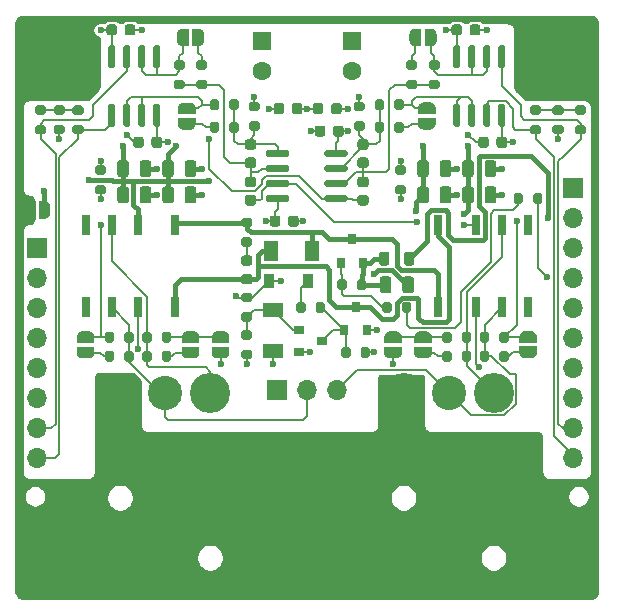
<source format=gbr>
%TF.GenerationSoftware,KiCad,Pcbnew,(5.1.9-0-10_14)*%
%TF.CreationDate,2021-03-07T16:31:49+01:00*%
%TF.ProjectId,W-Output HP,572d4f75-7470-4757-9420-48502e6b6963,1*%
%TF.SameCoordinates,Original*%
%TF.FileFunction,Copper,L1,Top*%
%TF.FilePolarity,Positive*%
%FSLAX46Y46*%
G04 Gerber Fmt 4.6, Leading zero omitted, Abs format (unit mm)*
G04 Created by KiCad (PCBNEW (5.1.9-0-10_14)) date 2021-03-07 16:31:49*
%MOMM*%
%LPD*%
G01*
G04 APERTURE LIST*
%TA.AperFunction,SMDPad,CuDef*%
%ADD10C,0.100000*%
%TD*%
%TA.AperFunction,ComponentPad*%
%ADD11C,2.900000*%
%TD*%
%TA.AperFunction,ComponentPad*%
%ADD12C,3.400000*%
%TD*%
%TA.AperFunction,ComponentPad*%
%ADD13O,1.700000X1.700000*%
%TD*%
%TA.AperFunction,ComponentPad*%
%ADD14R,1.700000X1.700000*%
%TD*%
%TA.AperFunction,ComponentPad*%
%ADD15C,1.600000*%
%TD*%
%TA.AperFunction,ComponentPad*%
%ADD16R,1.600000X1.600000*%
%TD*%
%TA.AperFunction,SMDPad,CuDef*%
%ADD17R,0.800000X1.800000*%
%TD*%
%TA.AperFunction,SMDPad,CuDef*%
%ADD18R,0.900000X0.800000*%
%TD*%
%TA.AperFunction,SMDPad,CuDef*%
%ADD19R,0.800000X0.900000*%
%TD*%
%TA.AperFunction,ComponentPad*%
%ADD20C,5.600000*%
%TD*%
%TA.AperFunction,SMDPad,CuDef*%
%ADD21R,1.700000X1.300000*%
%TD*%
%TA.AperFunction,SMDPad,CuDef*%
%ADD22R,0.900000X1.200000*%
%TD*%
%TA.AperFunction,SMDPad,CuDef*%
%ADD23R,1.300000X1.700000*%
%TD*%
%TA.AperFunction,ViaPad*%
%ADD24C,0.600000*%
%TD*%
%TA.AperFunction,Conductor*%
%ADD25C,0.400000*%
%TD*%
%TA.AperFunction,Conductor*%
%ADD26C,0.200000*%
%TD*%
%TA.AperFunction,Conductor*%
%ADD27C,0.254000*%
%TD*%
%TA.AperFunction,Conductor*%
%ADD28C,0.100000*%
%TD*%
G04 APERTURE END LIST*
%TA.AperFunction,SMDPad,CuDef*%
D10*
%TO.P,JP11,2*%
%TO.N,GND*%
G36*
X127790000Y-90995602D02*
G01*
X127814534Y-90995602D01*
X127863365Y-91000412D01*
X127911490Y-91009984D01*
X127958445Y-91024228D01*
X128003778Y-91043005D01*
X128047051Y-91066136D01*
X128087850Y-91093396D01*
X128125779Y-91124524D01*
X128160476Y-91159221D01*
X128191604Y-91197150D01*
X128218864Y-91237949D01*
X128241995Y-91281222D01*
X128260772Y-91326555D01*
X128275016Y-91373510D01*
X128284588Y-91421635D01*
X128289398Y-91470466D01*
X128289398Y-91495000D01*
X128290000Y-91495000D01*
X128290000Y-91995000D01*
X128289398Y-91995000D01*
X128289398Y-92019534D01*
X128284588Y-92068365D01*
X128275016Y-92116490D01*
X128260772Y-92163445D01*
X128241995Y-92208778D01*
X128218864Y-92252051D01*
X128191604Y-92292850D01*
X128160476Y-92330779D01*
X128125779Y-92365476D01*
X128087850Y-92396604D01*
X128047051Y-92423864D01*
X128003778Y-92446995D01*
X127958445Y-92465772D01*
X127911490Y-92480016D01*
X127863365Y-92489588D01*
X127814534Y-92494398D01*
X127790000Y-92494398D01*
X127790000Y-92495000D01*
X127290000Y-92495000D01*
X127290000Y-90995000D01*
X127790000Y-90995000D01*
X127790000Y-90995602D01*
G37*
%TD.AperFunction*%
%TA.AperFunction,SMDPad,CuDef*%
%TO.P,JP11,1*%
%TO.N,Earth*%
G36*
X126990000Y-92495000D02*
G01*
X126490000Y-92495000D01*
X126490000Y-92494398D01*
X126465466Y-92494398D01*
X126416635Y-92489588D01*
X126368510Y-92480016D01*
X126321555Y-92465772D01*
X126276222Y-92446995D01*
X126232949Y-92423864D01*
X126192150Y-92396604D01*
X126154221Y-92365476D01*
X126119524Y-92330779D01*
X126088396Y-92292850D01*
X126061136Y-92252051D01*
X126038005Y-92208778D01*
X126019228Y-92163445D01*
X126004984Y-92116490D01*
X125995412Y-92068365D01*
X125990602Y-92019534D01*
X125990602Y-91995000D01*
X125990000Y-91995000D01*
X125990000Y-91495000D01*
X125990602Y-91495000D01*
X125990602Y-91470466D01*
X125995412Y-91421635D01*
X126004984Y-91373510D01*
X126019228Y-91326555D01*
X126038005Y-91281222D01*
X126061136Y-91237949D01*
X126088396Y-91197150D01*
X126119524Y-91159221D01*
X126154221Y-91124524D01*
X126192150Y-91093396D01*
X126232949Y-91066136D01*
X126276222Y-91043005D01*
X126321555Y-91024228D01*
X126368510Y-91009984D01*
X126416635Y-91000412D01*
X126465466Y-90995602D01*
X126490000Y-90995602D01*
X126490000Y-90995000D01*
X126990000Y-90995000D01*
X126990000Y-92495000D01*
G37*
%TD.AperFunction*%
%TD*%
D11*
%TO.P,J5,G*%
%TO.N,Earth*%
X162000000Y-112300000D03*
%TO.P,J5,3*%
%TO.N,/R+*%
X162000000Y-107220000D03*
D12*
%TO.P,J5,1*%
%TO.N,Earth*%
X158190000Y-107220000D03*
%TO.P,J5,2*%
%TO.N,/R-*%
X165810000Y-107220000D03*
%TD*%
%TO.P,R15,2*%
%TO.N,Net-(R15-Pad2)*%
%TA.AperFunction,SMDPad,CuDef*%
G36*
G01*
X132812500Y-88780000D02*
X132262500Y-88780000D01*
G75*
G02*
X132062500Y-88580000I0J200000D01*
G01*
X132062500Y-88180000D01*
G75*
G02*
X132262500Y-87980000I200000J0D01*
G01*
X132812500Y-87980000D01*
G75*
G02*
X133012500Y-88180000I0J-200000D01*
G01*
X133012500Y-88580000D01*
G75*
G02*
X132812500Y-88780000I-200000J0D01*
G01*
G37*
%TD.AperFunction*%
%TO.P,R15,1*%
%TO.N,VEE*%
%TA.AperFunction,SMDPad,CuDef*%
G36*
G01*
X132812500Y-90430000D02*
X132262500Y-90430000D01*
G75*
G02*
X132062500Y-90230000I0J200000D01*
G01*
X132062500Y-89830000D01*
G75*
G02*
X132262500Y-89630000I200000J0D01*
G01*
X132812500Y-89630000D01*
G75*
G02*
X133012500Y-89830000I0J-200000D01*
G01*
X133012500Y-90230000D01*
G75*
G02*
X132812500Y-90430000I-200000J0D01*
G01*
G37*
%TD.AperFunction*%
%TD*%
%TO.P,R14,2*%
%TO.N,Net-(C5-Pad1)*%
%TA.AperFunction,SMDPad,CuDef*%
G36*
G01*
X154170000Y-84232500D02*
X154720000Y-84232500D01*
G75*
G02*
X154920000Y-84432500I0J-200000D01*
G01*
X154920000Y-84832500D01*
G75*
G02*
X154720000Y-85032500I-200000J0D01*
G01*
X154170000Y-85032500D01*
G75*
G02*
X153970000Y-84832500I0J200000D01*
G01*
X153970000Y-84432500D01*
G75*
G02*
X154170000Y-84232500I200000J0D01*
G01*
G37*
%TD.AperFunction*%
%TO.P,R14,1*%
%TO.N,GND*%
%TA.AperFunction,SMDPad,CuDef*%
G36*
G01*
X154170000Y-82582500D02*
X154720000Y-82582500D01*
G75*
G02*
X154920000Y-82782500I0J-200000D01*
G01*
X154920000Y-83182500D01*
G75*
G02*
X154720000Y-83382500I-200000J0D01*
G01*
X154170000Y-83382500D01*
G75*
G02*
X153970000Y-83182500I0J200000D01*
G01*
X153970000Y-82782500D01*
G75*
G02*
X154170000Y-82582500I200000J0D01*
G01*
G37*
%TD.AperFunction*%
%TD*%
%TO.P,C5,2*%
%TO.N,Net-(C4-Pad1)*%
%TA.AperFunction,SMDPad,CuDef*%
G36*
G01*
X154512500Y-87307500D02*
X155012500Y-87307500D01*
G75*
G02*
X155237500Y-87532500I0J-225000D01*
G01*
X155237500Y-87982500D01*
G75*
G02*
X155012500Y-88207500I-225000J0D01*
G01*
X154512500Y-88207500D01*
G75*
G02*
X154287500Y-87982500I0J225000D01*
G01*
X154287500Y-87532500D01*
G75*
G02*
X154512500Y-87307500I225000J0D01*
G01*
G37*
%TD.AperFunction*%
%TO.P,C5,1*%
%TO.N,Net-(C5-Pad1)*%
%TA.AperFunction,SMDPad,CuDef*%
G36*
G01*
X154512500Y-85757500D02*
X155012500Y-85757500D01*
G75*
G02*
X155237500Y-85982500I0J-225000D01*
G01*
X155237500Y-86432500D01*
G75*
G02*
X155012500Y-86657500I-225000J0D01*
G01*
X154512500Y-86657500D01*
G75*
G02*
X154287500Y-86432500I0J225000D01*
G01*
X154287500Y-85982500D01*
G75*
G02*
X154512500Y-85757500I225000J0D01*
G01*
G37*
%TD.AperFunction*%
%TD*%
%TO.P,C4,2*%
%TO.N,Net-(C4-Pad2)*%
%TA.AperFunction,SMDPad,CuDef*%
G36*
G01*
X154512500Y-90482500D02*
X155012500Y-90482500D01*
G75*
G02*
X155237500Y-90707500I0J-225000D01*
G01*
X155237500Y-91157500D01*
G75*
G02*
X155012500Y-91382500I-225000J0D01*
G01*
X154512500Y-91382500D01*
G75*
G02*
X154287500Y-91157500I0J225000D01*
G01*
X154287500Y-90707500D01*
G75*
G02*
X154512500Y-90482500I225000J0D01*
G01*
G37*
%TD.AperFunction*%
%TO.P,C4,1*%
%TO.N,Net-(C4-Pad1)*%
%TA.AperFunction,SMDPad,CuDef*%
G36*
G01*
X154512500Y-88932500D02*
X155012500Y-88932500D01*
G75*
G02*
X155237500Y-89157500I0J-225000D01*
G01*
X155237500Y-89607500D01*
G75*
G02*
X155012500Y-89832500I-225000J0D01*
G01*
X154512500Y-89832500D01*
G75*
G02*
X154287500Y-89607500I0J225000D01*
G01*
X154287500Y-89157500D01*
G75*
G02*
X154512500Y-88932500I225000J0D01*
G01*
G37*
%TD.AperFunction*%
%TD*%
%TO.P,C17,2*%
%TO.N,Net-(C17-Pad2)*%
%TA.AperFunction,SMDPad,CuDef*%
G36*
G01*
X144987500Y-90482500D02*
X145487500Y-90482500D01*
G75*
G02*
X145712500Y-90707500I0J-225000D01*
G01*
X145712500Y-91157500D01*
G75*
G02*
X145487500Y-91382500I-225000J0D01*
G01*
X144987500Y-91382500D01*
G75*
G02*
X144762500Y-91157500I0J225000D01*
G01*
X144762500Y-90707500D01*
G75*
G02*
X144987500Y-90482500I225000J0D01*
G01*
G37*
%TD.AperFunction*%
%TO.P,C17,1*%
%TO.N,Net-(C17-Pad1)*%
%TA.AperFunction,SMDPad,CuDef*%
G36*
G01*
X144987500Y-88932500D02*
X145487500Y-88932500D01*
G75*
G02*
X145712500Y-89157500I0J-225000D01*
G01*
X145712500Y-89607500D01*
G75*
G02*
X145487500Y-89832500I-225000J0D01*
G01*
X144987500Y-89832500D01*
G75*
G02*
X144762500Y-89607500I0J225000D01*
G01*
X144762500Y-89157500D01*
G75*
G02*
X144987500Y-88932500I225000J0D01*
G01*
G37*
%TD.AperFunction*%
%TD*%
%TO.P,C18,2*%
%TO.N,Net-(C17-Pad1)*%
%TA.AperFunction,SMDPad,CuDef*%
G36*
G01*
X144987500Y-87307500D02*
X145487500Y-87307500D01*
G75*
G02*
X145712500Y-87532500I0J-225000D01*
G01*
X145712500Y-87982500D01*
G75*
G02*
X145487500Y-88207500I-225000J0D01*
G01*
X144987500Y-88207500D01*
G75*
G02*
X144762500Y-87982500I0J225000D01*
G01*
X144762500Y-87532500D01*
G75*
G02*
X144987500Y-87307500I225000J0D01*
G01*
G37*
%TD.AperFunction*%
%TO.P,C18,1*%
%TO.N,Net-(C18-Pad1)*%
%TA.AperFunction,SMDPad,CuDef*%
G36*
G01*
X144987500Y-85757500D02*
X145487500Y-85757500D01*
G75*
G02*
X145712500Y-85982500I0J-225000D01*
G01*
X145712500Y-86432500D01*
G75*
G02*
X145487500Y-86657500I-225000J0D01*
G01*
X144987500Y-86657500D01*
G75*
G02*
X144762500Y-86432500I0J225000D01*
G01*
X144762500Y-85982500D01*
G75*
G02*
X144987500Y-85757500I225000J0D01*
G01*
G37*
%TD.AperFunction*%
%TD*%
%TO.P,C14,2*%
%TO.N,GND*%
%TA.AperFunction,SMDPad,CuDef*%
G36*
G01*
X151580000Y-84827500D02*
X151580000Y-85327500D01*
G75*
G02*
X151355000Y-85552500I-225000J0D01*
G01*
X150905000Y-85552500D01*
G75*
G02*
X150680000Y-85327500I0J225000D01*
G01*
X150680000Y-84827500D01*
G75*
G02*
X150905000Y-84602500I225000J0D01*
G01*
X151355000Y-84602500D01*
G75*
G02*
X151580000Y-84827500I0J-225000D01*
G01*
G37*
%TD.AperFunction*%
%TO.P,C14,1*%
%TO.N,VEE*%
%TA.AperFunction,SMDPad,CuDef*%
G36*
G01*
X153130000Y-84827500D02*
X153130000Y-85327500D01*
G75*
G02*
X152905000Y-85552500I-225000J0D01*
G01*
X152455000Y-85552500D01*
G75*
G02*
X152230000Y-85327500I0J225000D01*
G01*
X152230000Y-84827500D01*
G75*
G02*
X152455000Y-84602500I225000J0D01*
G01*
X152905000Y-84602500D01*
G75*
G02*
X153130000Y-84827500I0J-225000D01*
G01*
G37*
%TD.AperFunction*%
%TD*%
%TO.P,C11,2*%
%TO.N,VCC*%
%TA.AperFunction,SMDPad,CuDef*%
G36*
G01*
X147770000Y-92447500D02*
X147770000Y-92947500D01*
G75*
G02*
X147545000Y-93172500I-225000J0D01*
G01*
X147095000Y-93172500D01*
G75*
G02*
X146870000Y-92947500I0J225000D01*
G01*
X146870000Y-92447500D01*
G75*
G02*
X147095000Y-92222500I225000J0D01*
G01*
X147545000Y-92222500D01*
G75*
G02*
X147770000Y-92447500I0J-225000D01*
G01*
G37*
%TD.AperFunction*%
%TO.P,C11,1*%
%TO.N,GND*%
%TA.AperFunction,SMDPad,CuDef*%
G36*
G01*
X149320000Y-92447500D02*
X149320000Y-92947500D01*
G75*
G02*
X149095000Y-93172500I-225000J0D01*
G01*
X148645000Y-93172500D01*
G75*
G02*
X148420000Y-92947500I0J225000D01*
G01*
X148420000Y-92447500D01*
G75*
G02*
X148645000Y-92222500I225000J0D01*
G01*
X149095000Y-92222500D01*
G75*
G02*
X149320000Y-92447500I0J-225000D01*
G01*
G37*
%TD.AperFunction*%
%TD*%
%TO.P,R32,2*%
%TO.N,Net-(C18-Pad1)*%
%TA.AperFunction,SMDPad,CuDef*%
G36*
G01*
X145280000Y-84232500D02*
X145830000Y-84232500D01*
G75*
G02*
X146030000Y-84432500I0J-200000D01*
G01*
X146030000Y-84832500D01*
G75*
G02*
X145830000Y-85032500I-200000J0D01*
G01*
X145280000Y-85032500D01*
G75*
G02*
X145080000Y-84832500I0J200000D01*
G01*
X145080000Y-84432500D01*
G75*
G02*
X145280000Y-84232500I200000J0D01*
G01*
G37*
%TD.AperFunction*%
%TO.P,R32,1*%
%TO.N,GND*%
%TA.AperFunction,SMDPad,CuDef*%
G36*
G01*
X145280000Y-82582500D02*
X145830000Y-82582500D01*
G75*
G02*
X146030000Y-82782500I0J-200000D01*
G01*
X146030000Y-83182500D01*
G75*
G02*
X145830000Y-83382500I-200000J0D01*
G01*
X145280000Y-83382500D01*
G75*
G02*
X145080000Y-83182500I0J200000D01*
G01*
X145080000Y-82782500D01*
G75*
G02*
X145280000Y-82582500I200000J0D01*
G01*
G37*
%TD.AperFunction*%
%TD*%
%TO.P,U3,8*%
%TO.N,VCC*%
%TA.AperFunction,SMDPad,CuDef*%
G36*
G01*
X148500000Y-90642500D02*
X148500000Y-90942500D01*
G75*
G02*
X148350000Y-91092500I-150000J0D01*
G01*
X146700000Y-91092500D01*
G75*
G02*
X146550000Y-90942500I0J150000D01*
G01*
X146550000Y-90642500D01*
G75*
G02*
X146700000Y-90492500I150000J0D01*
G01*
X148350000Y-90492500D01*
G75*
G02*
X148500000Y-90642500I0J-150000D01*
G01*
G37*
%TD.AperFunction*%
%TO.P,U3,7*%
%TO.N,Net-(C17-Pad2)*%
%TA.AperFunction,SMDPad,CuDef*%
G36*
G01*
X148500000Y-89372500D02*
X148500000Y-89672500D01*
G75*
G02*
X148350000Y-89822500I-150000J0D01*
G01*
X146700000Y-89822500D01*
G75*
G02*
X146550000Y-89672500I0J150000D01*
G01*
X146550000Y-89372500D01*
G75*
G02*
X146700000Y-89222500I150000J0D01*
G01*
X148350000Y-89222500D01*
G75*
G02*
X148500000Y-89372500I0J-150000D01*
G01*
G37*
%TD.AperFunction*%
%TO.P,U3,6*%
%TO.N,Net-(C17-Pad1)*%
%TA.AperFunction,SMDPad,CuDef*%
G36*
G01*
X148500000Y-88102500D02*
X148500000Y-88402500D01*
G75*
G02*
X148350000Y-88552500I-150000J0D01*
G01*
X146700000Y-88552500D01*
G75*
G02*
X146550000Y-88402500I0J150000D01*
G01*
X146550000Y-88102500D01*
G75*
G02*
X146700000Y-87952500I150000J0D01*
G01*
X148350000Y-87952500D01*
G75*
G02*
X148500000Y-88102500I0J-150000D01*
G01*
G37*
%TD.AperFunction*%
%TO.P,U3,5*%
%TO.N,Net-(C18-Pad1)*%
%TA.AperFunction,SMDPad,CuDef*%
G36*
G01*
X148500000Y-86832500D02*
X148500000Y-87132500D01*
G75*
G02*
X148350000Y-87282500I-150000J0D01*
G01*
X146700000Y-87282500D01*
G75*
G02*
X146550000Y-87132500I0J150000D01*
G01*
X146550000Y-86832500D01*
G75*
G02*
X146700000Y-86682500I150000J0D01*
G01*
X148350000Y-86682500D01*
G75*
G02*
X148500000Y-86832500I0J-150000D01*
G01*
G37*
%TD.AperFunction*%
%TO.P,U3,4*%
%TO.N,VEE*%
%TA.AperFunction,SMDPad,CuDef*%
G36*
G01*
X153450000Y-86832500D02*
X153450000Y-87132500D01*
G75*
G02*
X153300000Y-87282500I-150000J0D01*
G01*
X151650000Y-87282500D01*
G75*
G02*
X151500000Y-87132500I0J150000D01*
G01*
X151500000Y-86832500D01*
G75*
G02*
X151650000Y-86682500I150000J0D01*
G01*
X153300000Y-86682500D01*
G75*
G02*
X153450000Y-86832500I0J-150000D01*
G01*
G37*
%TD.AperFunction*%
%TO.P,U3,3*%
%TO.N,Net-(C5-Pad1)*%
%TA.AperFunction,SMDPad,CuDef*%
G36*
G01*
X153450000Y-88102500D02*
X153450000Y-88402500D01*
G75*
G02*
X153300000Y-88552500I-150000J0D01*
G01*
X151650000Y-88552500D01*
G75*
G02*
X151500000Y-88402500I0J150000D01*
G01*
X151500000Y-88102500D01*
G75*
G02*
X151650000Y-87952500I150000J0D01*
G01*
X153300000Y-87952500D01*
G75*
G02*
X153450000Y-88102500I0J-150000D01*
G01*
G37*
%TD.AperFunction*%
%TO.P,U3,2*%
%TO.N,Net-(C4-Pad1)*%
%TA.AperFunction,SMDPad,CuDef*%
G36*
G01*
X153450000Y-89372500D02*
X153450000Y-89672500D01*
G75*
G02*
X153300000Y-89822500I-150000J0D01*
G01*
X151650000Y-89822500D01*
G75*
G02*
X151500000Y-89672500I0J150000D01*
G01*
X151500000Y-89372500D01*
G75*
G02*
X151650000Y-89222500I150000J0D01*
G01*
X153300000Y-89222500D01*
G75*
G02*
X153450000Y-89372500I0J-150000D01*
G01*
G37*
%TD.AperFunction*%
%TO.P,U3,1*%
%TO.N,Net-(C4-Pad2)*%
%TA.AperFunction,SMDPad,CuDef*%
G36*
G01*
X153450000Y-90642500D02*
X153450000Y-90942500D01*
G75*
G02*
X153300000Y-91092500I-150000J0D01*
G01*
X151650000Y-91092500D01*
G75*
G02*
X151500000Y-90942500I0J150000D01*
G01*
X151500000Y-90642500D01*
G75*
G02*
X151650000Y-90492500I150000J0D01*
G01*
X153300000Y-90492500D01*
G75*
G02*
X153450000Y-90642500I0J-150000D01*
G01*
G37*
%TD.AperFunction*%
%TD*%
%TA.AperFunction,SMDPad,CuDef*%
D10*
%TO.P,JP3,2*%
%TO.N,Net-(JP3-Pad2)*%
G36*
X160909398Y-84442500D02*
G01*
X160909398Y-84467034D01*
X160904588Y-84515865D01*
X160895016Y-84563990D01*
X160880772Y-84610945D01*
X160861995Y-84656278D01*
X160838864Y-84699551D01*
X160811604Y-84740350D01*
X160780476Y-84778279D01*
X160745779Y-84812976D01*
X160707850Y-84844104D01*
X160667051Y-84871364D01*
X160623778Y-84894495D01*
X160578445Y-84913272D01*
X160531490Y-84927516D01*
X160483365Y-84937088D01*
X160434534Y-84941898D01*
X160410000Y-84941898D01*
X160410000Y-84942500D01*
X159910000Y-84942500D01*
X159910000Y-84941898D01*
X159885466Y-84941898D01*
X159836635Y-84937088D01*
X159788510Y-84927516D01*
X159741555Y-84913272D01*
X159696222Y-84894495D01*
X159652949Y-84871364D01*
X159612150Y-84844104D01*
X159574221Y-84812976D01*
X159539524Y-84778279D01*
X159508396Y-84740350D01*
X159481136Y-84699551D01*
X159458005Y-84656278D01*
X159439228Y-84610945D01*
X159424984Y-84563990D01*
X159415412Y-84515865D01*
X159410602Y-84467034D01*
X159410602Y-84442500D01*
X159410000Y-84442500D01*
X159410000Y-83942500D01*
X160910000Y-83942500D01*
X160910000Y-84442500D01*
X160909398Y-84442500D01*
G37*
%TD.AperFunction*%
%TA.AperFunction,SMDPad,CuDef*%
%TO.P,JP3,1*%
%TO.N,Net-(JP3-Pad1)*%
G36*
X159410000Y-83642500D02*
G01*
X159410000Y-83142500D01*
X159410602Y-83142500D01*
X159410602Y-83117966D01*
X159415412Y-83069135D01*
X159424984Y-83021010D01*
X159439228Y-82974055D01*
X159458005Y-82928722D01*
X159481136Y-82885449D01*
X159508396Y-82844650D01*
X159539524Y-82806721D01*
X159574221Y-82772024D01*
X159612150Y-82740896D01*
X159652949Y-82713636D01*
X159696222Y-82690505D01*
X159741555Y-82671728D01*
X159788510Y-82657484D01*
X159836635Y-82647912D01*
X159885466Y-82643102D01*
X159910000Y-82643102D01*
X159910000Y-82642500D01*
X160410000Y-82642500D01*
X160410000Y-82643102D01*
X160434534Y-82643102D01*
X160483365Y-82647912D01*
X160531490Y-82657484D01*
X160578445Y-82671728D01*
X160623778Y-82690505D01*
X160667051Y-82713636D01*
X160707850Y-82740896D01*
X160745779Y-82772024D01*
X160780476Y-82806721D01*
X160811604Y-82844650D01*
X160838864Y-82885449D01*
X160861995Y-82928722D01*
X160880772Y-82974055D01*
X160895016Y-83021010D01*
X160904588Y-83069135D01*
X160909398Y-83117966D01*
X160909398Y-83142500D01*
X160910000Y-83142500D01*
X160910000Y-83642500D01*
X159410000Y-83642500D01*
G37*
%TD.AperFunction*%
%TD*%
%TO.P,R27,2*%
%TO.N,Net-(C18-Pad1)*%
%TA.AperFunction,SMDPad,CuDef*%
G36*
G01*
X143440000Y-83130000D02*
X143440000Y-82580000D01*
G75*
G02*
X143640000Y-82380000I200000J0D01*
G01*
X144040000Y-82380000D01*
G75*
G02*
X144240000Y-82580000I0J-200000D01*
G01*
X144240000Y-83130000D01*
G75*
G02*
X144040000Y-83330000I-200000J0D01*
G01*
X143640000Y-83330000D01*
G75*
G02*
X143440000Y-83130000I0J200000D01*
G01*
G37*
%TD.AperFunction*%
%TO.P,R27,1*%
%TO.N,Net-(JP8-Pad1)*%
%TA.AperFunction,SMDPad,CuDef*%
G36*
G01*
X141790000Y-83130000D02*
X141790000Y-82580000D01*
G75*
G02*
X141990000Y-82380000I200000J0D01*
G01*
X142390000Y-82380000D01*
G75*
G02*
X142590000Y-82580000I0J-200000D01*
G01*
X142590000Y-83130000D01*
G75*
G02*
X142390000Y-83330000I-200000J0D01*
G01*
X141990000Y-83330000D01*
G75*
G02*
X141790000Y-83130000I0J200000D01*
G01*
G37*
%TD.AperFunction*%
%TD*%
%TO.P,R6,2*%
%TO.N,Net-(JP1-Pad1)*%
%TA.AperFunction,SMDPad,CuDef*%
G36*
G01*
X161070000Y-79890000D02*
X160520000Y-79890000D01*
G75*
G02*
X160320000Y-79690000I0J200000D01*
G01*
X160320000Y-79290000D01*
G75*
G02*
X160520000Y-79090000I200000J0D01*
G01*
X161070000Y-79090000D01*
G75*
G02*
X161270000Y-79290000I0J-200000D01*
G01*
X161270000Y-79690000D01*
G75*
G02*
X161070000Y-79890000I-200000J0D01*
G01*
G37*
%TD.AperFunction*%
%TO.P,R6,1*%
%TO.N,Net-(C4-Pad1)*%
%TA.AperFunction,SMDPad,CuDef*%
G36*
G01*
X161070000Y-81540000D02*
X160520000Y-81540000D01*
G75*
G02*
X160320000Y-81340000I0J200000D01*
G01*
X160320000Y-80940000D01*
G75*
G02*
X160520000Y-80740000I200000J0D01*
G01*
X161070000Y-80740000D01*
G75*
G02*
X161270000Y-80940000I0J-200000D01*
G01*
X161270000Y-81340000D01*
G75*
G02*
X161070000Y-81540000I-200000J0D01*
G01*
G37*
%TD.AperFunction*%
%TD*%
%TO.P,R22,2*%
%TO.N,Net-(JP6-Pad2)*%
%TA.AperFunction,SMDPad,CuDef*%
G36*
G01*
X141385000Y-79890000D02*
X140835000Y-79890000D01*
G75*
G02*
X140635000Y-79690000I0J200000D01*
G01*
X140635000Y-79290000D01*
G75*
G02*
X140835000Y-79090000I200000J0D01*
G01*
X141385000Y-79090000D01*
G75*
G02*
X141585000Y-79290000I0J-200000D01*
G01*
X141585000Y-79690000D01*
G75*
G02*
X141385000Y-79890000I-200000J0D01*
G01*
G37*
%TD.AperFunction*%
%TO.P,R22,1*%
%TO.N,Net-(C17-Pad1)*%
%TA.AperFunction,SMDPad,CuDef*%
G36*
G01*
X141385000Y-81540000D02*
X140835000Y-81540000D01*
G75*
G02*
X140635000Y-81340000I0J200000D01*
G01*
X140635000Y-80940000D01*
G75*
G02*
X140835000Y-80740000I200000J0D01*
G01*
X141385000Y-80740000D01*
G75*
G02*
X141585000Y-80940000I0J-200000D01*
G01*
X141585000Y-81340000D01*
G75*
G02*
X141385000Y-81540000I-200000J0D01*
G01*
G37*
%TD.AperFunction*%
%TD*%
%TO.P,U1,8*%
%TO.N,VCC*%
%TA.AperFunction,SMDPad,CuDef*%
G36*
G01*
X162850000Y-79767500D02*
X162550000Y-79767500D01*
G75*
G02*
X162400000Y-79617500I0J150000D01*
G01*
X162400000Y-77967500D01*
G75*
G02*
X162550000Y-77817500I150000J0D01*
G01*
X162850000Y-77817500D01*
G75*
G02*
X163000000Y-77967500I0J-150000D01*
G01*
X163000000Y-79617500D01*
G75*
G02*
X162850000Y-79767500I-150000J0D01*
G01*
G37*
%TD.AperFunction*%
%TO.P,U1,7*%
%TO.N,Net-(JP1-Pad1)*%
%TA.AperFunction,SMDPad,CuDef*%
G36*
G01*
X164120000Y-79767500D02*
X163820000Y-79767500D01*
G75*
G02*
X163670000Y-79617500I0J150000D01*
G01*
X163670000Y-77967500D01*
G75*
G02*
X163820000Y-77817500I150000J0D01*
G01*
X164120000Y-77817500D01*
G75*
G02*
X164270000Y-77967500I0J-150000D01*
G01*
X164270000Y-79617500D01*
G75*
G02*
X164120000Y-79767500I-150000J0D01*
G01*
G37*
%TD.AperFunction*%
%TO.P,U1,6*%
%TA.AperFunction,SMDPad,CuDef*%
G36*
G01*
X165390000Y-79767500D02*
X165090000Y-79767500D01*
G75*
G02*
X164940000Y-79617500I0J150000D01*
G01*
X164940000Y-77967500D01*
G75*
G02*
X165090000Y-77817500I150000J0D01*
G01*
X165390000Y-77817500D01*
G75*
G02*
X165540000Y-77967500I0J-150000D01*
G01*
X165540000Y-79617500D01*
G75*
G02*
X165390000Y-79767500I-150000J0D01*
G01*
G37*
%TD.AperFunction*%
%TO.P,U1,5*%
%TO.N,/Ln*%
%TA.AperFunction,SMDPad,CuDef*%
G36*
G01*
X166660000Y-79767500D02*
X166360000Y-79767500D01*
G75*
G02*
X166210000Y-79617500I0J150000D01*
G01*
X166210000Y-77967500D01*
G75*
G02*
X166360000Y-77817500I150000J0D01*
G01*
X166660000Y-77817500D01*
G75*
G02*
X166810000Y-77967500I0J-150000D01*
G01*
X166810000Y-79617500D01*
G75*
G02*
X166660000Y-79767500I-150000J0D01*
G01*
G37*
%TD.AperFunction*%
%TO.P,U1,4*%
%TO.N,VEE*%
%TA.AperFunction,SMDPad,CuDef*%
G36*
G01*
X166660000Y-84717500D02*
X166360000Y-84717500D01*
G75*
G02*
X166210000Y-84567500I0J150000D01*
G01*
X166210000Y-82917500D01*
G75*
G02*
X166360000Y-82767500I150000J0D01*
G01*
X166660000Y-82767500D01*
G75*
G02*
X166810000Y-82917500I0J-150000D01*
G01*
X166810000Y-84567500D01*
G75*
G02*
X166660000Y-84717500I-150000J0D01*
G01*
G37*
%TD.AperFunction*%
%TO.P,U1,3*%
%TO.N,/Lp*%
%TA.AperFunction,SMDPad,CuDef*%
G36*
G01*
X165390000Y-84717500D02*
X165090000Y-84717500D01*
G75*
G02*
X164940000Y-84567500I0J150000D01*
G01*
X164940000Y-82917500D01*
G75*
G02*
X165090000Y-82767500I150000J0D01*
G01*
X165390000Y-82767500D01*
G75*
G02*
X165540000Y-82917500I0J-150000D01*
G01*
X165540000Y-84567500D01*
G75*
G02*
X165390000Y-84717500I-150000J0D01*
G01*
G37*
%TD.AperFunction*%
%TO.P,U1,2*%
%TO.N,Net-(JP3-Pad1)*%
%TA.AperFunction,SMDPad,CuDef*%
G36*
G01*
X164120000Y-84717500D02*
X163820000Y-84717500D01*
G75*
G02*
X163670000Y-84567500I0J150000D01*
G01*
X163670000Y-82917500D01*
G75*
G02*
X163820000Y-82767500I150000J0D01*
G01*
X164120000Y-82767500D01*
G75*
G02*
X164270000Y-82917500I0J-150000D01*
G01*
X164270000Y-84567500D01*
G75*
G02*
X164120000Y-84717500I-150000J0D01*
G01*
G37*
%TD.AperFunction*%
%TO.P,U1,1*%
%TA.AperFunction,SMDPad,CuDef*%
G36*
G01*
X162850000Y-84717500D02*
X162550000Y-84717500D01*
G75*
G02*
X162400000Y-84567500I0J150000D01*
G01*
X162400000Y-82917500D01*
G75*
G02*
X162550000Y-82767500I150000J0D01*
G01*
X162850000Y-82767500D01*
G75*
G02*
X163000000Y-82917500I0J-150000D01*
G01*
X163000000Y-84567500D01*
G75*
G02*
X162850000Y-84717500I-150000J0D01*
G01*
G37*
%TD.AperFunction*%
%TD*%
%TO.P,C12,2*%
%TO.N,GND*%
%TA.AperFunction,SMDPad,CuDef*%
G36*
G01*
X165410000Y-85780000D02*
X165410000Y-86280000D01*
G75*
G02*
X165185000Y-86505000I-225000J0D01*
G01*
X164735000Y-86505000D01*
G75*
G02*
X164510000Y-86280000I0J225000D01*
G01*
X164510000Y-85780000D01*
G75*
G02*
X164735000Y-85555000I225000J0D01*
G01*
X165185000Y-85555000D01*
G75*
G02*
X165410000Y-85780000I0J-225000D01*
G01*
G37*
%TD.AperFunction*%
%TO.P,C12,1*%
%TO.N,VEE*%
%TA.AperFunction,SMDPad,CuDef*%
G36*
G01*
X166960000Y-85780000D02*
X166960000Y-86280000D01*
G75*
G02*
X166735000Y-86505000I-225000J0D01*
G01*
X166285000Y-86505000D01*
G75*
G02*
X166060000Y-86280000I0J225000D01*
G01*
X166060000Y-85780000D01*
G75*
G02*
X166285000Y-85555000I225000J0D01*
G01*
X166735000Y-85555000D01*
G75*
G02*
X166960000Y-85780000I0J-225000D01*
G01*
G37*
%TD.AperFunction*%
%TD*%
%TO.P,C13,2*%
%TO.N,GND*%
%TA.AperFunction,SMDPad,CuDef*%
G36*
G01*
X134590000Y-76755000D02*
X134590000Y-76255000D01*
G75*
G02*
X134815000Y-76030000I225000J0D01*
G01*
X135265000Y-76030000D01*
G75*
G02*
X135490000Y-76255000I0J-225000D01*
G01*
X135490000Y-76755000D01*
G75*
G02*
X135265000Y-76980000I-225000J0D01*
G01*
X134815000Y-76980000D01*
G75*
G02*
X134590000Y-76755000I0J225000D01*
G01*
G37*
%TD.AperFunction*%
%TO.P,C13,1*%
%TO.N,VEE*%
%TA.AperFunction,SMDPad,CuDef*%
G36*
G01*
X133040000Y-76755000D02*
X133040000Y-76255000D01*
G75*
G02*
X133265000Y-76030000I225000J0D01*
G01*
X133715000Y-76030000D01*
G75*
G02*
X133940000Y-76255000I0J-225000D01*
G01*
X133940000Y-76755000D01*
G75*
G02*
X133715000Y-76980000I-225000J0D01*
G01*
X133265000Y-76980000D01*
G75*
G02*
X133040000Y-76755000I0J225000D01*
G01*
G37*
%TD.AperFunction*%
%TD*%
%TO.P,C10,2*%
%TO.N,VCC*%
%TA.AperFunction,SMDPad,CuDef*%
G36*
G01*
X136850000Y-86280000D02*
X136850000Y-85780000D01*
G75*
G02*
X137075000Y-85555000I225000J0D01*
G01*
X137525000Y-85555000D01*
G75*
G02*
X137750000Y-85780000I0J-225000D01*
G01*
X137750000Y-86280000D01*
G75*
G02*
X137525000Y-86505000I-225000J0D01*
G01*
X137075000Y-86505000D01*
G75*
G02*
X136850000Y-86280000I0J225000D01*
G01*
G37*
%TD.AperFunction*%
%TO.P,C10,1*%
%TO.N,GND*%
%TA.AperFunction,SMDPad,CuDef*%
G36*
G01*
X135300000Y-86280000D02*
X135300000Y-85780000D01*
G75*
G02*
X135525000Y-85555000I225000J0D01*
G01*
X135975000Y-85555000D01*
G75*
G02*
X136200000Y-85780000I0J-225000D01*
G01*
X136200000Y-86280000D01*
G75*
G02*
X135975000Y-86505000I-225000J0D01*
G01*
X135525000Y-86505000D01*
G75*
G02*
X135300000Y-86280000I0J225000D01*
G01*
G37*
%TD.AperFunction*%
%TD*%
%TO.P,R31,2*%
%TO.N,/Rp*%
%TA.AperFunction,SMDPad,CuDef*%
G36*
G01*
X130357500Y-84550000D02*
X130907500Y-84550000D01*
G75*
G02*
X131107500Y-84750000I0J-200000D01*
G01*
X131107500Y-85150000D01*
G75*
G02*
X130907500Y-85350000I-200000J0D01*
G01*
X130357500Y-85350000D01*
G75*
G02*
X130157500Y-85150000I0J200000D01*
G01*
X130157500Y-84750000D01*
G75*
G02*
X130357500Y-84550000I200000J0D01*
G01*
G37*
%TD.AperFunction*%
%TO.P,R31,1*%
%TO.N,Net-(R25-Pad2)*%
%TA.AperFunction,SMDPad,CuDef*%
G36*
G01*
X130357500Y-82900000D02*
X130907500Y-82900000D01*
G75*
G02*
X131107500Y-83100000I0J-200000D01*
G01*
X131107500Y-83500000D01*
G75*
G02*
X130907500Y-83700000I-200000J0D01*
G01*
X130357500Y-83700000D01*
G75*
G02*
X130157500Y-83500000I0J200000D01*
G01*
X130157500Y-83100000D01*
G75*
G02*
X130357500Y-82900000I200000J0D01*
G01*
G37*
%TD.AperFunction*%
%TD*%
%TO.P,R28,2*%
%TO.N,GND*%
%TA.AperFunction,SMDPad,CuDef*%
G36*
G01*
X128770000Y-84550000D02*
X129320000Y-84550000D01*
G75*
G02*
X129520000Y-84750000I0J-200000D01*
G01*
X129520000Y-85150000D01*
G75*
G02*
X129320000Y-85350000I-200000J0D01*
G01*
X128770000Y-85350000D01*
G75*
G02*
X128570000Y-85150000I0J200000D01*
G01*
X128570000Y-84750000D01*
G75*
G02*
X128770000Y-84550000I200000J0D01*
G01*
G37*
%TD.AperFunction*%
%TO.P,R28,1*%
%TO.N,Net-(R25-Pad2)*%
%TA.AperFunction,SMDPad,CuDef*%
G36*
G01*
X128770000Y-82900000D02*
X129320000Y-82900000D01*
G75*
G02*
X129520000Y-83100000I0J-200000D01*
G01*
X129520000Y-83500000D01*
G75*
G02*
X129320000Y-83700000I-200000J0D01*
G01*
X128770000Y-83700000D01*
G75*
G02*
X128570000Y-83500000I0J200000D01*
G01*
X128570000Y-83100000D01*
G75*
G02*
X128770000Y-82900000I200000J0D01*
G01*
G37*
%TD.AperFunction*%
%TD*%
%TO.P,R25,2*%
%TO.N,Net-(R25-Pad2)*%
%TA.AperFunction,SMDPad,CuDef*%
G36*
G01*
X127732500Y-83700000D02*
X127182500Y-83700000D01*
G75*
G02*
X126982500Y-83500000I0J200000D01*
G01*
X126982500Y-83100000D01*
G75*
G02*
X127182500Y-82900000I200000J0D01*
G01*
X127732500Y-82900000D01*
G75*
G02*
X127932500Y-83100000I0J-200000D01*
G01*
X127932500Y-83500000D01*
G75*
G02*
X127732500Y-83700000I-200000J0D01*
G01*
G37*
%TD.AperFunction*%
%TO.P,R25,1*%
%TO.N,/Rn*%
%TA.AperFunction,SMDPad,CuDef*%
G36*
G01*
X127732500Y-85350000D02*
X127182500Y-85350000D01*
G75*
G02*
X126982500Y-85150000I0J200000D01*
G01*
X126982500Y-84750000D01*
G75*
G02*
X127182500Y-84550000I200000J0D01*
G01*
X127732500Y-84550000D01*
G75*
G02*
X127932500Y-84750000I0J-200000D01*
G01*
X127932500Y-85150000D01*
G75*
G02*
X127732500Y-85350000I-200000J0D01*
G01*
G37*
%TD.AperFunction*%
%TD*%
%TO.P,U2,8*%
%TO.N,VCC*%
%TA.AperFunction,SMDPad,CuDef*%
G36*
G01*
X137150000Y-82767500D02*
X137450000Y-82767500D01*
G75*
G02*
X137600000Y-82917500I0J-150000D01*
G01*
X137600000Y-84567500D01*
G75*
G02*
X137450000Y-84717500I-150000J0D01*
G01*
X137150000Y-84717500D01*
G75*
G02*
X137000000Y-84567500I0J150000D01*
G01*
X137000000Y-82917500D01*
G75*
G02*
X137150000Y-82767500I150000J0D01*
G01*
G37*
%TD.AperFunction*%
%TO.P,U2,7*%
%TO.N,Net-(JP8-Pad1)*%
%TA.AperFunction,SMDPad,CuDef*%
G36*
G01*
X135880000Y-82767500D02*
X136180000Y-82767500D01*
G75*
G02*
X136330000Y-82917500I0J-150000D01*
G01*
X136330000Y-84567500D01*
G75*
G02*
X136180000Y-84717500I-150000J0D01*
G01*
X135880000Y-84717500D01*
G75*
G02*
X135730000Y-84567500I0J150000D01*
G01*
X135730000Y-82917500D01*
G75*
G02*
X135880000Y-82767500I150000J0D01*
G01*
G37*
%TD.AperFunction*%
%TO.P,U2,6*%
%TA.AperFunction,SMDPad,CuDef*%
G36*
G01*
X134610000Y-82767500D02*
X134910000Y-82767500D01*
G75*
G02*
X135060000Y-82917500I0J-150000D01*
G01*
X135060000Y-84567500D01*
G75*
G02*
X134910000Y-84717500I-150000J0D01*
G01*
X134610000Y-84717500D01*
G75*
G02*
X134460000Y-84567500I0J150000D01*
G01*
X134460000Y-82917500D01*
G75*
G02*
X134610000Y-82767500I150000J0D01*
G01*
G37*
%TD.AperFunction*%
%TO.P,U2,5*%
%TO.N,/Rp*%
%TA.AperFunction,SMDPad,CuDef*%
G36*
G01*
X133340000Y-82767500D02*
X133640000Y-82767500D01*
G75*
G02*
X133790000Y-82917500I0J-150000D01*
G01*
X133790000Y-84567500D01*
G75*
G02*
X133640000Y-84717500I-150000J0D01*
G01*
X133340000Y-84717500D01*
G75*
G02*
X133190000Y-84567500I0J150000D01*
G01*
X133190000Y-82917500D01*
G75*
G02*
X133340000Y-82767500I150000J0D01*
G01*
G37*
%TD.AperFunction*%
%TO.P,U2,4*%
%TO.N,VEE*%
%TA.AperFunction,SMDPad,CuDef*%
G36*
G01*
X133340000Y-77817500D02*
X133640000Y-77817500D01*
G75*
G02*
X133790000Y-77967500I0J-150000D01*
G01*
X133790000Y-79617500D01*
G75*
G02*
X133640000Y-79767500I-150000J0D01*
G01*
X133340000Y-79767500D01*
G75*
G02*
X133190000Y-79617500I0J150000D01*
G01*
X133190000Y-77967500D01*
G75*
G02*
X133340000Y-77817500I150000J0D01*
G01*
G37*
%TD.AperFunction*%
%TO.P,U2,3*%
%TO.N,/Rn*%
%TA.AperFunction,SMDPad,CuDef*%
G36*
G01*
X134610000Y-77817500D02*
X134910000Y-77817500D01*
G75*
G02*
X135060000Y-77967500I0J-150000D01*
G01*
X135060000Y-79617500D01*
G75*
G02*
X134910000Y-79767500I-150000J0D01*
G01*
X134610000Y-79767500D01*
G75*
G02*
X134460000Y-79617500I0J150000D01*
G01*
X134460000Y-77967500D01*
G75*
G02*
X134610000Y-77817500I150000J0D01*
G01*
G37*
%TD.AperFunction*%
%TO.P,U2,2*%
%TO.N,Net-(JP6-Pad1)*%
%TA.AperFunction,SMDPad,CuDef*%
G36*
G01*
X135880000Y-77817500D02*
X136180000Y-77817500D01*
G75*
G02*
X136330000Y-77967500I0J-150000D01*
G01*
X136330000Y-79617500D01*
G75*
G02*
X136180000Y-79767500I-150000J0D01*
G01*
X135880000Y-79767500D01*
G75*
G02*
X135730000Y-79617500I0J150000D01*
G01*
X135730000Y-77967500D01*
G75*
G02*
X135880000Y-77817500I150000J0D01*
G01*
G37*
%TD.AperFunction*%
%TO.P,U2,1*%
%TA.AperFunction,SMDPad,CuDef*%
G36*
G01*
X137150000Y-77817500D02*
X137450000Y-77817500D01*
G75*
G02*
X137600000Y-77967500I0J-150000D01*
G01*
X137600000Y-79617500D01*
G75*
G02*
X137450000Y-79767500I-150000J0D01*
G01*
X137150000Y-79767500D01*
G75*
G02*
X137000000Y-79617500I0J150000D01*
G01*
X137000000Y-77967500D01*
G75*
G02*
X137150000Y-77817500I150000J0D01*
G01*
G37*
%TD.AperFunction*%
%TD*%
D13*
%TO.P,J3,3*%
%TO.N,/R+*%
X152540000Y-106985000D03*
%TO.P,J3,2*%
%TO.N,/L+*%
X150000000Y-106985000D03*
D14*
%TO.P,J3,1*%
%TO.N,GND*%
X147460000Y-106985000D03*
%TD*%
%TO.P,C23,2*%
%TO.N,VEE*%
%TA.AperFunction,SMDPad,CuDef*%
G36*
G01*
X148087500Y-82922500D02*
X148087500Y-83422500D01*
G75*
G02*
X147862500Y-83647500I-225000J0D01*
G01*
X147412500Y-83647500D01*
G75*
G02*
X147187500Y-83422500I0J225000D01*
G01*
X147187500Y-82922500D01*
G75*
G02*
X147412500Y-82697500I225000J0D01*
G01*
X147862500Y-82697500D01*
G75*
G02*
X148087500Y-82922500I0J-225000D01*
G01*
G37*
%TD.AperFunction*%
%TO.P,C23,1*%
%TO.N,GND*%
%TA.AperFunction,SMDPad,CuDef*%
G36*
G01*
X149637500Y-82922500D02*
X149637500Y-83422500D01*
G75*
G02*
X149412500Y-83647500I-225000J0D01*
G01*
X148962500Y-83647500D01*
G75*
G02*
X148737500Y-83422500I0J225000D01*
G01*
X148737500Y-82922500D01*
G75*
G02*
X148962500Y-82697500I225000J0D01*
G01*
X149412500Y-82697500D01*
G75*
G02*
X149637500Y-82922500I0J-225000D01*
G01*
G37*
%TD.AperFunction*%
%TD*%
%TO.P,C22,2*%
%TO.N,GND*%
%TA.AperFunction,SMDPad,CuDef*%
G36*
G01*
X151402500Y-82922500D02*
X151402500Y-83422500D01*
G75*
G02*
X151177500Y-83647500I-225000J0D01*
G01*
X150727500Y-83647500D01*
G75*
G02*
X150502500Y-83422500I0J225000D01*
G01*
X150502500Y-82922500D01*
G75*
G02*
X150727500Y-82697500I225000J0D01*
G01*
X151177500Y-82697500D01*
G75*
G02*
X151402500Y-82922500I0J-225000D01*
G01*
G37*
%TD.AperFunction*%
%TO.P,C22,1*%
%TO.N,VCC*%
%TA.AperFunction,SMDPad,CuDef*%
G36*
G01*
X152952500Y-82922500D02*
X152952500Y-83422500D01*
G75*
G02*
X152727500Y-83647500I-225000J0D01*
G01*
X152277500Y-83647500D01*
G75*
G02*
X152052500Y-83422500I0J225000D01*
G01*
X152052500Y-82922500D01*
G75*
G02*
X152277500Y-82697500I225000J0D01*
G01*
X152727500Y-82697500D01*
G75*
G02*
X152952500Y-82922500I0J-225000D01*
G01*
G37*
%TD.AperFunction*%
%TD*%
D15*
%TO.P,C21,2*%
%TO.N,GND*%
X153810000Y-79957500D03*
D16*
%TO.P,C21,1*%
%TO.N,VCC*%
X153810000Y-77457500D03*
%TD*%
D15*
%TO.P,C8,2*%
%TO.N,VEE*%
X146190000Y-79957500D03*
D16*
%TO.P,C8,1*%
%TO.N,GND*%
X146190000Y-77457500D03*
%TD*%
%TO.P,C20,2*%
%TO.N,GND*%
%TA.AperFunction,SMDPad,CuDef*%
G36*
G01*
X134947500Y-90000000D02*
X134947500Y-90950000D01*
G75*
G02*
X134697500Y-91200000I-250000J0D01*
G01*
X134197500Y-91200000D01*
G75*
G02*
X133947500Y-90950000I0J250000D01*
G01*
X133947500Y-90000000D01*
G75*
G02*
X134197500Y-89750000I250000J0D01*
G01*
X134697500Y-89750000D01*
G75*
G02*
X134947500Y-90000000I0J-250000D01*
G01*
G37*
%TD.AperFunction*%
%TO.P,C20,1*%
%TO.N,VEE*%
%TA.AperFunction,SMDPad,CuDef*%
G36*
G01*
X136847500Y-90000000D02*
X136847500Y-90950000D01*
G75*
G02*
X136597500Y-91200000I-250000J0D01*
G01*
X136097500Y-91200000D01*
G75*
G02*
X135847500Y-90950000I0J250000D01*
G01*
X135847500Y-90000000D01*
G75*
G02*
X136097500Y-89750000I250000J0D01*
G01*
X136597500Y-89750000D01*
G75*
G02*
X136847500Y-90000000I0J-250000D01*
G01*
G37*
%TD.AperFunction*%
%TD*%
%TO.P,C19,2*%
%TO.N,GND*%
%TA.AperFunction,SMDPad,CuDef*%
G36*
G01*
X134945000Y-87777500D02*
X134945000Y-88727500D01*
G75*
G02*
X134695000Y-88977500I-250000J0D01*
G01*
X134195000Y-88977500D01*
G75*
G02*
X133945000Y-88727500I0J250000D01*
G01*
X133945000Y-87777500D01*
G75*
G02*
X134195000Y-87527500I250000J0D01*
G01*
X134695000Y-87527500D01*
G75*
G02*
X134945000Y-87777500I0J-250000D01*
G01*
G37*
%TD.AperFunction*%
%TO.P,C19,1*%
%TO.N,VEE*%
%TA.AperFunction,SMDPad,CuDef*%
G36*
G01*
X136845000Y-87777500D02*
X136845000Y-88727500D01*
G75*
G02*
X136595000Y-88977500I-250000J0D01*
G01*
X136095000Y-88977500D01*
G75*
G02*
X135845000Y-88727500I0J250000D01*
G01*
X135845000Y-87777500D01*
G75*
G02*
X136095000Y-87527500I250000J0D01*
G01*
X136595000Y-87527500D01*
G75*
G02*
X136845000Y-87777500I0J-250000D01*
G01*
G37*
%TD.AperFunction*%
%TD*%
%TO.P,C16,2*%
%TO.N,GND*%
%TA.AperFunction,SMDPad,CuDef*%
G36*
G01*
X138757500Y-90000000D02*
X138757500Y-90950000D01*
G75*
G02*
X138507500Y-91200000I-250000J0D01*
G01*
X138007500Y-91200000D01*
G75*
G02*
X137757500Y-90950000I0J250000D01*
G01*
X137757500Y-90000000D01*
G75*
G02*
X138007500Y-89750000I250000J0D01*
G01*
X138507500Y-89750000D01*
G75*
G02*
X138757500Y-90000000I0J-250000D01*
G01*
G37*
%TD.AperFunction*%
%TO.P,C16,1*%
%TO.N,VCC*%
%TA.AperFunction,SMDPad,CuDef*%
G36*
G01*
X140657500Y-90000000D02*
X140657500Y-90950000D01*
G75*
G02*
X140407500Y-91200000I-250000J0D01*
G01*
X139907500Y-91200000D01*
G75*
G02*
X139657500Y-90950000I0J250000D01*
G01*
X139657500Y-90000000D01*
G75*
G02*
X139907500Y-89750000I250000J0D01*
G01*
X140407500Y-89750000D01*
G75*
G02*
X140657500Y-90000000I0J-250000D01*
G01*
G37*
%TD.AperFunction*%
%TD*%
%TO.P,C15,2*%
%TO.N,GND*%
%TA.AperFunction,SMDPad,CuDef*%
G36*
G01*
X138755000Y-87777500D02*
X138755000Y-88727500D01*
G75*
G02*
X138505000Y-88977500I-250000J0D01*
G01*
X138005000Y-88977500D01*
G75*
G02*
X137755000Y-88727500I0J250000D01*
G01*
X137755000Y-87777500D01*
G75*
G02*
X138005000Y-87527500I250000J0D01*
G01*
X138505000Y-87527500D01*
G75*
G02*
X138755000Y-87777500I0J-250000D01*
G01*
G37*
%TD.AperFunction*%
%TO.P,C15,1*%
%TO.N,VCC*%
%TA.AperFunction,SMDPad,CuDef*%
G36*
G01*
X140655000Y-87777500D02*
X140655000Y-88727500D01*
G75*
G02*
X140405000Y-88977500I-250000J0D01*
G01*
X139905000Y-88977500D01*
G75*
G02*
X139655000Y-88727500I0J250000D01*
G01*
X139655000Y-87777500D01*
G75*
G02*
X139905000Y-87527500I250000J0D01*
G01*
X140405000Y-87527500D01*
G75*
G02*
X140655000Y-87777500I0J-250000D01*
G01*
G37*
%TD.AperFunction*%
%TD*%
%TO.P,C7,2*%
%TO.N,GND*%
%TA.AperFunction,SMDPad,CuDef*%
G36*
G01*
X160347500Y-90000000D02*
X160347500Y-90950000D01*
G75*
G02*
X160097500Y-91200000I-250000J0D01*
G01*
X159597500Y-91200000D01*
G75*
G02*
X159347500Y-90950000I0J250000D01*
G01*
X159347500Y-90000000D01*
G75*
G02*
X159597500Y-89750000I250000J0D01*
G01*
X160097500Y-89750000D01*
G75*
G02*
X160347500Y-90000000I0J-250000D01*
G01*
G37*
%TD.AperFunction*%
%TO.P,C7,1*%
%TO.N,VEE*%
%TA.AperFunction,SMDPad,CuDef*%
G36*
G01*
X162247500Y-90000000D02*
X162247500Y-90950000D01*
G75*
G02*
X161997500Y-91200000I-250000J0D01*
G01*
X161497500Y-91200000D01*
G75*
G02*
X161247500Y-90950000I0J250000D01*
G01*
X161247500Y-90000000D01*
G75*
G02*
X161497500Y-89750000I250000J0D01*
G01*
X161997500Y-89750000D01*
G75*
G02*
X162247500Y-90000000I0J-250000D01*
G01*
G37*
%TD.AperFunction*%
%TD*%
%TO.P,C6,2*%
%TO.N,GND*%
%TA.AperFunction,SMDPad,CuDef*%
G36*
G01*
X160347500Y-87777500D02*
X160347500Y-88727500D01*
G75*
G02*
X160097500Y-88977500I-250000J0D01*
G01*
X159597500Y-88977500D01*
G75*
G02*
X159347500Y-88727500I0J250000D01*
G01*
X159347500Y-87777500D01*
G75*
G02*
X159597500Y-87527500I250000J0D01*
G01*
X160097500Y-87527500D01*
G75*
G02*
X160347500Y-87777500I0J-250000D01*
G01*
G37*
%TD.AperFunction*%
%TO.P,C6,1*%
%TO.N,VEE*%
%TA.AperFunction,SMDPad,CuDef*%
G36*
G01*
X162247500Y-87777500D02*
X162247500Y-88727500D01*
G75*
G02*
X161997500Y-88977500I-250000J0D01*
G01*
X161497500Y-88977500D01*
G75*
G02*
X161247500Y-88727500I0J250000D01*
G01*
X161247500Y-87777500D01*
G75*
G02*
X161497500Y-87527500I250000J0D01*
G01*
X161997500Y-87527500D01*
G75*
G02*
X162247500Y-87777500I0J-250000D01*
G01*
G37*
%TD.AperFunction*%
%TD*%
%TO.P,C3,2*%
%TO.N,GND*%
%TA.AperFunction,SMDPad,CuDef*%
G36*
G01*
X164152500Y-87777500D02*
X164152500Y-88727500D01*
G75*
G02*
X163902500Y-88977500I-250000J0D01*
G01*
X163402500Y-88977500D01*
G75*
G02*
X163152500Y-88727500I0J250000D01*
G01*
X163152500Y-87777500D01*
G75*
G02*
X163402500Y-87527500I250000J0D01*
G01*
X163902500Y-87527500D01*
G75*
G02*
X164152500Y-87777500I0J-250000D01*
G01*
G37*
%TD.AperFunction*%
%TO.P,C3,1*%
%TO.N,VCC*%
%TA.AperFunction,SMDPad,CuDef*%
G36*
G01*
X166052500Y-87777500D02*
X166052500Y-88727500D01*
G75*
G02*
X165802500Y-88977500I-250000J0D01*
G01*
X165302500Y-88977500D01*
G75*
G02*
X165052500Y-88727500I0J250000D01*
G01*
X165052500Y-87777500D01*
G75*
G02*
X165302500Y-87527500I250000J0D01*
G01*
X165802500Y-87527500D01*
G75*
G02*
X166052500Y-87777500I0J-250000D01*
G01*
G37*
%TD.AperFunction*%
%TD*%
%TO.P,C2,2*%
%TO.N,GND*%
%TA.AperFunction,SMDPad,CuDef*%
G36*
G01*
X164155000Y-90000000D02*
X164155000Y-90950000D01*
G75*
G02*
X163905000Y-91200000I-250000J0D01*
G01*
X163405000Y-91200000D01*
G75*
G02*
X163155000Y-90950000I0J250000D01*
G01*
X163155000Y-90000000D01*
G75*
G02*
X163405000Y-89750000I250000J0D01*
G01*
X163905000Y-89750000D01*
G75*
G02*
X164155000Y-90000000I0J-250000D01*
G01*
G37*
%TD.AperFunction*%
%TO.P,C2,1*%
%TO.N,VCC*%
%TA.AperFunction,SMDPad,CuDef*%
G36*
G01*
X166055000Y-90000000D02*
X166055000Y-90950000D01*
G75*
G02*
X165805000Y-91200000I-250000J0D01*
G01*
X165305000Y-91200000D01*
G75*
G02*
X165055000Y-90950000I0J250000D01*
G01*
X165055000Y-90000000D01*
G75*
G02*
X165305000Y-89750000I250000J0D01*
G01*
X165805000Y-89750000D01*
G75*
G02*
X166055000Y-90000000I0J-250000D01*
G01*
G37*
%TD.AperFunction*%
%TD*%
%TO.P,C1,2*%
%TO.N,GND*%
%TA.AperFunction,SMDPad,CuDef*%
G36*
G01*
X158072500Y-98570000D02*
X158072500Y-97620000D01*
G75*
G02*
X158322500Y-97370000I250000J0D01*
G01*
X158822500Y-97370000D01*
G75*
G02*
X159072500Y-97620000I0J-250000D01*
G01*
X159072500Y-98570000D01*
G75*
G02*
X158822500Y-98820000I-250000J0D01*
G01*
X158322500Y-98820000D01*
G75*
G02*
X158072500Y-98570000I0J250000D01*
G01*
G37*
%TD.AperFunction*%
%TO.P,C1,1*%
%TO.N,+5VD*%
%TA.AperFunction,SMDPad,CuDef*%
G36*
G01*
X156172500Y-98570000D02*
X156172500Y-97620000D01*
G75*
G02*
X156422500Y-97370000I250000J0D01*
G01*
X156922500Y-97370000D01*
G75*
G02*
X157172500Y-97620000I0J-250000D01*
G01*
X157172500Y-98570000D01*
G75*
G02*
X156922500Y-98820000I-250000J0D01*
G01*
X156422500Y-98820000D01*
G75*
G02*
X156172500Y-98570000I0J250000D01*
G01*
G37*
%TD.AperFunction*%
%TD*%
D17*
%TO.P,K2,1*%
%TO.N,Net-(D1-Pad1)*%
X161122500Y-100007500D03*
%TO.P,K2,2*%
%TO.N,GND*%
X164322500Y-100007500D03*
%TO.P,K2,3*%
%TO.N,/R+*%
X166522500Y-100007500D03*
%TO.P,K2,4*%
%TO.N,Net-(K2-Pad4)*%
X168722500Y-100007500D03*
%TO.P,K2,5*%
%TO.N,Net-(K2-Pad5)*%
X168722500Y-93007500D03*
%TO.P,K2,6*%
%TO.N,/R-*%
X166522500Y-93007500D03*
%TO.P,K2,7*%
%TO.N,GND*%
X164322500Y-93007500D03*
%TO.P,K2,8*%
%TO.N,Net-(D1-Pad2)*%
X161122500Y-93007500D03*
%TD*%
D13*
%TO.P,J2,8*%
%TO.N,/Rp*%
X127200000Y-112780000D03*
%TO.P,J2,7*%
%TO.N,/Rn*%
X127200000Y-110240000D03*
%TO.P,J2,6*%
%TO.N,GND*%
X127200000Y-107700000D03*
%TO.P,J2,5*%
%TO.N,VEE*%
X127200000Y-105160000D03*
%TO.P,J2,4*%
%TO.N,VCC*%
X127200000Y-102620000D03*
%TO.P,J2,3*%
%TO.N,GND*%
X127200000Y-100080000D03*
%TO.P,J2,2*%
%TO.N,Net-(J2-Pad2)*%
X127200000Y-97540000D03*
D14*
%TO.P,J2,1*%
%TO.N,GND*%
X127200000Y-95000000D03*
%TD*%
D13*
%TO.P,J1,10*%
%TO.N,/Lp*%
X172560000Y-112780000D03*
%TO.P,J1,9*%
%TO.N,/Ln*%
X172560000Y-110240000D03*
%TO.P,J1,8*%
%TO.N,GND*%
X172560000Y-107700000D03*
%TO.P,J1,7*%
%TO.N,Net-(J1-Pad7)*%
X172560000Y-105160000D03*
%TO.P,J1,6*%
%TO.N,Net-(J1-Pad6)*%
X172560000Y-102620000D03*
%TO.P,J1,5*%
%TO.N,Net-(J1-Pad5)*%
X172560000Y-100080000D03*
%TO.P,J1,4*%
%TO.N,Net-(J1-Pad4)*%
X172560000Y-97540000D03*
%TO.P,J1,3*%
%TO.N,GND*%
X172560000Y-95000000D03*
%TO.P,J1,2*%
%TO.N,Net-(J1-Pad2)*%
X172560000Y-92460000D03*
D14*
%TO.P,J1,1*%
%TO.N,GND*%
X172560000Y-89920000D03*
%TD*%
D11*
%TO.P,J4,G*%
%TO.N,Earth*%
X138000000Y-112300000D03*
%TO.P,J4,3*%
%TO.N,/L+*%
X138000000Y-107220000D03*
D12*
%TO.P,J4,1*%
%TO.N,Earth*%
X134190000Y-107220000D03*
%TO.P,J4,2*%
%TO.N,/L-*%
X141810000Y-107220000D03*
%TD*%
%TO.P,R34,2*%
%TO.N,/R-*%
%TA.AperFunction,SMDPad,CuDef*%
G36*
G01*
X163125000Y-104402500D02*
X163125000Y-103852500D01*
G75*
G02*
X163325000Y-103652500I200000J0D01*
G01*
X163725000Y-103652500D01*
G75*
G02*
X163925000Y-103852500I0J-200000D01*
G01*
X163925000Y-104402500D01*
G75*
G02*
X163725000Y-104602500I-200000J0D01*
G01*
X163325000Y-104602500D01*
G75*
G02*
X163125000Y-104402500I0J200000D01*
G01*
G37*
%TD.AperFunction*%
%TO.P,R34,1*%
%TO.N,Net-(JP9-Pad2)*%
%TA.AperFunction,SMDPad,CuDef*%
G36*
G01*
X161475000Y-104402500D02*
X161475000Y-103852500D01*
G75*
G02*
X161675000Y-103652500I200000J0D01*
G01*
X162075000Y-103652500D01*
G75*
G02*
X162275000Y-103852500I0J-200000D01*
G01*
X162275000Y-104402500D01*
G75*
G02*
X162075000Y-104602500I-200000J0D01*
G01*
X161675000Y-104602500D01*
G75*
G02*
X161475000Y-104402500I0J200000D01*
G01*
G37*
%TD.AperFunction*%
%TD*%
%TO.P,R33,2*%
%TO.N,Net-(R33-Pad2)*%
%TA.AperFunction,SMDPad,CuDef*%
G36*
G01*
X158212500Y-88780000D02*
X157662500Y-88780000D01*
G75*
G02*
X157462500Y-88580000I0J200000D01*
G01*
X157462500Y-88180000D01*
G75*
G02*
X157662500Y-87980000I200000J0D01*
G01*
X158212500Y-87980000D01*
G75*
G02*
X158412500Y-88180000I0J-200000D01*
G01*
X158412500Y-88580000D01*
G75*
G02*
X158212500Y-88780000I-200000J0D01*
G01*
G37*
%TD.AperFunction*%
%TO.P,R33,1*%
%TO.N,VEE*%
%TA.AperFunction,SMDPad,CuDef*%
G36*
G01*
X158212500Y-90430000D02*
X157662500Y-90430000D01*
G75*
G02*
X157462500Y-90230000I0J200000D01*
G01*
X157462500Y-89830000D01*
G75*
G02*
X157662500Y-89630000I200000J0D01*
G01*
X158212500Y-89630000D01*
G75*
G02*
X158412500Y-89830000I0J-200000D01*
G01*
X158412500Y-90230000D01*
G75*
G02*
X158212500Y-90430000I-200000J0D01*
G01*
G37*
%TD.AperFunction*%
%TD*%
%TO.P,R30,2*%
%TO.N,/R-*%
%TA.AperFunction,SMDPad,CuDef*%
G36*
G01*
X163125000Y-102815000D02*
X163125000Y-102265000D01*
G75*
G02*
X163325000Y-102065000I200000J0D01*
G01*
X163725000Y-102065000D01*
G75*
G02*
X163925000Y-102265000I0J-200000D01*
G01*
X163925000Y-102815000D01*
G75*
G02*
X163725000Y-103015000I-200000J0D01*
G01*
X163325000Y-103015000D01*
G75*
G02*
X163125000Y-102815000I0J200000D01*
G01*
G37*
%TD.AperFunction*%
%TO.P,R30,1*%
%TO.N,Net-(JP10-Pad1)*%
%TA.AperFunction,SMDPad,CuDef*%
G36*
G01*
X161475000Y-102815000D02*
X161475000Y-102265000D01*
G75*
G02*
X161675000Y-102065000I200000J0D01*
G01*
X162075000Y-102065000D01*
G75*
G02*
X162275000Y-102265000I0J-200000D01*
G01*
X162275000Y-102815000D01*
G75*
G02*
X162075000Y-103015000I-200000J0D01*
G01*
X161675000Y-103015000D01*
G75*
G02*
X161475000Y-102815000I0J200000D01*
G01*
G37*
%TD.AperFunction*%
%TD*%
%TO.P,R29,2*%
%TO.N,Net-(JP8-Pad2)*%
%TA.AperFunction,SMDPad,CuDef*%
G36*
G01*
X142590000Y-84485000D02*
X142590000Y-85035000D01*
G75*
G02*
X142390000Y-85235000I-200000J0D01*
G01*
X141990000Y-85235000D01*
G75*
G02*
X141790000Y-85035000I0J200000D01*
G01*
X141790000Y-84485000D01*
G75*
G02*
X141990000Y-84285000I200000J0D01*
G01*
X142390000Y-84285000D01*
G75*
G02*
X142590000Y-84485000I0J-200000D01*
G01*
G37*
%TD.AperFunction*%
%TO.P,R29,1*%
%TO.N,Net-(C18-Pad1)*%
%TA.AperFunction,SMDPad,CuDef*%
G36*
G01*
X144240000Y-84485000D02*
X144240000Y-85035000D01*
G75*
G02*
X144040000Y-85235000I-200000J0D01*
G01*
X143640000Y-85235000D01*
G75*
G02*
X143440000Y-85035000I0J200000D01*
G01*
X143440000Y-84485000D01*
G75*
G02*
X143640000Y-84285000I200000J0D01*
G01*
X144040000Y-84285000D01*
G75*
G02*
X144240000Y-84485000I0J-200000D01*
G01*
G37*
%TD.AperFunction*%
%TD*%
%TO.P,R26,2*%
%TO.N,/R+*%
%TA.AperFunction,SMDPad,CuDef*%
G36*
G01*
X165450000Y-102265000D02*
X165450000Y-102815000D01*
G75*
G02*
X165250000Y-103015000I-200000J0D01*
G01*
X164850000Y-103015000D01*
G75*
G02*
X164650000Y-102815000I0J200000D01*
G01*
X164650000Y-102265000D01*
G75*
G02*
X164850000Y-102065000I200000J0D01*
G01*
X165250000Y-102065000D01*
G75*
G02*
X165450000Y-102265000I0J-200000D01*
G01*
G37*
%TD.AperFunction*%
%TO.P,R26,1*%
%TO.N,Net-(JP7-Pad1)*%
%TA.AperFunction,SMDPad,CuDef*%
G36*
G01*
X167100000Y-102265000D02*
X167100000Y-102815000D01*
G75*
G02*
X166900000Y-103015000I-200000J0D01*
G01*
X166500000Y-103015000D01*
G75*
G02*
X166300000Y-102815000I0J200000D01*
G01*
X166300000Y-102265000D01*
G75*
G02*
X166500000Y-102065000I200000J0D01*
G01*
X166900000Y-102065000D01*
G75*
G02*
X167100000Y-102265000I0J-200000D01*
G01*
G37*
%TD.AperFunction*%
%TD*%
%TO.P,R24,2*%
%TO.N,Net-(JP6-Pad1)*%
%TA.AperFunction,SMDPad,CuDef*%
G36*
G01*
X139480000Y-79890000D02*
X138930000Y-79890000D01*
G75*
G02*
X138730000Y-79690000I0J200000D01*
G01*
X138730000Y-79290000D01*
G75*
G02*
X138930000Y-79090000I200000J0D01*
G01*
X139480000Y-79090000D01*
G75*
G02*
X139680000Y-79290000I0J-200000D01*
G01*
X139680000Y-79690000D01*
G75*
G02*
X139480000Y-79890000I-200000J0D01*
G01*
G37*
%TD.AperFunction*%
%TO.P,R24,1*%
%TO.N,Net-(C17-Pad1)*%
%TA.AperFunction,SMDPad,CuDef*%
G36*
G01*
X139480000Y-81540000D02*
X138930000Y-81540000D01*
G75*
G02*
X138730000Y-81340000I0J200000D01*
G01*
X138730000Y-80940000D01*
G75*
G02*
X138930000Y-80740000I200000J0D01*
G01*
X139480000Y-80740000D01*
G75*
G02*
X139680000Y-80940000I0J-200000D01*
G01*
X139680000Y-81340000D01*
G75*
G02*
X139480000Y-81540000I-200000J0D01*
G01*
G37*
%TD.AperFunction*%
%TD*%
%TO.P,R23,2*%
%TO.N,/R+*%
%TA.AperFunction,SMDPad,CuDef*%
G36*
G01*
X165450000Y-103852500D02*
X165450000Y-104402500D01*
G75*
G02*
X165250000Y-104602500I-200000J0D01*
G01*
X164850000Y-104602500D01*
G75*
G02*
X164650000Y-104402500I0J200000D01*
G01*
X164650000Y-103852500D01*
G75*
G02*
X164850000Y-103652500I200000J0D01*
G01*
X165250000Y-103652500D01*
G75*
G02*
X165450000Y-103852500I0J-200000D01*
G01*
G37*
%TD.AperFunction*%
%TO.P,R23,1*%
%TO.N,Net-(JP7-Pad2)*%
%TA.AperFunction,SMDPad,CuDef*%
G36*
G01*
X167100000Y-103852500D02*
X167100000Y-104402500D01*
G75*
G02*
X166900000Y-104602500I-200000J0D01*
G01*
X166500000Y-104602500D01*
G75*
G02*
X166300000Y-104402500I0J200000D01*
G01*
X166300000Y-103852500D01*
G75*
G02*
X166500000Y-103652500I200000J0D01*
G01*
X166900000Y-103652500D01*
G75*
G02*
X167100000Y-103852500I0J-200000D01*
G01*
G37*
%TD.AperFunction*%
%TD*%
%TO.P,R21,2*%
%TO.N,Net-(D4-Pad1)*%
%TA.AperFunction,SMDPad,CuDef*%
G36*
G01*
X145195000Y-102750000D02*
X144645000Y-102750000D01*
G75*
G02*
X144445000Y-102550000I0J200000D01*
G01*
X144445000Y-102150000D01*
G75*
G02*
X144645000Y-101950000I200000J0D01*
G01*
X145195000Y-101950000D01*
G75*
G02*
X145395000Y-102150000I0J-200000D01*
G01*
X145395000Y-102550000D01*
G75*
G02*
X145195000Y-102750000I-200000J0D01*
G01*
G37*
%TD.AperFunction*%
%TO.P,R21,1*%
%TO.N,VEE*%
%TA.AperFunction,SMDPad,CuDef*%
G36*
G01*
X145195000Y-104400000D02*
X144645000Y-104400000D01*
G75*
G02*
X144445000Y-104200000I0J200000D01*
G01*
X144445000Y-103800000D01*
G75*
G02*
X144645000Y-103600000I200000J0D01*
G01*
X145195000Y-103600000D01*
G75*
G02*
X145395000Y-103800000I0J-200000D01*
G01*
X145395000Y-104200000D01*
G75*
G02*
X145195000Y-104400000I-200000J0D01*
G01*
G37*
%TD.AperFunction*%
%TD*%
%TO.P,R20,2*%
%TO.N,Net-(Q2-Pad1)*%
%TA.AperFunction,SMDPad,CuDef*%
G36*
G01*
X153702500Y-103535000D02*
X153702500Y-104085000D01*
G75*
G02*
X153502500Y-104285000I-200000J0D01*
G01*
X153102500Y-104285000D01*
G75*
G02*
X152902500Y-104085000I0J200000D01*
G01*
X152902500Y-103535000D01*
G75*
G02*
X153102500Y-103335000I200000J0D01*
G01*
X153502500Y-103335000D01*
G75*
G02*
X153702500Y-103535000I0J-200000D01*
G01*
G37*
%TD.AperFunction*%
%TO.P,R20,1*%
%TO.N,GND*%
%TA.AperFunction,SMDPad,CuDef*%
G36*
G01*
X155352500Y-103535000D02*
X155352500Y-104085000D01*
G75*
G02*
X155152500Y-104285000I-200000J0D01*
G01*
X154752500Y-104285000D01*
G75*
G02*
X154552500Y-104085000I0J200000D01*
G01*
X154552500Y-103535000D01*
G75*
G02*
X154752500Y-103335000I200000J0D01*
G01*
X155152500Y-103335000D01*
G75*
G02*
X155352500Y-103535000I0J-200000D01*
G01*
G37*
%TD.AperFunction*%
%TD*%
%TO.P,R19,2*%
%TO.N,Net-(D3-Pad2)*%
%TA.AperFunction,SMDPad,CuDef*%
G36*
G01*
X149892500Y-99725000D02*
X149892500Y-100275000D01*
G75*
G02*
X149692500Y-100475000I-200000J0D01*
G01*
X149292500Y-100475000D01*
G75*
G02*
X149092500Y-100275000I0J200000D01*
G01*
X149092500Y-99725000D01*
G75*
G02*
X149292500Y-99525000I200000J0D01*
G01*
X149692500Y-99525000D01*
G75*
G02*
X149892500Y-99725000I0J-200000D01*
G01*
G37*
%TD.AperFunction*%
%TO.P,R19,1*%
%TO.N,Net-(Q2-Pad1)*%
%TA.AperFunction,SMDPad,CuDef*%
G36*
G01*
X151542500Y-99725000D02*
X151542500Y-100275000D01*
G75*
G02*
X151342500Y-100475000I-200000J0D01*
G01*
X150942500Y-100475000D01*
G75*
G02*
X150742500Y-100275000I0J200000D01*
G01*
X150742500Y-99725000D01*
G75*
G02*
X150942500Y-99525000I200000J0D01*
G01*
X151342500Y-99525000D01*
G75*
G02*
X151542500Y-99725000I0J-200000D01*
G01*
G37*
%TD.AperFunction*%
%TD*%
%TO.P,R18,2*%
%TO.N,VCC*%
%TA.AperFunction,SMDPad,CuDef*%
G36*
G01*
X145195000Y-99575000D02*
X144645000Y-99575000D01*
G75*
G02*
X144445000Y-99375000I0J200000D01*
G01*
X144445000Y-98975000D01*
G75*
G02*
X144645000Y-98775000I200000J0D01*
G01*
X145195000Y-98775000D01*
G75*
G02*
X145395000Y-98975000I0J-200000D01*
G01*
X145395000Y-99375000D01*
G75*
G02*
X145195000Y-99575000I-200000J0D01*
G01*
G37*
%TD.AperFunction*%
%TO.P,R18,1*%
%TO.N,Net-(D4-Pad1)*%
%TA.AperFunction,SMDPad,CuDef*%
G36*
G01*
X145195000Y-101225000D02*
X144645000Y-101225000D01*
G75*
G02*
X144445000Y-101025000I0J200000D01*
G01*
X144445000Y-100625000D01*
G75*
G02*
X144645000Y-100425000I200000J0D01*
G01*
X145195000Y-100425000D01*
G75*
G02*
X145395000Y-100625000I0J-200000D01*
G01*
X145395000Y-101025000D01*
G75*
G02*
X145195000Y-101225000I-200000J0D01*
G01*
G37*
%TD.AperFunction*%
%TD*%
%TO.P,R17,2*%
%TO.N,Net-(D2-Pad2)*%
%TA.AperFunction,SMDPad,CuDef*%
G36*
G01*
X144645000Y-94075000D02*
X145195000Y-94075000D01*
G75*
G02*
X145395000Y-94275000I0J-200000D01*
G01*
X145395000Y-94675000D01*
G75*
G02*
X145195000Y-94875000I-200000J0D01*
G01*
X144645000Y-94875000D01*
G75*
G02*
X144445000Y-94675000I0J200000D01*
G01*
X144445000Y-94275000D01*
G75*
G02*
X144645000Y-94075000I200000J0D01*
G01*
G37*
%TD.AperFunction*%
%TO.P,R17,1*%
%TO.N,Net-(D1-Pad1)*%
%TA.AperFunction,SMDPad,CuDef*%
G36*
G01*
X144645000Y-92425000D02*
X145195000Y-92425000D01*
G75*
G02*
X145395000Y-92625000I0J-200000D01*
G01*
X145395000Y-93025000D01*
G75*
G02*
X145195000Y-93225000I-200000J0D01*
G01*
X144645000Y-93225000D01*
G75*
G02*
X144445000Y-93025000I0J200000D01*
G01*
X144445000Y-92625000D01*
G75*
G02*
X144645000Y-92425000I200000J0D01*
G01*
G37*
%TD.AperFunction*%
%TD*%
%TO.P,R16,2*%
%TO.N,/L-*%
%TA.AperFunction,SMDPad,CuDef*%
G36*
G01*
X136875000Y-103852500D02*
X136875000Y-104402500D01*
G75*
G02*
X136675000Y-104602500I-200000J0D01*
G01*
X136275000Y-104602500D01*
G75*
G02*
X136075000Y-104402500I0J200000D01*
G01*
X136075000Y-103852500D01*
G75*
G02*
X136275000Y-103652500I200000J0D01*
G01*
X136675000Y-103652500D01*
G75*
G02*
X136875000Y-103852500I0J-200000D01*
G01*
G37*
%TD.AperFunction*%
%TO.P,R16,1*%
%TO.N,Net-(JP4-Pad2)*%
%TA.AperFunction,SMDPad,CuDef*%
G36*
G01*
X138525000Y-103852500D02*
X138525000Y-104402500D01*
G75*
G02*
X138325000Y-104602500I-200000J0D01*
G01*
X137925000Y-104602500D01*
G75*
G02*
X137725000Y-104402500I0J200000D01*
G01*
X137725000Y-103852500D01*
G75*
G02*
X137925000Y-103652500I200000J0D01*
G01*
X138325000Y-103652500D01*
G75*
G02*
X138525000Y-103852500I0J-200000D01*
G01*
G37*
%TD.AperFunction*%
%TD*%
%TO.P,R13,2*%
%TO.N,/Lp*%
%TA.AperFunction,SMDPad,CuDef*%
G36*
G01*
X169092500Y-84550000D02*
X169642500Y-84550000D01*
G75*
G02*
X169842500Y-84750000I0J-200000D01*
G01*
X169842500Y-85150000D01*
G75*
G02*
X169642500Y-85350000I-200000J0D01*
G01*
X169092500Y-85350000D01*
G75*
G02*
X168892500Y-85150000I0J200000D01*
G01*
X168892500Y-84750000D01*
G75*
G02*
X169092500Y-84550000I200000J0D01*
G01*
G37*
%TD.AperFunction*%
%TO.P,R13,1*%
%TO.N,Net-(R10-Pad1)*%
%TA.AperFunction,SMDPad,CuDef*%
G36*
G01*
X169092500Y-82900000D02*
X169642500Y-82900000D01*
G75*
G02*
X169842500Y-83100000I0J-200000D01*
G01*
X169842500Y-83500000D01*
G75*
G02*
X169642500Y-83700000I-200000J0D01*
G01*
X169092500Y-83700000D01*
G75*
G02*
X168892500Y-83500000I0J200000D01*
G01*
X168892500Y-83100000D01*
G75*
G02*
X169092500Y-82900000I200000J0D01*
G01*
G37*
%TD.AperFunction*%
%TD*%
%TO.P,R12,2*%
%TO.N,/L-*%
%TA.AperFunction,SMDPad,CuDef*%
G36*
G01*
X136875000Y-102265000D02*
X136875000Y-102815000D01*
G75*
G02*
X136675000Y-103015000I-200000J0D01*
G01*
X136275000Y-103015000D01*
G75*
G02*
X136075000Y-102815000I0J200000D01*
G01*
X136075000Y-102265000D01*
G75*
G02*
X136275000Y-102065000I200000J0D01*
G01*
X136675000Y-102065000D01*
G75*
G02*
X136875000Y-102265000I0J-200000D01*
G01*
G37*
%TD.AperFunction*%
%TO.P,R12,1*%
%TO.N,Net-(JP4-Pad1)*%
%TA.AperFunction,SMDPad,CuDef*%
G36*
G01*
X138525000Y-102265000D02*
X138525000Y-102815000D01*
G75*
G02*
X138325000Y-103015000I-200000J0D01*
G01*
X137925000Y-103015000D01*
G75*
G02*
X137725000Y-102815000I0J200000D01*
G01*
X137725000Y-102265000D01*
G75*
G02*
X137925000Y-102065000I200000J0D01*
G01*
X138325000Y-102065000D01*
G75*
G02*
X138525000Y-102265000I0J-200000D01*
G01*
G37*
%TD.AperFunction*%
%TD*%
%TO.P,R11,2*%
%TO.N,Net-(JP3-Pad2)*%
%TA.AperFunction,SMDPad,CuDef*%
G36*
G01*
X157410000Y-85035000D02*
X157410000Y-84485000D01*
G75*
G02*
X157610000Y-84285000I200000J0D01*
G01*
X158010000Y-84285000D01*
G75*
G02*
X158210000Y-84485000I0J-200000D01*
G01*
X158210000Y-85035000D01*
G75*
G02*
X158010000Y-85235000I-200000J0D01*
G01*
X157610000Y-85235000D01*
G75*
G02*
X157410000Y-85035000I0J200000D01*
G01*
G37*
%TD.AperFunction*%
%TO.P,R11,1*%
%TO.N,Net-(C5-Pad1)*%
%TA.AperFunction,SMDPad,CuDef*%
G36*
G01*
X155760000Y-85035000D02*
X155760000Y-84485000D01*
G75*
G02*
X155960000Y-84285000I200000J0D01*
G01*
X156360000Y-84285000D01*
G75*
G02*
X156560000Y-84485000I0J-200000D01*
G01*
X156560000Y-85035000D01*
G75*
G02*
X156360000Y-85235000I-200000J0D01*
G01*
X155960000Y-85235000D01*
G75*
G02*
X155760000Y-85035000I0J200000D01*
G01*
G37*
%TD.AperFunction*%
%TD*%
%TO.P,R10,2*%
%TO.N,GND*%
%TA.AperFunction,SMDPad,CuDef*%
G36*
G01*
X170997500Y-84550000D02*
X171547500Y-84550000D01*
G75*
G02*
X171747500Y-84750000I0J-200000D01*
G01*
X171747500Y-85150000D01*
G75*
G02*
X171547500Y-85350000I-200000J0D01*
G01*
X170997500Y-85350000D01*
G75*
G02*
X170797500Y-85150000I0J200000D01*
G01*
X170797500Y-84750000D01*
G75*
G02*
X170997500Y-84550000I200000J0D01*
G01*
G37*
%TD.AperFunction*%
%TO.P,R10,1*%
%TO.N,Net-(R10-Pad1)*%
%TA.AperFunction,SMDPad,CuDef*%
G36*
G01*
X170997500Y-82900000D02*
X171547500Y-82900000D01*
G75*
G02*
X171747500Y-83100000I0J-200000D01*
G01*
X171747500Y-83500000D01*
G75*
G02*
X171547500Y-83700000I-200000J0D01*
G01*
X170997500Y-83700000D01*
G75*
G02*
X170797500Y-83500000I0J200000D01*
G01*
X170797500Y-83100000D01*
G75*
G02*
X170997500Y-82900000I200000J0D01*
G01*
G37*
%TD.AperFunction*%
%TD*%
%TO.P,R9,2*%
%TO.N,Net-(C5-Pad1)*%
%TA.AperFunction,SMDPad,CuDef*%
G36*
G01*
X156560000Y-82580000D02*
X156560000Y-83130000D01*
G75*
G02*
X156360000Y-83330000I-200000J0D01*
G01*
X155960000Y-83330000D01*
G75*
G02*
X155760000Y-83130000I0J200000D01*
G01*
X155760000Y-82580000D01*
G75*
G02*
X155960000Y-82380000I200000J0D01*
G01*
X156360000Y-82380000D01*
G75*
G02*
X156560000Y-82580000I0J-200000D01*
G01*
G37*
%TD.AperFunction*%
%TO.P,R9,1*%
%TO.N,Net-(JP3-Pad1)*%
%TA.AperFunction,SMDPad,CuDef*%
G36*
G01*
X158210000Y-82580000D02*
X158210000Y-83130000D01*
G75*
G02*
X158010000Y-83330000I-200000J0D01*
G01*
X157610000Y-83330000D01*
G75*
G02*
X157410000Y-83130000I0J200000D01*
G01*
X157410000Y-82580000D01*
G75*
G02*
X157610000Y-82380000I200000J0D01*
G01*
X158010000Y-82380000D01*
G75*
G02*
X158210000Y-82580000I0J-200000D01*
G01*
G37*
%TD.AperFunction*%
%TD*%
%TO.P,R8,2*%
%TO.N,/L+*%
%TA.AperFunction,SMDPad,CuDef*%
G36*
G01*
X134550000Y-102815000D02*
X134550000Y-102265000D01*
G75*
G02*
X134750000Y-102065000I200000J0D01*
G01*
X135150000Y-102065000D01*
G75*
G02*
X135350000Y-102265000I0J-200000D01*
G01*
X135350000Y-102815000D01*
G75*
G02*
X135150000Y-103015000I-200000J0D01*
G01*
X134750000Y-103015000D01*
G75*
G02*
X134550000Y-102815000I0J200000D01*
G01*
G37*
%TD.AperFunction*%
%TO.P,R8,1*%
%TO.N,Net-(JP2-Pad1)*%
%TA.AperFunction,SMDPad,CuDef*%
G36*
G01*
X132900000Y-102815000D02*
X132900000Y-102265000D01*
G75*
G02*
X133100000Y-102065000I200000J0D01*
G01*
X133500000Y-102065000D01*
G75*
G02*
X133700000Y-102265000I0J-200000D01*
G01*
X133700000Y-102815000D01*
G75*
G02*
X133500000Y-103015000I-200000J0D01*
G01*
X133100000Y-103015000D01*
G75*
G02*
X132900000Y-102815000I0J200000D01*
G01*
G37*
%TD.AperFunction*%
%TD*%
%TO.P,R7,2*%
%TO.N,Net-(R10-Pad1)*%
%TA.AperFunction,SMDPad,CuDef*%
G36*
G01*
X173452500Y-83700000D02*
X172902500Y-83700000D01*
G75*
G02*
X172702500Y-83500000I0J200000D01*
G01*
X172702500Y-83100000D01*
G75*
G02*
X172902500Y-82900000I200000J0D01*
G01*
X173452500Y-82900000D01*
G75*
G02*
X173652500Y-83100000I0J-200000D01*
G01*
X173652500Y-83500000D01*
G75*
G02*
X173452500Y-83700000I-200000J0D01*
G01*
G37*
%TD.AperFunction*%
%TO.P,R7,1*%
%TO.N,/Ln*%
%TA.AperFunction,SMDPad,CuDef*%
G36*
G01*
X173452500Y-85350000D02*
X172902500Y-85350000D01*
G75*
G02*
X172702500Y-85150000I0J200000D01*
G01*
X172702500Y-84750000D01*
G75*
G02*
X172902500Y-84550000I200000J0D01*
G01*
X173452500Y-84550000D01*
G75*
G02*
X173652500Y-84750000I0J-200000D01*
G01*
X173652500Y-85150000D01*
G75*
G02*
X173452500Y-85350000I-200000J0D01*
G01*
G37*
%TD.AperFunction*%
%TD*%
%TO.P,R5,2*%
%TO.N,/L+*%
%TA.AperFunction,SMDPad,CuDef*%
G36*
G01*
X134550000Y-104402500D02*
X134550000Y-103852500D01*
G75*
G02*
X134750000Y-103652500I200000J0D01*
G01*
X135150000Y-103652500D01*
G75*
G02*
X135350000Y-103852500I0J-200000D01*
G01*
X135350000Y-104402500D01*
G75*
G02*
X135150000Y-104602500I-200000J0D01*
G01*
X134750000Y-104602500D01*
G75*
G02*
X134550000Y-104402500I0J200000D01*
G01*
G37*
%TD.AperFunction*%
%TO.P,R5,1*%
%TO.N,Net-(JP2-Pad2)*%
%TA.AperFunction,SMDPad,CuDef*%
G36*
G01*
X132900000Y-104402500D02*
X132900000Y-103852500D01*
G75*
G02*
X133100000Y-103652500I200000J0D01*
G01*
X133500000Y-103652500D01*
G75*
G02*
X133700000Y-103852500I0J-200000D01*
G01*
X133700000Y-104402500D01*
G75*
G02*
X133500000Y-104602500I-200000J0D01*
G01*
X133100000Y-104602500D01*
G75*
G02*
X132900000Y-104402500I0J200000D01*
G01*
G37*
%TD.AperFunction*%
%TD*%
%TO.P,R4,2*%
%TO.N,Net-(JP1-Pad2)*%
%TA.AperFunction,SMDPad,CuDef*%
G36*
G01*
X159165000Y-79890000D02*
X158615000Y-79890000D01*
G75*
G02*
X158415000Y-79690000I0J200000D01*
G01*
X158415000Y-79290000D01*
G75*
G02*
X158615000Y-79090000I200000J0D01*
G01*
X159165000Y-79090000D01*
G75*
G02*
X159365000Y-79290000I0J-200000D01*
G01*
X159365000Y-79690000D01*
G75*
G02*
X159165000Y-79890000I-200000J0D01*
G01*
G37*
%TD.AperFunction*%
%TO.P,R4,1*%
%TO.N,Net-(C4-Pad1)*%
%TA.AperFunction,SMDPad,CuDef*%
G36*
G01*
X159165000Y-81540000D02*
X158615000Y-81540000D01*
G75*
G02*
X158415000Y-81340000I0J200000D01*
G01*
X158415000Y-80940000D01*
G75*
G02*
X158615000Y-80740000I200000J0D01*
G01*
X159165000Y-80740000D01*
G75*
G02*
X159365000Y-80940000I0J-200000D01*
G01*
X159365000Y-81340000D01*
G75*
G02*
X159165000Y-81540000I-200000J0D01*
G01*
G37*
%TD.AperFunction*%
%TD*%
%TO.P,R3,2*%
%TO.N,/Mute*%
%TA.AperFunction,SMDPad,CuDef*%
G36*
G01*
X158045000Y-100275000D02*
X158045000Y-99725000D01*
G75*
G02*
X158245000Y-99525000I200000J0D01*
G01*
X158645000Y-99525000D01*
G75*
G02*
X158845000Y-99725000I0J-200000D01*
G01*
X158845000Y-100275000D01*
G75*
G02*
X158645000Y-100475000I-200000J0D01*
G01*
X158245000Y-100475000D01*
G75*
G02*
X158045000Y-100275000I0J200000D01*
G01*
G37*
%TD.AperFunction*%
%TO.P,R3,1*%
%TO.N,Net-(Q1-Pad1)*%
%TA.AperFunction,SMDPad,CuDef*%
G36*
G01*
X156395000Y-100275000D02*
X156395000Y-99725000D01*
G75*
G02*
X156595000Y-99525000I200000J0D01*
G01*
X156995000Y-99525000D01*
G75*
G02*
X157195000Y-99725000I0J-200000D01*
G01*
X157195000Y-100275000D01*
G75*
G02*
X156995000Y-100475000I-200000J0D01*
G01*
X156595000Y-100475000D01*
G75*
G02*
X156395000Y-100275000I0J200000D01*
G01*
G37*
%TD.AperFunction*%
%TD*%
%TO.P,R2,2*%
%TO.N,Net-(J1-Pad4)*%
%TA.AperFunction,SMDPad,CuDef*%
G36*
G01*
X169157500Y-91067500D02*
X169157500Y-90517500D01*
G75*
G02*
X169357500Y-90317500I200000J0D01*
G01*
X169757500Y-90317500D01*
G75*
G02*
X169957500Y-90517500I0J-200000D01*
G01*
X169957500Y-91067500D01*
G75*
G02*
X169757500Y-91267500I-200000J0D01*
G01*
X169357500Y-91267500D01*
G75*
G02*
X169157500Y-91067500I0J200000D01*
G01*
G37*
%TD.AperFunction*%
%TO.P,R2,1*%
%TO.N,/Mute*%
%TA.AperFunction,SMDPad,CuDef*%
G36*
G01*
X167507500Y-91067500D02*
X167507500Y-90517500D01*
G75*
G02*
X167707500Y-90317500I200000J0D01*
G01*
X168107500Y-90317500D01*
G75*
G02*
X168307500Y-90517500I0J-200000D01*
G01*
X168307500Y-91067500D01*
G75*
G02*
X168107500Y-91267500I-200000J0D01*
G01*
X167707500Y-91267500D01*
G75*
G02*
X167507500Y-91067500I0J200000D01*
G01*
G37*
%TD.AperFunction*%
%TD*%
%TO.P,R1,2*%
%TO.N,Net-(Q1-Pad1)*%
%TA.AperFunction,SMDPad,CuDef*%
G36*
G01*
X153385000Y-97820000D02*
X153385000Y-98370000D01*
G75*
G02*
X153185000Y-98570000I-200000J0D01*
G01*
X152785000Y-98570000D01*
G75*
G02*
X152585000Y-98370000I0J200000D01*
G01*
X152585000Y-97820000D01*
G75*
G02*
X152785000Y-97620000I200000J0D01*
G01*
X153185000Y-97620000D01*
G75*
G02*
X153385000Y-97820000I0J-200000D01*
G01*
G37*
%TD.AperFunction*%
%TO.P,R1,1*%
%TO.N,+5VD*%
%TA.AperFunction,SMDPad,CuDef*%
G36*
G01*
X155035000Y-97820000D02*
X155035000Y-98370000D01*
G75*
G02*
X154835000Y-98570000I-200000J0D01*
G01*
X154435000Y-98570000D01*
G75*
G02*
X154235000Y-98370000I0J200000D01*
G01*
X154235000Y-97820000D01*
G75*
G02*
X154435000Y-97620000I200000J0D01*
G01*
X154835000Y-97620000D01*
G75*
G02*
X155035000Y-97820000I0J-200000D01*
G01*
G37*
%TD.AperFunction*%
%TD*%
D18*
%TO.P,Q3,3*%
%TO.N,Net-(Q2-Pad1)*%
X151317500Y-102857500D03*
%TO.P,Q3,2*%
%TO.N,GND*%
X149317500Y-103807500D03*
%TO.P,Q3,1*%
%TO.N,Net-(D4-Pad1)*%
X149317500Y-101907500D03*
%TD*%
D19*
%TO.P,Q2,3*%
%TO.N,Net-(D1-Pad2)*%
X154127500Y-99952500D03*
%TO.P,Q2,2*%
%TO.N,GND*%
X155077500Y-101952500D03*
%TO.P,Q2,1*%
%TO.N,Net-(Q2-Pad1)*%
X153177500Y-101952500D03*
%TD*%
%TO.P,Q1,3*%
%TO.N,Net-(D1-Pad1)*%
X153810000Y-94237500D03*
%TO.P,Q1,2*%
%TO.N,+5VD*%
X154760000Y-96237500D03*
%TO.P,Q1,1*%
%TO.N,Net-(Q1-Pad1)*%
X152860000Y-96237500D03*
%TD*%
%TO.P,L1,2*%
%TO.N,Net-(J1-Pad2)*%
%TA.AperFunction,SMDPad,CuDef*%
G36*
G01*
X158245000Y-96253750D02*
X158245000Y-95491250D01*
G75*
G02*
X158463750Y-95272500I218750J0D01*
G01*
X158901250Y-95272500D01*
G75*
G02*
X159120000Y-95491250I0J-218750D01*
G01*
X159120000Y-96253750D01*
G75*
G02*
X158901250Y-96472500I-218750J0D01*
G01*
X158463750Y-96472500D01*
G75*
G02*
X158245000Y-96253750I0J218750D01*
G01*
G37*
%TD.AperFunction*%
%TO.P,L1,1*%
%TO.N,+5VD*%
%TA.AperFunction,SMDPad,CuDef*%
G36*
G01*
X156120000Y-96253750D02*
X156120000Y-95491250D01*
G75*
G02*
X156338750Y-95272500I218750J0D01*
G01*
X156776250Y-95272500D01*
G75*
G02*
X156995000Y-95491250I0J-218750D01*
G01*
X156995000Y-96253750D01*
G75*
G02*
X156776250Y-96472500I-218750J0D01*
G01*
X156338750Y-96472500D01*
G75*
G02*
X156120000Y-96253750I0J218750D01*
G01*
G37*
%TD.AperFunction*%
%TD*%
D17*
%TO.P,K1,1*%
%TO.N,Net-(D1-Pad1)*%
X138877500Y-93007500D03*
%TO.P,K1,2*%
%TO.N,GND*%
X135677500Y-93007500D03*
%TO.P,K1,3*%
%TO.N,/L-*%
X133477500Y-93007500D03*
%TO.P,K1,4*%
%TO.N,Net-(K1-Pad4)*%
X131277500Y-93007500D03*
%TO.P,K1,5*%
%TO.N,Net-(K1-Pad5)*%
X131277500Y-100007500D03*
%TO.P,K1,6*%
%TO.N,/L+*%
X133477500Y-100007500D03*
%TO.P,K1,7*%
%TO.N,GND*%
X135677500Y-100007500D03*
%TO.P,K1,8*%
%TO.N,Net-(D1-Pad2)*%
X138877500Y-100007500D03*
%TD*%
%TA.AperFunction,SMDPad,CuDef*%
D10*
%TO.P,JP10,2*%
%TO.N,GND*%
G36*
X158051898Y-103825000D02*
G01*
X158051898Y-103849534D01*
X158047088Y-103898365D01*
X158037516Y-103946490D01*
X158023272Y-103993445D01*
X158004495Y-104038778D01*
X157981364Y-104082051D01*
X157954104Y-104122850D01*
X157922976Y-104160779D01*
X157888279Y-104195476D01*
X157850350Y-104226604D01*
X157809551Y-104253864D01*
X157766278Y-104276995D01*
X157720945Y-104295772D01*
X157673990Y-104310016D01*
X157625865Y-104319588D01*
X157577034Y-104324398D01*
X157552500Y-104324398D01*
X157552500Y-104325000D01*
X157052500Y-104325000D01*
X157052500Y-104324398D01*
X157027966Y-104324398D01*
X156979135Y-104319588D01*
X156931010Y-104310016D01*
X156884055Y-104295772D01*
X156838722Y-104276995D01*
X156795449Y-104253864D01*
X156754650Y-104226604D01*
X156716721Y-104195476D01*
X156682024Y-104160779D01*
X156650896Y-104122850D01*
X156623636Y-104082051D01*
X156600505Y-104038778D01*
X156581728Y-103993445D01*
X156567484Y-103946490D01*
X156557912Y-103898365D01*
X156553102Y-103849534D01*
X156553102Y-103825000D01*
X156552500Y-103825000D01*
X156552500Y-103325000D01*
X158052500Y-103325000D01*
X158052500Y-103825000D01*
X158051898Y-103825000D01*
G37*
%TD.AperFunction*%
%TA.AperFunction,SMDPad,CuDef*%
%TO.P,JP10,1*%
%TO.N,Net-(JP10-Pad1)*%
G36*
X156552500Y-103025000D02*
G01*
X156552500Y-102525000D01*
X156553102Y-102525000D01*
X156553102Y-102500466D01*
X156557912Y-102451635D01*
X156567484Y-102403510D01*
X156581728Y-102356555D01*
X156600505Y-102311222D01*
X156623636Y-102267949D01*
X156650896Y-102227150D01*
X156682024Y-102189221D01*
X156716721Y-102154524D01*
X156754650Y-102123396D01*
X156795449Y-102096136D01*
X156838722Y-102073005D01*
X156884055Y-102054228D01*
X156931010Y-102039984D01*
X156979135Y-102030412D01*
X157027966Y-102025602D01*
X157052500Y-102025602D01*
X157052500Y-102025000D01*
X157552500Y-102025000D01*
X157552500Y-102025602D01*
X157577034Y-102025602D01*
X157625865Y-102030412D01*
X157673990Y-102039984D01*
X157720945Y-102054228D01*
X157766278Y-102073005D01*
X157809551Y-102096136D01*
X157850350Y-102123396D01*
X157888279Y-102154524D01*
X157922976Y-102189221D01*
X157954104Y-102227150D01*
X157981364Y-102267949D01*
X158004495Y-102311222D01*
X158023272Y-102356555D01*
X158037516Y-102403510D01*
X158047088Y-102451635D01*
X158051898Y-102500466D01*
X158051898Y-102525000D01*
X158052500Y-102525000D01*
X158052500Y-103025000D01*
X156552500Y-103025000D01*
G37*
%TD.AperFunction*%
%TD*%
%TA.AperFunction,SMDPad,CuDef*%
%TO.P,JP9,2*%
%TO.N,Net-(JP9-Pad2)*%
G36*
X160591898Y-103825000D02*
G01*
X160591898Y-103849534D01*
X160587088Y-103898365D01*
X160577516Y-103946490D01*
X160563272Y-103993445D01*
X160544495Y-104038778D01*
X160521364Y-104082051D01*
X160494104Y-104122850D01*
X160462976Y-104160779D01*
X160428279Y-104195476D01*
X160390350Y-104226604D01*
X160349551Y-104253864D01*
X160306278Y-104276995D01*
X160260945Y-104295772D01*
X160213990Y-104310016D01*
X160165865Y-104319588D01*
X160117034Y-104324398D01*
X160092500Y-104324398D01*
X160092500Y-104325000D01*
X159592500Y-104325000D01*
X159592500Y-104324398D01*
X159567966Y-104324398D01*
X159519135Y-104319588D01*
X159471010Y-104310016D01*
X159424055Y-104295772D01*
X159378722Y-104276995D01*
X159335449Y-104253864D01*
X159294650Y-104226604D01*
X159256721Y-104195476D01*
X159222024Y-104160779D01*
X159190896Y-104122850D01*
X159163636Y-104082051D01*
X159140505Y-104038778D01*
X159121728Y-103993445D01*
X159107484Y-103946490D01*
X159097912Y-103898365D01*
X159093102Y-103849534D01*
X159093102Y-103825000D01*
X159092500Y-103825000D01*
X159092500Y-103325000D01*
X160592500Y-103325000D01*
X160592500Y-103825000D01*
X160591898Y-103825000D01*
G37*
%TD.AperFunction*%
%TA.AperFunction,SMDPad,CuDef*%
%TO.P,JP9,1*%
%TO.N,Net-(JP10-Pad1)*%
G36*
X159092500Y-103025000D02*
G01*
X159092500Y-102525000D01*
X159093102Y-102525000D01*
X159093102Y-102500466D01*
X159097912Y-102451635D01*
X159107484Y-102403510D01*
X159121728Y-102356555D01*
X159140505Y-102311222D01*
X159163636Y-102267949D01*
X159190896Y-102227150D01*
X159222024Y-102189221D01*
X159256721Y-102154524D01*
X159294650Y-102123396D01*
X159335449Y-102096136D01*
X159378722Y-102073005D01*
X159424055Y-102054228D01*
X159471010Y-102039984D01*
X159519135Y-102030412D01*
X159567966Y-102025602D01*
X159592500Y-102025602D01*
X159592500Y-102025000D01*
X160092500Y-102025000D01*
X160092500Y-102025602D01*
X160117034Y-102025602D01*
X160165865Y-102030412D01*
X160213990Y-102039984D01*
X160260945Y-102054228D01*
X160306278Y-102073005D01*
X160349551Y-102096136D01*
X160390350Y-102123396D01*
X160428279Y-102154524D01*
X160462976Y-102189221D01*
X160494104Y-102227150D01*
X160521364Y-102267949D01*
X160544495Y-102311222D01*
X160563272Y-102356555D01*
X160577516Y-102403510D01*
X160587088Y-102451635D01*
X160591898Y-102500466D01*
X160591898Y-102525000D01*
X160592500Y-102525000D01*
X160592500Y-103025000D01*
X159092500Y-103025000D01*
G37*
%TD.AperFunction*%
%TD*%
%TA.AperFunction,SMDPad,CuDef*%
%TO.P,JP8,2*%
%TO.N,Net-(JP8-Pad2)*%
G36*
X140589398Y-84457500D02*
G01*
X140589398Y-84482034D01*
X140584588Y-84530865D01*
X140575016Y-84578990D01*
X140560772Y-84625945D01*
X140541995Y-84671278D01*
X140518864Y-84714551D01*
X140491604Y-84755350D01*
X140460476Y-84793279D01*
X140425779Y-84827976D01*
X140387850Y-84859104D01*
X140347051Y-84886364D01*
X140303778Y-84909495D01*
X140258445Y-84928272D01*
X140211490Y-84942516D01*
X140163365Y-84952088D01*
X140114534Y-84956898D01*
X140090000Y-84956898D01*
X140090000Y-84957500D01*
X139590000Y-84957500D01*
X139590000Y-84956898D01*
X139565466Y-84956898D01*
X139516635Y-84952088D01*
X139468510Y-84942516D01*
X139421555Y-84928272D01*
X139376222Y-84909495D01*
X139332949Y-84886364D01*
X139292150Y-84859104D01*
X139254221Y-84827976D01*
X139219524Y-84793279D01*
X139188396Y-84755350D01*
X139161136Y-84714551D01*
X139138005Y-84671278D01*
X139119228Y-84625945D01*
X139104984Y-84578990D01*
X139095412Y-84530865D01*
X139090602Y-84482034D01*
X139090602Y-84457500D01*
X139090000Y-84457500D01*
X139090000Y-83957500D01*
X140590000Y-83957500D01*
X140590000Y-84457500D01*
X140589398Y-84457500D01*
G37*
%TD.AperFunction*%
%TA.AperFunction,SMDPad,CuDef*%
%TO.P,JP8,1*%
%TO.N,Net-(JP8-Pad1)*%
G36*
X139090000Y-83657500D02*
G01*
X139090000Y-83157500D01*
X139090602Y-83157500D01*
X139090602Y-83132966D01*
X139095412Y-83084135D01*
X139104984Y-83036010D01*
X139119228Y-82989055D01*
X139138005Y-82943722D01*
X139161136Y-82900449D01*
X139188396Y-82859650D01*
X139219524Y-82821721D01*
X139254221Y-82787024D01*
X139292150Y-82755896D01*
X139332949Y-82728636D01*
X139376222Y-82705505D01*
X139421555Y-82686728D01*
X139468510Y-82672484D01*
X139516635Y-82662912D01*
X139565466Y-82658102D01*
X139590000Y-82658102D01*
X139590000Y-82657500D01*
X140090000Y-82657500D01*
X140090000Y-82658102D01*
X140114534Y-82658102D01*
X140163365Y-82662912D01*
X140211490Y-82672484D01*
X140258445Y-82686728D01*
X140303778Y-82705505D01*
X140347051Y-82728636D01*
X140387850Y-82755896D01*
X140425779Y-82787024D01*
X140460476Y-82821721D01*
X140491604Y-82859650D01*
X140518864Y-82900449D01*
X140541995Y-82943722D01*
X140560772Y-82989055D01*
X140575016Y-83036010D01*
X140584588Y-83084135D01*
X140589398Y-83132966D01*
X140589398Y-83157500D01*
X140590000Y-83157500D01*
X140590000Y-83657500D01*
X139090000Y-83657500D01*
G37*
%TD.AperFunction*%
%TD*%
%TA.AperFunction,SMDPad,CuDef*%
%TO.P,JP7,2*%
%TO.N,Net-(JP7-Pad2)*%
G36*
X169481898Y-103810000D02*
G01*
X169481898Y-103834534D01*
X169477088Y-103883365D01*
X169467516Y-103931490D01*
X169453272Y-103978445D01*
X169434495Y-104023778D01*
X169411364Y-104067051D01*
X169384104Y-104107850D01*
X169352976Y-104145779D01*
X169318279Y-104180476D01*
X169280350Y-104211604D01*
X169239551Y-104238864D01*
X169196278Y-104261995D01*
X169150945Y-104280772D01*
X169103990Y-104295016D01*
X169055865Y-104304588D01*
X169007034Y-104309398D01*
X168982500Y-104309398D01*
X168982500Y-104310000D01*
X168482500Y-104310000D01*
X168482500Y-104309398D01*
X168457966Y-104309398D01*
X168409135Y-104304588D01*
X168361010Y-104295016D01*
X168314055Y-104280772D01*
X168268722Y-104261995D01*
X168225449Y-104238864D01*
X168184650Y-104211604D01*
X168146721Y-104180476D01*
X168112024Y-104145779D01*
X168080896Y-104107850D01*
X168053636Y-104067051D01*
X168030505Y-104023778D01*
X168011728Y-103978445D01*
X167997484Y-103931490D01*
X167987912Y-103883365D01*
X167983102Y-103834534D01*
X167983102Y-103810000D01*
X167982500Y-103810000D01*
X167982500Y-103310000D01*
X169482500Y-103310000D01*
X169482500Y-103810000D01*
X169481898Y-103810000D01*
G37*
%TD.AperFunction*%
%TA.AperFunction,SMDPad,CuDef*%
%TO.P,JP7,1*%
%TO.N,Net-(JP7-Pad1)*%
G36*
X167982500Y-103010000D02*
G01*
X167982500Y-102510000D01*
X167983102Y-102510000D01*
X167983102Y-102485466D01*
X167987912Y-102436635D01*
X167997484Y-102388510D01*
X168011728Y-102341555D01*
X168030505Y-102296222D01*
X168053636Y-102252949D01*
X168080896Y-102212150D01*
X168112024Y-102174221D01*
X168146721Y-102139524D01*
X168184650Y-102108396D01*
X168225449Y-102081136D01*
X168268722Y-102058005D01*
X168314055Y-102039228D01*
X168361010Y-102024984D01*
X168409135Y-102015412D01*
X168457966Y-102010602D01*
X168482500Y-102010602D01*
X168482500Y-102010000D01*
X168982500Y-102010000D01*
X168982500Y-102010602D01*
X169007034Y-102010602D01*
X169055865Y-102015412D01*
X169103990Y-102024984D01*
X169150945Y-102039228D01*
X169196278Y-102058005D01*
X169239551Y-102081136D01*
X169280350Y-102108396D01*
X169318279Y-102139524D01*
X169352976Y-102174221D01*
X169384104Y-102212150D01*
X169411364Y-102252949D01*
X169434495Y-102296222D01*
X169453272Y-102341555D01*
X169467516Y-102388510D01*
X169477088Y-102436635D01*
X169481898Y-102485466D01*
X169481898Y-102510000D01*
X169482500Y-102510000D01*
X169482500Y-103010000D01*
X167982500Y-103010000D01*
G37*
%TD.AperFunction*%
%TD*%
%TA.AperFunction,SMDPad,CuDef*%
%TO.P,JP6,2*%
%TO.N,Net-(JP6-Pad2)*%
G36*
X140807500Y-76390602D02*
G01*
X140832034Y-76390602D01*
X140880865Y-76395412D01*
X140928990Y-76404984D01*
X140975945Y-76419228D01*
X141021278Y-76438005D01*
X141064551Y-76461136D01*
X141105350Y-76488396D01*
X141143279Y-76519524D01*
X141177976Y-76554221D01*
X141209104Y-76592150D01*
X141236364Y-76632949D01*
X141259495Y-76676222D01*
X141278272Y-76721555D01*
X141292516Y-76768510D01*
X141302088Y-76816635D01*
X141306898Y-76865466D01*
X141306898Y-76890000D01*
X141307500Y-76890000D01*
X141307500Y-77390000D01*
X141306898Y-77390000D01*
X141306898Y-77414534D01*
X141302088Y-77463365D01*
X141292516Y-77511490D01*
X141278272Y-77558445D01*
X141259495Y-77603778D01*
X141236364Y-77647051D01*
X141209104Y-77687850D01*
X141177976Y-77725779D01*
X141143279Y-77760476D01*
X141105350Y-77791604D01*
X141064551Y-77818864D01*
X141021278Y-77841995D01*
X140975945Y-77860772D01*
X140928990Y-77875016D01*
X140880865Y-77884588D01*
X140832034Y-77889398D01*
X140807500Y-77889398D01*
X140807500Y-77890000D01*
X140307500Y-77890000D01*
X140307500Y-76390000D01*
X140807500Y-76390000D01*
X140807500Y-76390602D01*
G37*
%TD.AperFunction*%
%TA.AperFunction,SMDPad,CuDef*%
%TO.P,JP6,1*%
%TO.N,Net-(JP6-Pad1)*%
G36*
X140007500Y-77890000D02*
G01*
X139507500Y-77890000D01*
X139507500Y-77889398D01*
X139482966Y-77889398D01*
X139434135Y-77884588D01*
X139386010Y-77875016D01*
X139339055Y-77860772D01*
X139293722Y-77841995D01*
X139250449Y-77818864D01*
X139209650Y-77791604D01*
X139171721Y-77760476D01*
X139137024Y-77725779D01*
X139105896Y-77687850D01*
X139078636Y-77647051D01*
X139055505Y-77603778D01*
X139036728Y-77558445D01*
X139022484Y-77511490D01*
X139012912Y-77463365D01*
X139008102Y-77414534D01*
X139008102Y-77390000D01*
X139007500Y-77390000D01*
X139007500Y-76890000D01*
X139008102Y-76890000D01*
X139008102Y-76865466D01*
X139012912Y-76816635D01*
X139022484Y-76768510D01*
X139036728Y-76721555D01*
X139055505Y-76676222D01*
X139078636Y-76632949D01*
X139105896Y-76592150D01*
X139137024Y-76554221D01*
X139171721Y-76519524D01*
X139209650Y-76488396D01*
X139250449Y-76461136D01*
X139293722Y-76438005D01*
X139339055Y-76419228D01*
X139386010Y-76404984D01*
X139434135Y-76395412D01*
X139482966Y-76390602D01*
X139507500Y-76390602D01*
X139507500Y-76390000D01*
X140007500Y-76390000D01*
X140007500Y-77890000D01*
G37*
%TD.AperFunction*%
%TD*%
%TA.AperFunction,SMDPad,CuDef*%
%TO.P,JP5,2*%
%TO.N,GND*%
G36*
X143446898Y-103825000D02*
G01*
X143446898Y-103849534D01*
X143442088Y-103898365D01*
X143432516Y-103946490D01*
X143418272Y-103993445D01*
X143399495Y-104038778D01*
X143376364Y-104082051D01*
X143349104Y-104122850D01*
X143317976Y-104160779D01*
X143283279Y-104195476D01*
X143245350Y-104226604D01*
X143204551Y-104253864D01*
X143161278Y-104276995D01*
X143115945Y-104295772D01*
X143068990Y-104310016D01*
X143020865Y-104319588D01*
X142972034Y-104324398D01*
X142947500Y-104324398D01*
X142947500Y-104325000D01*
X142447500Y-104325000D01*
X142447500Y-104324398D01*
X142422966Y-104324398D01*
X142374135Y-104319588D01*
X142326010Y-104310016D01*
X142279055Y-104295772D01*
X142233722Y-104276995D01*
X142190449Y-104253864D01*
X142149650Y-104226604D01*
X142111721Y-104195476D01*
X142077024Y-104160779D01*
X142045896Y-104122850D01*
X142018636Y-104082051D01*
X141995505Y-104038778D01*
X141976728Y-103993445D01*
X141962484Y-103946490D01*
X141952912Y-103898365D01*
X141948102Y-103849534D01*
X141948102Y-103825000D01*
X141947500Y-103825000D01*
X141947500Y-103325000D01*
X143447500Y-103325000D01*
X143447500Y-103825000D01*
X143446898Y-103825000D01*
G37*
%TD.AperFunction*%
%TA.AperFunction,SMDPad,CuDef*%
%TO.P,JP5,1*%
%TO.N,Net-(JP4-Pad1)*%
G36*
X141947500Y-103025000D02*
G01*
X141947500Y-102525000D01*
X141948102Y-102525000D01*
X141948102Y-102500466D01*
X141952912Y-102451635D01*
X141962484Y-102403510D01*
X141976728Y-102356555D01*
X141995505Y-102311222D01*
X142018636Y-102267949D01*
X142045896Y-102227150D01*
X142077024Y-102189221D01*
X142111721Y-102154524D01*
X142149650Y-102123396D01*
X142190449Y-102096136D01*
X142233722Y-102073005D01*
X142279055Y-102054228D01*
X142326010Y-102039984D01*
X142374135Y-102030412D01*
X142422966Y-102025602D01*
X142447500Y-102025602D01*
X142447500Y-102025000D01*
X142947500Y-102025000D01*
X142947500Y-102025602D01*
X142972034Y-102025602D01*
X143020865Y-102030412D01*
X143068990Y-102039984D01*
X143115945Y-102054228D01*
X143161278Y-102073005D01*
X143204551Y-102096136D01*
X143245350Y-102123396D01*
X143283279Y-102154524D01*
X143317976Y-102189221D01*
X143349104Y-102227150D01*
X143376364Y-102267949D01*
X143399495Y-102311222D01*
X143418272Y-102356555D01*
X143432516Y-102403510D01*
X143442088Y-102451635D01*
X143446898Y-102500466D01*
X143446898Y-102525000D01*
X143447500Y-102525000D01*
X143447500Y-103025000D01*
X141947500Y-103025000D01*
G37*
%TD.AperFunction*%
%TD*%
%TA.AperFunction,SMDPad,CuDef*%
%TO.P,JP4,2*%
%TO.N,Net-(JP4-Pad2)*%
G36*
X140906898Y-103825000D02*
G01*
X140906898Y-103849534D01*
X140902088Y-103898365D01*
X140892516Y-103946490D01*
X140878272Y-103993445D01*
X140859495Y-104038778D01*
X140836364Y-104082051D01*
X140809104Y-104122850D01*
X140777976Y-104160779D01*
X140743279Y-104195476D01*
X140705350Y-104226604D01*
X140664551Y-104253864D01*
X140621278Y-104276995D01*
X140575945Y-104295772D01*
X140528990Y-104310016D01*
X140480865Y-104319588D01*
X140432034Y-104324398D01*
X140407500Y-104324398D01*
X140407500Y-104325000D01*
X139907500Y-104325000D01*
X139907500Y-104324398D01*
X139882966Y-104324398D01*
X139834135Y-104319588D01*
X139786010Y-104310016D01*
X139739055Y-104295772D01*
X139693722Y-104276995D01*
X139650449Y-104253864D01*
X139609650Y-104226604D01*
X139571721Y-104195476D01*
X139537024Y-104160779D01*
X139505896Y-104122850D01*
X139478636Y-104082051D01*
X139455505Y-104038778D01*
X139436728Y-103993445D01*
X139422484Y-103946490D01*
X139412912Y-103898365D01*
X139408102Y-103849534D01*
X139408102Y-103825000D01*
X139407500Y-103825000D01*
X139407500Y-103325000D01*
X140907500Y-103325000D01*
X140907500Y-103825000D01*
X140906898Y-103825000D01*
G37*
%TD.AperFunction*%
%TA.AperFunction,SMDPad,CuDef*%
%TO.P,JP4,1*%
%TO.N,Net-(JP4-Pad1)*%
G36*
X139407500Y-103025000D02*
G01*
X139407500Y-102525000D01*
X139408102Y-102525000D01*
X139408102Y-102500466D01*
X139412912Y-102451635D01*
X139422484Y-102403510D01*
X139436728Y-102356555D01*
X139455505Y-102311222D01*
X139478636Y-102267949D01*
X139505896Y-102227150D01*
X139537024Y-102189221D01*
X139571721Y-102154524D01*
X139609650Y-102123396D01*
X139650449Y-102096136D01*
X139693722Y-102073005D01*
X139739055Y-102054228D01*
X139786010Y-102039984D01*
X139834135Y-102030412D01*
X139882966Y-102025602D01*
X139907500Y-102025602D01*
X139907500Y-102025000D01*
X140407500Y-102025000D01*
X140407500Y-102025602D01*
X140432034Y-102025602D01*
X140480865Y-102030412D01*
X140528990Y-102039984D01*
X140575945Y-102054228D01*
X140621278Y-102073005D01*
X140664551Y-102096136D01*
X140705350Y-102123396D01*
X140743279Y-102154524D01*
X140777976Y-102189221D01*
X140809104Y-102227150D01*
X140836364Y-102267949D01*
X140859495Y-102311222D01*
X140878272Y-102356555D01*
X140892516Y-102403510D01*
X140902088Y-102451635D01*
X140906898Y-102500466D01*
X140906898Y-102525000D01*
X140907500Y-102525000D01*
X140907500Y-103025000D01*
X139407500Y-103025000D01*
G37*
%TD.AperFunction*%
%TD*%
%TA.AperFunction,SMDPad,CuDef*%
%TO.P,JP2,2*%
%TO.N,Net-(JP2-Pad2)*%
G36*
X132016898Y-103825000D02*
G01*
X132016898Y-103849534D01*
X132012088Y-103898365D01*
X132002516Y-103946490D01*
X131988272Y-103993445D01*
X131969495Y-104038778D01*
X131946364Y-104082051D01*
X131919104Y-104122850D01*
X131887976Y-104160779D01*
X131853279Y-104195476D01*
X131815350Y-104226604D01*
X131774551Y-104253864D01*
X131731278Y-104276995D01*
X131685945Y-104295772D01*
X131638990Y-104310016D01*
X131590865Y-104319588D01*
X131542034Y-104324398D01*
X131517500Y-104324398D01*
X131517500Y-104325000D01*
X131017500Y-104325000D01*
X131017500Y-104324398D01*
X130992966Y-104324398D01*
X130944135Y-104319588D01*
X130896010Y-104310016D01*
X130849055Y-104295772D01*
X130803722Y-104276995D01*
X130760449Y-104253864D01*
X130719650Y-104226604D01*
X130681721Y-104195476D01*
X130647024Y-104160779D01*
X130615896Y-104122850D01*
X130588636Y-104082051D01*
X130565505Y-104038778D01*
X130546728Y-103993445D01*
X130532484Y-103946490D01*
X130522912Y-103898365D01*
X130518102Y-103849534D01*
X130518102Y-103825000D01*
X130517500Y-103825000D01*
X130517500Y-103325000D01*
X132017500Y-103325000D01*
X132017500Y-103825000D01*
X132016898Y-103825000D01*
G37*
%TD.AperFunction*%
%TA.AperFunction,SMDPad,CuDef*%
%TO.P,JP2,1*%
%TO.N,Net-(JP2-Pad1)*%
G36*
X130517500Y-103025000D02*
G01*
X130517500Y-102525000D01*
X130518102Y-102525000D01*
X130518102Y-102500466D01*
X130522912Y-102451635D01*
X130532484Y-102403510D01*
X130546728Y-102356555D01*
X130565505Y-102311222D01*
X130588636Y-102267949D01*
X130615896Y-102227150D01*
X130647024Y-102189221D01*
X130681721Y-102154524D01*
X130719650Y-102123396D01*
X130760449Y-102096136D01*
X130803722Y-102073005D01*
X130849055Y-102054228D01*
X130896010Y-102039984D01*
X130944135Y-102030412D01*
X130992966Y-102025602D01*
X131017500Y-102025602D01*
X131017500Y-102025000D01*
X131517500Y-102025000D01*
X131517500Y-102025602D01*
X131542034Y-102025602D01*
X131590865Y-102030412D01*
X131638990Y-102039984D01*
X131685945Y-102054228D01*
X131731278Y-102073005D01*
X131774551Y-102096136D01*
X131815350Y-102123396D01*
X131853279Y-102154524D01*
X131887976Y-102189221D01*
X131919104Y-102227150D01*
X131946364Y-102267949D01*
X131969495Y-102311222D01*
X131988272Y-102356555D01*
X132002516Y-102403510D01*
X132012088Y-102451635D01*
X132016898Y-102500466D01*
X132016898Y-102525000D01*
X132017500Y-102525000D01*
X132017500Y-103025000D01*
X130517500Y-103025000D01*
G37*
%TD.AperFunction*%
%TD*%
%TA.AperFunction,SMDPad,CuDef*%
%TO.P,JP1,2*%
%TO.N,Net-(JP1-Pad2)*%
G36*
X159192500Y-77889398D02*
G01*
X159167966Y-77889398D01*
X159119135Y-77884588D01*
X159071010Y-77875016D01*
X159024055Y-77860772D01*
X158978722Y-77841995D01*
X158935449Y-77818864D01*
X158894650Y-77791604D01*
X158856721Y-77760476D01*
X158822024Y-77725779D01*
X158790896Y-77687850D01*
X158763636Y-77647051D01*
X158740505Y-77603778D01*
X158721728Y-77558445D01*
X158707484Y-77511490D01*
X158697912Y-77463365D01*
X158693102Y-77414534D01*
X158693102Y-77390000D01*
X158692500Y-77390000D01*
X158692500Y-76890000D01*
X158693102Y-76890000D01*
X158693102Y-76865466D01*
X158697912Y-76816635D01*
X158707484Y-76768510D01*
X158721728Y-76721555D01*
X158740505Y-76676222D01*
X158763636Y-76632949D01*
X158790896Y-76592150D01*
X158822024Y-76554221D01*
X158856721Y-76519524D01*
X158894650Y-76488396D01*
X158935449Y-76461136D01*
X158978722Y-76438005D01*
X159024055Y-76419228D01*
X159071010Y-76404984D01*
X159119135Y-76395412D01*
X159167966Y-76390602D01*
X159192500Y-76390602D01*
X159192500Y-76390000D01*
X159692500Y-76390000D01*
X159692500Y-77890000D01*
X159192500Y-77890000D01*
X159192500Y-77889398D01*
G37*
%TD.AperFunction*%
%TA.AperFunction,SMDPad,CuDef*%
%TO.P,JP1,1*%
%TO.N,Net-(JP1-Pad1)*%
G36*
X159992500Y-76390000D02*
G01*
X160492500Y-76390000D01*
X160492500Y-76390602D01*
X160517034Y-76390602D01*
X160565865Y-76395412D01*
X160613990Y-76404984D01*
X160660945Y-76419228D01*
X160706278Y-76438005D01*
X160749551Y-76461136D01*
X160790350Y-76488396D01*
X160828279Y-76519524D01*
X160862976Y-76554221D01*
X160894104Y-76592150D01*
X160921364Y-76632949D01*
X160944495Y-76676222D01*
X160963272Y-76721555D01*
X160977516Y-76768510D01*
X160987088Y-76816635D01*
X160991898Y-76865466D01*
X160991898Y-76890000D01*
X160992500Y-76890000D01*
X160992500Y-77390000D01*
X160991898Y-77390000D01*
X160991898Y-77414534D01*
X160987088Y-77463365D01*
X160977516Y-77511490D01*
X160963272Y-77558445D01*
X160944495Y-77603778D01*
X160921364Y-77647051D01*
X160894104Y-77687850D01*
X160862976Y-77725779D01*
X160828279Y-77760476D01*
X160790350Y-77791604D01*
X160749551Y-77818864D01*
X160706278Y-77841995D01*
X160660945Y-77860772D01*
X160613990Y-77875016D01*
X160565865Y-77884588D01*
X160517034Y-77889398D01*
X160492500Y-77889398D01*
X160492500Y-77890000D01*
X159992500Y-77890000D01*
X159992500Y-76390000D01*
G37*
%TD.AperFunction*%
%TD*%
D20*
%TO.P,H4,1*%
%TO.N,Earth*%
X171000000Y-121000000D03*
%TD*%
%TO.P,H3,1*%
%TO.N,Earth*%
X129000000Y-121000000D03*
%TD*%
%TO.P,H2,1*%
%TO.N,Earth*%
X171000000Y-79000000D03*
%TD*%
%TO.P,H1,1*%
%TO.N,Earth*%
X129000000Y-79000000D03*
%TD*%
D21*
%TO.P,D4,2*%
%TO.N,GND*%
X147142500Y-103717500D03*
%TO.P,D4,1*%
%TO.N,Net-(D4-Pad1)*%
X147142500Y-100217500D03*
%TD*%
D22*
%TO.P,D3,2*%
%TO.N,Net-(D3-Pad2)*%
X150062500Y-97777500D03*
%TO.P,D3,1*%
%TO.N,VCC*%
X146762500Y-97777500D03*
%TD*%
%TO.P,D2,2*%
%TO.N,Net-(D2-Pad2)*%
%TA.AperFunction,SMDPad,CuDef*%
G36*
G01*
X145176250Y-96475000D02*
X144663750Y-96475000D01*
G75*
G02*
X144445000Y-96256250I0J218750D01*
G01*
X144445000Y-95818750D01*
G75*
G02*
X144663750Y-95600000I218750J0D01*
G01*
X145176250Y-95600000D01*
G75*
G02*
X145395000Y-95818750I0J-218750D01*
G01*
X145395000Y-96256250D01*
G75*
G02*
X145176250Y-96475000I-218750J0D01*
G01*
G37*
%TD.AperFunction*%
%TO.P,D2,1*%
%TO.N,Net-(D1-Pad2)*%
%TA.AperFunction,SMDPad,CuDef*%
G36*
G01*
X145176250Y-98050000D02*
X144663750Y-98050000D01*
G75*
G02*
X144445000Y-97831250I0J218750D01*
G01*
X144445000Y-97393750D01*
G75*
G02*
X144663750Y-97175000I218750J0D01*
G01*
X145176250Y-97175000D01*
G75*
G02*
X145395000Y-97393750I0J-218750D01*
G01*
X145395000Y-97831250D01*
G75*
G02*
X145176250Y-98050000I-218750J0D01*
G01*
G37*
%TD.AperFunction*%
%TD*%
D23*
%TO.P,D1,2*%
%TO.N,Net-(D1-Pad2)*%
X146980000Y-95237500D03*
%TO.P,D1,1*%
%TO.N,Net-(D1-Pad1)*%
X150480000Y-95237500D03*
%TD*%
%TO.P,C9,2*%
%TO.N,VCC*%
%TA.AperFunction,SMDPad,CuDef*%
G36*
G01*
X163150000Y-76255000D02*
X163150000Y-76755000D01*
G75*
G02*
X162925000Y-76980000I-225000J0D01*
G01*
X162475000Y-76980000D01*
G75*
G02*
X162250000Y-76755000I0J225000D01*
G01*
X162250000Y-76255000D01*
G75*
G02*
X162475000Y-76030000I225000J0D01*
G01*
X162925000Y-76030000D01*
G75*
G02*
X163150000Y-76255000I0J-225000D01*
G01*
G37*
%TD.AperFunction*%
%TO.P,C9,1*%
%TO.N,GND*%
%TA.AperFunction,SMDPad,CuDef*%
G36*
G01*
X164700000Y-76255000D02*
X164700000Y-76755000D01*
G75*
G02*
X164475000Y-76980000I-225000J0D01*
G01*
X164025000Y-76980000D01*
G75*
G02*
X163800000Y-76755000I0J225000D01*
G01*
X163800000Y-76255000D01*
G75*
G02*
X164025000Y-76030000I225000J0D01*
G01*
X164475000Y-76030000D01*
G75*
G02*
X164700000Y-76255000I0J-225000D01*
G01*
G37*
%TD.AperFunction*%
%TD*%
D24*
%TO.N,VCC*%
X141110000Y-88252500D03*
X141110000Y-90475000D03*
X166510000Y-90475000D03*
X166510000Y-88252500D03*
X146507500Y-92697500D03*
X161747500Y-76505000D03*
X153492500Y-83172500D03*
X147777500Y-97777500D03*
X143967500Y-99047500D03*
X138237250Y-86022375D03*
%TO.N,GND*%
X134445000Y-86350000D03*
X129045000Y-85712500D03*
X171272500Y-85712500D03*
X159842500Y-86347500D03*
X163652500Y-86347500D03*
X136030000Y-76505000D03*
X165240000Y-76505000D03*
X145555000Y-82220000D03*
X154445000Y-82220000D03*
X150317500Y-85077500D03*
X149682500Y-92697500D03*
X134760000Y-85395000D03*
X163652500Y-85395000D03*
X150000000Y-83172500D03*
X147142500Y-104762500D03*
X155715000Y-103810000D03*
X155985000Y-101952500D03*
X157302500Y-104762500D03*
X142697500Y-104762500D03*
X163335000Y-92060000D03*
X163335000Y-93015000D03*
X159207500Y-91872002D03*
X164605000Y-105080000D03*
X155715000Y-97142500D03*
X150315000Y-103807500D03*
X135712500Y-103492500D03*
X138887500Y-86347500D03*
X131585000Y-89205000D03*
X141681500Y-89332000D03*
X127775000Y-90157500D03*
%TO.N,VEE*%
X137300000Y-88252500D03*
X137300000Y-90475000D03*
X162700000Y-90475000D03*
X162700000Y-88252500D03*
X153492500Y-85077500D03*
X132537500Y-76505000D03*
X167462500Y-86030000D03*
X144920000Y-104762500D03*
X157937500Y-90792500D03*
X132537500Y-90792500D03*
X146825000Y-83172500D03*
%TO.N,Net-(JP2-Pad1)*%
X132537500Y-93015000D03*
%TO.N,Net-(JP7-Pad1)*%
X167780000Y-92697500D03*
%TO.N,Net-(J1-Pad2)*%
X170400000Y-92460000D03*
%TO.N,Net-(J1-Pad4)*%
X170320000Y-97460000D03*
%TO.N,Net-(R15-Pad2)*%
X132537500Y-87617500D03*
%TO.N,Net-(R33-Pad2)*%
X157937500Y-87617500D03*
%TO.N,Net-(C4-Pad2)*%
X141745000Y-85712500D03*
%TO.N,Net-(C17-Pad2)*%
X159294480Y-92784480D03*
%TD*%
D25*
%TO.N,VCC*%
X141110000Y-90475000D02*
X140157500Y-90475000D01*
X166510000Y-90475000D02*
X165555000Y-90475000D01*
X166510000Y-88252500D02*
X165552500Y-88252500D01*
D26*
X162700000Y-78792500D02*
X162700000Y-76505000D01*
X147525000Y-90792500D02*
X147525000Y-91680000D01*
X147525000Y-91680000D02*
X147460000Y-91745000D01*
X147320000Y-92697500D02*
X147320000Y-91885000D01*
X147320000Y-91885000D02*
X147525000Y-91680000D01*
X147320000Y-92697500D02*
X146507500Y-92697500D01*
X162700000Y-76505000D02*
X161747500Y-76505000D01*
X137300000Y-86030000D02*
X137300000Y-83742500D01*
X145365000Y-99175000D02*
X146762500Y-97777500D01*
X144920000Y-99175000D02*
X145365000Y-99175000D01*
X152502500Y-83172500D02*
X153492500Y-83172500D01*
X146762500Y-97777500D02*
X147777500Y-97777500D01*
X144095000Y-99175000D02*
X143967500Y-99047500D01*
X144920000Y-99175000D02*
X144095000Y-99175000D01*
X137300000Y-86030000D02*
X136982500Y-86030000D01*
D25*
X140155000Y-88252500D02*
X141110000Y-88252500D01*
D26*
X137307625Y-86022375D02*
X137300000Y-86030000D01*
X138237250Y-86022375D02*
X137307625Y-86022375D01*
D25*
%TO.N,GND*%
X138257500Y-88255000D02*
X138255000Y-88252500D01*
X134447500Y-88255000D02*
X134445000Y-88252500D01*
X159847500Y-90475000D02*
X159847500Y-88252500D01*
X163655000Y-88255000D02*
X163652500Y-88252500D01*
X163655000Y-90475000D02*
X163655000Y-88255000D01*
X159847500Y-88252500D02*
X159847500Y-86352500D01*
X163652500Y-88252500D02*
X163652500Y-86347500D01*
X134445000Y-88252500D02*
X134445000Y-86350000D01*
D26*
X129045000Y-84950000D02*
X129045000Y-85712500D01*
X171272500Y-84950000D02*
X171272500Y-85712500D01*
D25*
X159847500Y-86352500D02*
X159842500Y-86347500D01*
D26*
X135040000Y-76505000D02*
X136030000Y-76505000D01*
X164250000Y-76505000D02*
X165240000Y-76505000D01*
X145555000Y-82982500D02*
X145555000Y-82220000D01*
X154445000Y-82982500D02*
X154445000Y-82220000D01*
X151130000Y-85077500D02*
X150317500Y-85077500D01*
X148870000Y-92697500D02*
X149682500Y-92697500D01*
X135750000Y-86030000D02*
X135395000Y-86030000D01*
X135395000Y-86030000D02*
X134760000Y-85395000D01*
X164287500Y-86030000D02*
X163652500Y-85395000D01*
X164960000Y-86030000D02*
X164287500Y-86030000D01*
X148870000Y-83172500D02*
X150000000Y-83172500D01*
X150000000Y-83172500D02*
X150952500Y-83172500D01*
X147142500Y-103717500D02*
X147142500Y-104762500D01*
X154952500Y-103810000D02*
X155715000Y-103810000D01*
X155077500Y-101952500D02*
X155985000Y-101952500D01*
X157302500Y-103825000D02*
X157302500Y-104762500D01*
X142697500Y-103825000D02*
X142697500Y-104762500D01*
D25*
X163655000Y-91740000D02*
X163335000Y-92060000D01*
X163655000Y-90475000D02*
X163655000Y-91740000D01*
D26*
X163342500Y-93007500D02*
X163335000Y-93015000D01*
X164322500Y-93007500D02*
X163342500Y-93007500D01*
D25*
X159847500Y-90475000D02*
X159207500Y-91115000D01*
X159207500Y-91115000D02*
X159207500Y-91872002D01*
X159847500Y-90475000D02*
X159212500Y-91110000D01*
D26*
X164322500Y-100007500D02*
X164322500Y-104797500D01*
X164322500Y-104797500D02*
X164605000Y-105080000D01*
D25*
X157209697Y-96842501D02*
X158462196Y-98095000D01*
X156014999Y-96842501D02*
X157209697Y-96842501D01*
X158462196Y-98095000D02*
X158572500Y-98095000D01*
X155715000Y-97142500D02*
X156014999Y-96842501D01*
D26*
X149317500Y-103807500D02*
X150315000Y-103807500D01*
X135677500Y-103457500D02*
X135712500Y-103492500D01*
X135677500Y-100007500D02*
X135677500Y-103457500D01*
D25*
X138255000Y-88252500D02*
X138255000Y-86980000D01*
X138255000Y-86980000D02*
X138887500Y-86347500D01*
X134447500Y-90475000D02*
X134447500Y-89517500D01*
X133490000Y-89205000D02*
X131585000Y-89205000D01*
X138257500Y-89337000D02*
X138252500Y-89332000D01*
X138257500Y-90475000D02*
X138257500Y-89337000D01*
X138257500Y-89337000D02*
X138257500Y-88255000D01*
X134511000Y-89337000D02*
X134447500Y-89273500D01*
X134447500Y-89273500D02*
X134447500Y-88255000D01*
X134447500Y-89517500D02*
X134447500Y-89273500D01*
X133558500Y-89273500D02*
X133490000Y-89205000D01*
X134447500Y-89273500D02*
X133558500Y-89273500D01*
X141676500Y-89337000D02*
X141681500Y-89332000D01*
X138257500Y-89337000D02*
X141676500Y-89337000D01*
X138257500Y-89337000D02*
X135263000Y-89337000D01*
X135263000Y-89337000D02*
X134511000Y-89337000D01*
X135677500Y-91710000D02*
X135263000Y-91295500D01*
X135677500Y-93007500D02*
X135677500Y-91710000D01*
X135263000Y-89337000D02*
X135263000Y-91295500D01*
X127790000Y-91745000D02*
X127775000Y-91745000D01*
X127775000Y-91745000D02*
X127775000Y-90157500D01*
%TO.N,VEE*%
X137300000Y-88252500D02*
X136345000Y-88252500D01*
X136347500Y-90475000D02*
X137300000Y-90475000D01*
X162700000Y-88252500D02*
X161747500Y-88252500D01*
X161747500Y-90475000D02*
X162700000Y-90475000D01*
D26*
X133490000Y-78792500D02*
X133490000Y-76505000D01*
X152475000Y-86982500D02*
X152475000Y-86412500D01*
X152475000Y-86412500D02*
X152475000Y-86095000D01*
X152680000Y-85890000D02*
X152475000Y-86095000D01*
X152680000Y-85077500D02*
X152680000Y-85890000D01*
X152680000Y-85077500D02*
X153492500Y-85077500D01*
X133490000Y-76505000D02*
X132537500Y-76505000D01*
X166510000Y-86030000D02*
X166510000Y-83742500D01*
X166510000Y-86030000D02*
X167462500Y-86030000D01*
X144920000Y-104000000D02*
X144920000Y-104762500D01*
X157937500Y-90030000D02*
X157937500Y-90792500D01*
X132537500Y-90030000D02*
X132537500Y-90475000D01*
X132537500Y-90475000D02*
X132537500Y-90792500D01*
X147637500Y-83172500D02*
X146825000Y-83172500D01*
%TO.N,Net-(D1-Pad2)*%
X161122500Y-93977500D02*
X161122500Y-93007500D01*
X157870490Y-99297990D02*
X159140490Y-99297990D01*
X159140490Y-99297990D02*
X159457990Y-99615490D01*
X157620000Y-99548480D02*
X157870490Y-99297990D01*
X157620000Y-100635000D02*
X157620000Y-99548480D01*
D25*
X144920000Y-97612500D02*
X145402500Y-97612500D01*
X146980000Y-95237500D02*
X146190000Y-95237500D01*
X146190000Y-95237500D02*
X145872500Y-95555000D01*
X145720000Y-97612500D02*
X145872500Y-97460000D01*
X144920000Y-97612500D02*
X145720000Y-97612500D01*
X144920000Y-97612500D02*
X139370000Y-97612500D01*
X138877500Y-98105000D02*
X138877500Y-100007500D01*
X139370000Y-97612500D02*
X138877500Y-98105000D01*
X145872500Y-96507500D02*
X151587500Y-96507500D01*
X145872500Y-95555000D02*
X145872500Y-96507500D01*
X145872500Y-96507500D02*
X145872500Y-97460000D01*
X151587500Y-96507500D02*
X151905000Y-96825000D01*
X151905000Y-96825000D02*
X151905000Y-99365000D01*
X152492500Y-99952500D02*
X154127500Y-99952500D01*
X151905000Y-99365000D02*
X152492500Y-99952500D01*
X157302500Y-100952500D02*
X157620000Y-100635000D01*
X156350000Y-100952500D02*
X155350000Y-99952500D01*
X157302500Y-100952500D02*
X156350000Y-100952500D01*
X154127500Y-99952500D02*
X155350000Y-99952500D01*
X161122500Y-93977500D02*
X162065000Y-94920000D01*
X161857010Y-101160490D02*
X161849501Y-101160490D01*
X162065000Y-100952500D02*
X161857010Y-101160490D01*
X162065000Y-94920000D02*
X162065000Y-100952500D01*
X159457990Y-99615490D02*
X159457990Y-100567990D01*
X157620000Y-99604694D02*
X158026704Y-99197990D01*
X157620000Y-100635000D02*
X157620000Y-99604694D01*
X158422010Y-99197990D02*
X159357990Y-99197990D01*
X158026704Y-99197990D02*
X158422010Y-99197990D01*
X159357990Y-99197990D02*
X159457990Y-99297990D01*
X161782999Y-101234501D02*
X161857010Y-101160490D01*
X160830499Y-101234501D02*
X159807001Y-101234501D01*
X160830499Y-101234501D02*
X161782999Y-101234501D01*
X159457990Y-100885490D02*
X159457990Y-100384510D01*
X159457990Y-100384510D02*
X159457990Y-100567990D01*
X159807001Y-101234501D02*
X159457990Y-100885490D01*
X159457990Y-99297990D02*
X159457990Y-100384510D01*
D26*
%TO.N,Net-(D1-Pad1)*%
X157255000Y-94237500D02*
X154127500Y-94237500D01*
X150000000Y-93650000D02*
X145237500Y-93650000D01*
D25*
X144920000Y-93332500D02*
X145237500Y-93650000D01*
X144920000Y-92825000D02*
X144920000Y-93332500D01*
X151270000Y-93650000D02*
X151857500Y-94237500D01*
X145237500Y-93650000D02*
X151270000Y-93650000D01*
X153810000Y-94237500D02*
X151857500Y-94237500D01*
X150480000Y-93812500D02*
X150317500Y-93650000D01*
X150480000Y-95237500D02*
X150480000Y-93812500D01*
D26*
X150317500Y-93650000D02*
X150000000Y-93650000D01*
X151270000Y-93650000D02*
X150317500Y-93650000D01*
D25*
X153810000Y-94237500D02*
X157255000Y-94237500D01*
X157620000Y-94602500D02*
X157255000Y-94237500D01*
X161122500Y-100007500D02*
X161122500Y-97152500D01*
X157937500Y-96825000D02*
X157620000Y-96507500D01*
X157620000Y-96507500D02*
X157620000Y-94602500D01*
X160795000Y-96825000D02*
X157937500Y-96825000D01*
X161122500Y-97152500D02*
X160795000Y-96825000D01*
X139060000Y-92825000D02*
X138877500Y-93007500D01*
X144920000Y-92825000D02*
X139060000Y-92825000D01*
D26*
%TO.N,Net-(D2-Pad2)*%
X144920000Y-96037500D02*
X144920000Y-94475000D01*
%TO.N,Net-(D3-Pad2)*%
X149492500Y-98347500D02*
X150062500Y-97777500D01*
X149492500Y-100000000D02*
X149492500Y-98347500D01*
%TO.N,Net-(D4-Pad1)*%
X148832500Y-101907500D02*
X147142500Y-100217500D01*
X149317500Y-101907500D02*
X148832500Y-101907500D01*
X144920000Y-102350000D02*
X144920000Y-100825000D01*
X145527500Y-100217500D02*
X144920000Y-100825000D01*
X147142500Y-100217500D02*
X145527500Y-100217500D01*
%TO.N,/R+*%
X165050000Y-102540000D02*
X165050000Y-104127500D01*
X167737001Y-108144961D02*
X167737001Y-105672001D01*
X163927001Y-109147001D02*
X166734961Y-109147001D01*
X166734961Y-109147001D02*
X167737001Y-108144961D01*
X162000000Y-107220000D02*
X163927001Y-109147001D01*
X165621116Y-104127500D02*
X165050000Y-104127500D01*
X167165617Y-105672001D02*
X165621116Y-104127500D01*
X167737001Y-105672001D02*
X167165617Y-105672001D01*
X165050000Y-101480000D02*
X166522500Y-100007500D01*
X165050000Y-102540000D02*
X165050000Y-101480000D01*
X160072999Y-105292999D02*
X162000000Y-107220000D01*
X154232001Y-105292999D02*
X160072999Y-105292999D01*
X152540000Y-106985000D02*
X154232001Y-105292999D01*
%TO.N,/L+*%
X134950000Y-104127500D02*
X134950000Y-102540000D01*
X134950000Y-101480000D02*
X133477500Y-100007500D01*
X134950000Y-102540000D02*
X134950000Y-101480000D01*
X138000000Y-109272500D02*
X138000000Y-107220000D01*
X138252500Y-109525000D02*
X138000000Y-109272500D01*
X150000000Y-109207500D02*
X149682500Y-109525000D01*
X149682500Y-109525000D02*
X138252500Y-109525000D01*
X150000000Y-106985000D02*
X150000000Y-109207500D01*
X134950000Y-104127500D02*
X134950000Y-104635000D01*
X137535000Y-107220000D02*
X138000000Y-107220000D01*
X134950000Y-104635000D02*
X137535000Y-107220000D01*
%TO.N,/L-*%
X136475000Y-102540000D02*
X136475000Y-104127500D01*
X133477500Y-96098898D02*
X133477500Y-93007500D01*
X136475000Y-99096398D02*
X133477500Y-96098898D01*
X136475000Y-102540000D02*
X136475000Y-99096398D01*
X141810000Y-105462500D02*
X141810000Y-107220000D01*
X141427500Y-105080000D02*
X141810000Y-105462500D01*
X136665000Y-105080000D02*
X141427500Y-105080000D01*
X136475000Y-104890000D02*
X136665000Y-105080000D01*
X136475000Y-104127500D02*
X136475000Y-104890000D01*
%TO.N,/R-*%
X163525000Y-104127500D02*
X163525000Y-102540000D01*
X163525000Y-104935000D02*
X165810000Y-107220000D01*
X163525000Y-104127500D02*
X163525000Y-104935000D01*
X163525000Y-102540000D02*
X163525000Y-99096398D01*
X166522500Y-93007500D02*
X166522500Y-95732500D01*
X163525000Y-98730000D02*
X163525000Y-99096398D01*
X166522500Y-95732500D02*
X163525000Y-98730000D01*
%TO.N,Net-(JP1-Pad2)*%
X158890000Y-79490000D02*
X158890000Y-78727500D01*
X159192500Y-78425000D02*
X159192500Y-77140000D01*
X158890000Y-78727500D02*
X159192500Y-78425000D01*
%TO.N,Net-(JP1-Pad1)*%
X160492500Y-77140000D02*
X160492500Y-78425000D01*
X160795000Y-78727500D02*
X160795000Y-79490000D01*
X160492500Y-78425000D02*
X160795000Y-78727500D01*
X165240000Y-78792500D02*
X165240000Y-79997500D01*
X165240000Y-79997500D02*
X164922500Y-80315000D01*
X164922500Y-80315000D02*
X163970000Y-80315000D01*
X163970000Y-80315000D02*
X163970000Y-78792500D01*
X163970000Y-80315000D02*
X161112500Y-80315000D01*
X160795000Y-79997500D02*
X160795000Y-79490000D01*
X161112500Y-80315000D02*
X160795000Y-79997500D01*
%TO.N,Net-(JP2-Pad1)*%
X133285000Y-102525000D02*
X133300000Y-102540000D01*
X132552500Y-102525000D02*
X133285000Y-102525000D01*
X131267500Y-102525000D02*
X132552500Y-102525000D01*
X132537500Y-102510000D02*
X132552500Y-102525000D01*
X132537500Y-93015000D02*
X132537500Y-102510000D01*
%TO.N,Net-(JP3-Pad2)*%
X160160000Y-84442500D02*
X158890000Y-84442500D01*
X158572500Y-84760000D02*
X157810000Y-84760000D01*
X158890000Y-84442500D02*
X158572500Y-84760000D01*
%TO.N,Net-(JP3-Pad1)*%
X163970000Y-83742500D02*
X163970000Y-82537500D01*
X163970000Y-82537500D02*
X163652500Y-82220000D01*
X163652500Y-82220000D02*
X163017500Y-82220000D01*
X162700000Y-82537500D02*
X162700000Y-83742500D01*
X163017500Y-82220000D02*
X162700000Y-82537500D01*
X157810000Y-82855000D02*
X158572500Y-82855000D01*
X158890000Y-82855000D02*
X159177500Y-83142500D01*
X159177500Y-83142500D02*
X160160000Y-83142500D01*
X158572500Y-82855000D02*
X158890000Y-82855000D01*
X158890000Y-82537500D02*
X158890000Y-82855000D01*
X159207500Y-82220000D02*
X158890000Y-82537500D01*
X163017500Y-82220000D02*
X159207500Y-82220000D01*
%TO.N,Net-(JP4-Pad1)*%
X142682500Y-102540000D02*
X142697500Y-102525000D01*
X138125000Y-102540000D02*
X142682500Y-102540000D01*
%TO.N,Net-(JP6-Pad2)*%
X140807500Y-77140000D02*
X140807500Y-78425000D01*
X141110000Y-78727500D02*
X141110000Y-79490000D01*
X140807500Y-78425000D02*
X141110000Y-78727500D01*
%TO.N,Net-(JP6-Pad1)*%
X139507500Y-77140000D02*
X139507500Y-78425000D01*
X139205000Y-78727500D02*
X139205000Y-79490000D01*
X139507500Y-78425000D02*
X139205000Y-78727500D01*
X136030000Y-78792500D02*
X136030000Y-79997500D01*
X136030000Y-79997500D02*
X136347500Y-80315000D01*
X136347500Y-80315000D02*
X136982500Y-80315000D01*
X137300000Y-79997500D02*
X137300000Y-78792500D01*
X139205000Y-79997500D02*
X139205000Y-79490000D01*
X138887500Y-80315000D02*
X139205000Y-79997500D01*
X137300000Y-79997500D02*
X137300000Y-80315000D01*
X137300000Y-80315000D02*
X138887500Y-80315000D01*
X136982500Y-80315000D02*
X137300000Y-80315000D01*
%TO.N,Net-(JP7-Pad1)*%
X168702500Y-102540000D02*
X168732500Y-102510000D01*
X166700000Y-102540000D02*
X168702500Y-102540000D01*
X166700000Y-102540000D02*
X167780000Y-101460000D01*
X167780000Y-101460000D02*
X167780000Y-92697500D01*
%TO.N,Net-(JP8-Pad2)*%
X139840000Y-84457500D02*
X141125000Y-84457500D01*
X141427500Y-84760000D02*
X142190000Y-84760000D01*
X141125000Y-84457500D02*
X141427500Y-84760000D01*
%TO.N,Net-(JP8-Pad1)*%
X139537500Y-82855000D02*
X139840000Y-83157500D01*
X142175000Y-83157500D02*
X142190000Y-83172500D01*
X134760000Y-83742500D02*
X134760000Y-82537500D01*
X134760000Y-82537500D02*
X135077500Y-82220000D01*
X135077500Y-82220000D02*
X135712500Y-82220000D01*
X136030000Y-82537500D02*
X136030000Y-83742500D01*
X141427500Y-82855000D02*
X142190000Y-82855000D01*
X140792500Y-82220000D02*
X141110000Y-82537500D01*
X141110000Y-82855000D02*
X140807500Y-83157500D01*
X141110000Y-82537500D02*
X141110000Y-82855000D01*
X139840000Y-83157500D02*
X140807500Y-83157500D01*
X141110000Y-82855000D02*
X141427500Y-82855000D01*
X136030000Y-82220000D02*
X136030000Y-82537500D01*
X135712500Y-82220000D02*
X136030000Y-82220000D01*
X136030000Y-82220000D02*
X140792500Y-82220000D01*
%TO.N,Net-(JP10-Pad1)*%
X157302500Y-102525000D02*
X159842500Y-102525000D01*
X161860000Y-102525000D02*
X161875000Y-102540000D01*
X159842500Y-102525000D02*
X161860000Y-102525000D01*
%TO.N,/Ln*%
X171272500Y-108082461D02*
X171282010Y-108072951D01*
X171272500Y-109842500D02*
X171272500Y-108082461D01*
X171670000Y-110240000D02*
X171272500Y-109842500D01*
X173177500Y-85712500D02*
X173177500Y-84950000D01*
X172800000Y-110240000D02*
X171670000Y-110240000D01*
X171282010Y-87607990D02*
X171748750Y-87141250D01*
X171599510Y-87290490D02*
X171748750Y-87141250D01*
X171282010Y-108072951D02*
X171282010Y-87944510D01*
X171748750Y-87141250D02*
X173177500Y-85712500D01*
X171282010Y-87944510D02*
X171282010Y-87607990D01*
X166510000Y-81267500D02*
X166510000Y-79427500D01*
X168097500Y-82855000D02*
X166510000Y-81267500D01*
X168097500Y-83807500D02*
X168097500Y-82855000D01*
X173177500Y-84442500D02*
X172860000Y-84125000D01*
X168415000Y-84125000D02*
X168097500Y-83807500D01*
X172860000Y-84125000D02*
X168415000Y-84125000D01*
X173177500Y-84950000D02*
X173177500Y-84442500D01*
%TO.N,/Lp*%
X170955000Y-107937500D02*
X170955000Y-87617500D01*
X169367500Y-85712500D02*
X169367500Y-84950000D01*
X170945490Y-107947010D02*
X170955000Y-107937500D01*
X170945490Y-110925490D02*
X170945490Y-107947010D01*
X172800000Y-112780000D02*
X170945490Y-110925490D01*
X170955000Y-87617500D02*
X170955000Y-87300000D01*
X170955000Y-87300000D02*
X169367500Y-85712500D01*
X165240000Y-82767500D02*
X165467010Y-82540490D01*
X165467010Y-82540490D02*
X166830490Y-82540490D01*
X165240000Y-83742500D02*
X165240000Y-82767500D01*
X169367500Y-84950000D02*
X167652500Y-84950000D01*
X167462500Y-84760000D02*
X167462500Y-83172500D01*
X167652500Y-84950000D02*
X167462500Y-84760000D01*
X166830490Y-82540490D02*
X167462500Y-83172500D01*
%TO.N,/Rp*%
X129054510Y-112372990D02*
X129054510Y-87290490D01*
X128647500Y-112780000D02*
X129054510Y-112372990D01*
X130632500Y-85712500D02*
X130632500Y-84950000D01*
X127200000Y-112780000D02*
X128647500Y-112780000D01*
X129054510Y-87290490D02*
X130632500Y-85712500D01*
X132917500Y-84950000D02*
X133490000Y-84377500D01*
X130632500Y-84950000D02*
X132917500Y-84950000D01*
%TO.N,/Rn*%
X127457500Y-85712500D02*
X127457500Y-84950000D01*
X128727500Y-86982500D02*
X127457500Y-85712500D01*
X128727500Y-109842500D02*
X128727500Y-86982500D01*
X128330000Y-110240000D02*
X128727500Y-109842500D01*
X127200000Y-110240000D02*
X128330000Y-110240000D01*
X127457500Y-84950000D02*
X127457500Y-84442500D01*
X127457500Y-84442500D02*
X127775000Y-84125000D01*
X134760000Y-78792500D02*
X134760000Y-79997500D01*
X134760000Y-79997500D02*
X131902500Y-82855000D01*
X131902500Y-82855000D02*
X131902500Y-83807500D01*
X131902500Y-83807500D02*
X131585000Y-84125000D01*
X127775000Y-84125000D02*
X131585000Y-84125000D01*
D25*
%TO.N,Net-(J1-Pad2)*%
X160178898Y-94376102D02*
X158682500Y-95872500D01*
X160178898Y-92062500D02*
X160178898Y-94376102D01*
X161748602Y-91745000D02*
X160496398Y-91745000D01*
X160496398Y-91745000D02*
X160178898Y-92062500D01*
X161975551Y-91971949D02*
X161748602Y-91745000D01*
X161975551Y-92151949D02*
X161975551Y-91971949D01*
X161975551Y-92151949D02*
X161975551Y-93878051D01*
X161975551Y-93878051D02*
X162382500Y-94285000D01*
X164933602Y-94285000D02*
X165107414Y-94111188D01*
X162382500Y-94285000D02*
X164933602Y-94285000D01*
X165107414Y-91903812D02*
X164605000Y-91401398D01*
X165107414Y-92564914D02*
X165107414Y-91903812D01*
X165107414Y-94111188D02*
X165107414Y-92564914D01*
X164605000Y-91401398D02*
X164605000Y-87658982D01*
X164605000Y-87658982D02*
X164605000Y-87300000D01*
X164704510Y-87200490D02*
X168950490Y-87200490D01*
X164605000Y-87300000D02*
X164704510Y-87200490D01*
X168950490Y-87200490D02*
X169367500Y-87617500D01*
X164605000Y-91427500D02*
X165107414Y-91929914D01*
X164605000Y-91401398D02*
X164605000Y-91427500D01*
X165107414Y-92564914D02*
X165107414Y-91929914D01*
X170400000Y-88650000D02*
X168950490Y-87200490D01*
X170400000Y-92460000D02*
X170400000Y-88650000D01*
D26*
%TO.N,+5VD*%
X156240000Y-98095000D02*
X156350000Y-98205000D01*
X154317500Y-98095000D02*
X156240000Y-98095000D01*
D25*
X154635000Y-98095000D02*
X156672500Y-98095000D01*
X154635000Y-97270000D02*
X154760000Y-97145000D01*
X154635000Y-98095000D02*
X154635000Y-97270000D01*
X154760000Y-96237500D02*
X154760000Y-97145000D01*
X155350000Y-96237500D02*
X155715000Y-95872500D01*
X154760000Y-96237500D02*
X155350000Y-96237500D01*
X155715000Y-95872500D02*
X156557500Y-95872500D01*
D26*
%TO.N,Net-(Q1-Pad1)*%
X152860000Y-96237500D02*
X152860000Y-97140000D01*
X152985000Y-97265000D02*
X152860000Y-97140000D01*
X152985000Y-98095000D02*
X152985000Y-97265000D01*
X152985000Y-98095000D02*
X152985000Y-98857500D01*
X152985000Y-98857500D02*
X153175000Y-99047500D01*
X156350000Y-100000000D02*
X155397500Y-99047500D01*
X156795000Y-100000000D02*
X156350000Y-100000000D01*
X153175000Y-99047500D02*
X155397500Y-99047500D01*
%TO.N,Net-(Q2-Pad1)*%
X152222500Y-101952500D02*
X151317500Y-102857500D01*
X153177500Y-101952500D02*
X152222500Y-101952500D01*
X151225000Y-100000000D02*
X153177500Y-101952500D01*
X151142500Y-100000000D02*
X151225000Y-100000000D01*
X153302500Y-102077500D02*
X153177500Y-101952500D01*
X153302500Y-103810000D02*
X153302500Y-102077500D01*
%TO.N,Net-(J1-Pad4)*%
X169557500Y-90792500D02*
X169557500Y-96697500D01*
X169557500Y-96697500D02*
X170320000Y-97460000D01*
%TO.N,/Mute*%
X161875000Y-101777500D02*
X162004510Y-101777500D01*
X158445000Y-101460000D02*
X158762500Y-101777500D01*
X158762500Y-101777500D02*
X161875000Y-101777500D01*
X158445000Y-100000000D02*
X158445000Y-101460000D01*
X165557500Y-92062500D02*
X165865490Y-91754510D01*
X162510000Y-101777500D02*
X163017500Y-101270000D01*
X165557500Y-96190000D02*
X165557500Y-92062500D01*
X161875000Y-101777500D02*
X162510000Y-101777500D01*
X163017500Y-101270000D02*
X163017500Y-98730000D01*
X163017500Y-98730000D02*
X165557500Y-96190000D01*
X167907500Y-91308396D02*
X167466698Y-91749198D01*
X167907500Y-90792500D02*
X167907500Y-91308396D01*
X165865490Y-91754510D02*
X167466698Y-91749198D01*
%TO.N,Net-(C4-Pad1)*%
X158890000Y-81140000D02*
X160795000Y-81140000D01*
X154762500Y-88570000D02*
X154127500Y-88570000D01*
X154762500Y-87757500D02*
X154762500Y-88570000D01*
X154762500Y-88570000D02*
X154762500Y-89382500D01*
X153175000Y-89522500D02*
X152475000Y-89522500D01*
X154127500Y-88570000D02*
X153175000Y-89522500D01*
X158890000Y-81140000D02*
X157430000Y-81140000D01*
X157430000Y-81140000D02*
X156985000Y-81585000D01*
X156985000Y-81585000D02*
X156985000Y-88252500D01*
X156985000Y-88252500D02*
X156667500Y-88570000D01*
X154762500Y-88570000D02*
X156667500Y-88570000D01*
%TO.N,Net-(R10-Pad1)*%
X169367500Y-83300000D02*
X173177500Y-83300000D01*
%TO.N,Net-(C5-Pad1)*%
X156160000Y-84760000D02*
X156160000Y-82855000D01*
X154762500Y-86207500D02*
X154762500Y-86347500D01*
X152857500Y-88252500D02*
X152475000Y-88252500D01*
X154762500Y-86347500D02*
X152857500Y-88252500D01*
X154762500Y-86207500D02*
X155855000Y-86207500D01*
X156160000Y-84760000D02*
X156160000Y-85902500D01*
X156160000Y-85902500D02*
X155855000Y-86207500D01*
X154762500Y-86207500D02*
X154762500Y-85712500D01*
X154445000Y-85395000D02*
X154445000Y-84632500D01*
X154762500Y-85712500D02*
X154445000Y-85395000D01*
%TO.N,Net-(R15-Pad2)*%
X132537500Y-88380000D02*
X132537500Y-87617500D01*
%TO.N,Net-(C17-Pad1)*%
X139205000Y-81140000D02*
X141110000Y-81140000D01*
X145237500Y-88570000D02*
X145872500Y-88570000D01*
X145237500Y-89382500D02*
X145237500Y-88570000D01*
X145237500Y-88570000D02*
X145237500Y-87757500D01*
X146190000Y-88252500D02*
X147525000Y-88252500D01*
X145872500Y-88570000D02*
X146190000Y-88252500D01*
X143510000Y-87757500D02*
X145237500Y-87757500D01*
X143015000Y-87262500D02*
X143510000Y-87757500D01*
X143015000Y-81585000D02*
X143015000Y-87262500D01*
X142570000Y-81140000D02*
X143015000Y-81585000D01*
X141110000Y-81140000D02*
X142570000Y-81140000D01*
%TO.N,Net-(R25-Pad2)*%
X127457500Y-83300000D02*
X130632500Y-83300000D01*
%TO.N,Net-(C18-Pad1)*%
X143840000Y-84760000D02*
X143840000Y-82855000D01*
X145237500Y-86207500D02*
X144145000Y-86207500D01*
X143840000Y-85902500D02*
X143840000Y-84760000D01*
X144145000Y-86207500D02*
X143840000Y-85902500D01*
X145237500Y-86207500D02*
X145237500Y-85712500D01*
X145555000Y-85395000D02*
X145555000Y-84632500D01*
X145237500Y-85712500D02*
X145555000Y-85395000D01*
X145237500Y-86207500D02*
X147320000Y-86207500D01*
X147525000Y-86412500D02*
X147525000Y-86982500D01*
X147320000Y-86207500D02*
X147525000Y-86412500D01*
%TO.N,Net-(R33-Pad2)*%
X157937500Y-88380000D02*
X157937500Y-87617500D01*
%TO.N,Net-(C4-Pad2)*%
X152475000Y-90792500D02*
X153810000Y-90792500D01*
X153950000Y-90932500D02*
X153810000Y-90792500D01*
X154762500Y-90932500D02*
X153950000Y-90932500D01*
X151270000Y-90792500D02*
X152475000Y-90792500D01*
X149365000Y-88887500D02*
X151270000Y-90792500D01*
X146507500Y-88887500D02*
X149365000Y-88887500D01*
X146190000Y-89205000D02*
X146507500Y-88887500D01*
X146190000Y-89544240D02*
X146190000Y-89205000D01*
X143650000Y-90157500D02*
X145576740Y-90157500D01*
X141745000Y-88252500D02*
X143650000Y-90157500D01*
X145576740Y-90157500D02*
X146190000Y-89544240D01*
X141745000Y-85712500D02*
X141745000Y-88252500D01*
%TO.N,Net-(C17-Pad2)*%
X146825000Y-89522500D02*
X147525000Y-89522500D01*
X145237500Y-90932500D02*
X146050000Y-90932500D01*
X146190000Y-90792500D02*
X146190000Y-90157500D01*
X146050000Y-90932500D02*
X146190000Y-90792500D01*
X146190000Y-90157500D02*
X146825000Y-89522500D01*
X149047500Y-89522500D02*
X147525000Y-89522500D01*
X152309480Y-92784480D02*
X149047500Y-89522500D01*
X159294480Y-92784480D02*
X152309480Y-92784480D01*
%TO.N,Net-(JP2-Pad2)*%
X133300000Y-104127500D02*
X132825000Y-104127500D01*
X132825000Y-104127500D02*
X132522500Y-103825000D01*
X131267500Y-103825000D02*
X132522500Y-103825000D01*
%TO.N,Net-(JP4-Pad2)*%
X138125000Y-104127500D02*
X138570000Y-104127500D01*
X138872500Y-103825000D02*
X140157500Y-103825000D01*
X138570000Y-104127500D02*
X138872500Y-103825000D01*
%TO.N,Net-(JP7-Pad2)*%
X166700000Y-104127500D02*
X167145000Y-104127500D01*
X167462500Y-103810000D02*
X168732500Y-103810000D01*
X167145000Y-104127500D02*
X167462500Y-103810000D01*
%TO.N,Net-(JP9-Pad2)*%
X159842500Y-103825000D02*
X160810000Y-103825000D01*
X161112500Y-104127500D02*
X161875000Y-104127500D01*
X160810000Y-103825000D02*
X161112500Y-104127500D01*
%TD*%
D27*
%TO.N,Earth*%
X174114994Y-75419222D02*
X174225614Y-75452620D01*
X174327639Y-75506868D01*
X174417179Y-75579895D01*
X174490833Y-75668925D01*
X174545792Y-75770572D01*
X174579960Y-75880949D01*
X174594001Y-76014538D01*
X174594000Y-123980146D01*
X174580778Y-124114994D01*
X174547379Y-124225615D01*
X174493132Y-124327639D01*
X174420106Y-124417179D01*
X174331072Y-124490834D01*
X174229428Y-124545792D01*
X174119051Y-124579960D01*
X173985472Y-124594000D01*
X126019854Y-124594000D01*
X125885006Y-124580778D01*
X125774385Y-124547379D01*
X125672361Y-124493132D01*
X125582821Y-124420106D01*
X125509166Y-124331072D01*
X125454208Y-124229428D01*
X125420040Y-124119051D01*
X125406000Y-123985472D01*
X125406000Y-121073682D01*
X140629000Y-121073682D01*
X140629000Y-121306318D01*
X140674386Y-121534485D01*
X140763412Y-121749413D01*
X140892658Y-121942843D01*
X141057157Y-122107342D01*
X141250587Y-122236588D01*
X141465515Y-122325614D01*
X141693682Y-122371000D01*
X141926318Y-122371000D01*
X142154485Y-122325614D01*
X142369413Y-122236588D01*
X142562843Y-122107342D01*
X142727342Y-121942843D01*
X142856588Y-121749413D01*
X142945614Y-121534485D01*
X142991000Y-121306318D01*
X142991000Y-121073682D01*
X164629000Y-121073682D01*
X164629000Y-121306318D01*
X164674386Y-121534485D01*
X164763412Y-121749413D01*
X164892658Y-121942843D01*
X165057157Y-122107342D01*
X165250587Y-122236588D01*
X165465515Y-122325614D01*
X165693682Y-122371000D01*
X165926318Y-122371000D01*
X166154485Y-122325614D01*
X166369413Y-122236588D01*
X166562843Y-122107342D01*
X166727342Y-121942843D01*
X166856588Y-121749413D01*
X166945614Y-121534485D01*
X166991000Y-121306318D01*
X166991000Y-121073682D01*
X166945614Y-120845515D01*
X166856588Y-120630587D01*
X166727342Y-120437157D01*
X166562843Y-120272658D01*
X166369413Y-120143412D01*
X166154485Y-120054386D01*
X165926318Y-120009000D01*
X165693682Y-120009000D01*
X165465515Y-120054386D01*
X165250587Y-120143412D01*
X165057157Y-120272658D01*
X164892658Y-120437157D01*
X164763412Y-120630587D01*
X164674386Y-120845515D01*
X164629000Y-121073682D01*
X142991000Y-121073682D01*
X142945614Y-120845515D01*
X142856588Y-120630587D01*
X142727342Y-120437157D01*
X142562843Y-120272658D01*
X142369413Y-120143412D01*
X142154485Y-120054386D01*
X141926318Y-120009000D01*
X141693682Y-120009000D01*
X141465515Y-120054386D01*
X141250587Y-120143412D01*
X141057157Y-120272658D01*
X140892658Y-120437157D01*
X140763412Y-120630587D01*
X140674386Y-120845515D01*
X140629000Y-121073682D01*
X125406000Y-121073682D01*
X125406000Y-115905744D01*
X126043000Y-115905744D01*
X126043000Y-116094256D01*
X126079777Y-116279147D01*
X126151917Y-116453310D01*
X126256649Y-116610052D01*
X126389948Y-116743351D01*
X126546690Y-116848083D01*
X126720853Y-116920223D01*
X126905744Y-116957000D01*
X127094256Y-116957000D01*
X127279147Y-116920223D01*
X127453310Y-116848083D01*
X127610052Y-116743351D01*
X127743351Y-116610052D01*
X127848083Y-116453310D01*
X127920223Y-116279147D01*
X127957000Y-116094256D01*
X127957000Y-115993682D01*
X133009000Y-115993682D01*
X133009000Y-116226318D01*
X133054386Y-116454485D01*
X133143412Y-116669413D01*
X133272658Y-116862843D01*
X133437157Y-117027342D01*
X133630587Y-117156588D01*
X133845515Y-117245614D01*
X134073682Y-117291000D01*
X134306318Y-117291000D01*
X134534485Y-117245614D01*
X134749413Y-117156588D01*
X134942843Y-117027342D01*
X135107342Y-116862843D01*
X135236588Y-116669413D01*
X135325614Y-116454485D01*
X135371000Y-116226318D01*
X135371000Y-115993682D01*
X157009000Y-115993682D01*
X157009000Y-116226318D01*
X157054386Y-116454485D01*
X157143412Y-116669413D01*
X157272658Y-116862843D01*
X157437157Y-117027342D01*
X157630587Y-117156588D01*
X157845515Y-117245614D01*
X158073682Y-117291000D01*
X158306318Y-117291000D01*
X158534485Y-117245614D01*
X158749413Y-117156588D01*
X158942843Y-117027342D01*
X159107342Y-116862843D01*
X159236588Y-116669413D01*
X159325614Y-116454485D01*
X159371000Y-116226318D01*
X159371000Y-115993682D01*
X159353508Y-115905744D01*
X172043000Y-115905744D01*
X172043000Y-116094256D01*
X172079777Y-116279147D01*
X172151917Y-116453310D01*
X172256649Y-116610052D01*
X172389948Y-116743351D01*
X172546690Y-116848083D01*
X172720853Y-116920223D01*
X172905744Y-116957000D01*
X173094256Y-116957000D01*
X173279147Y-116920223D01*
X173453310Y-116848083D01*
X173610052Y-116743351D01*
X173743351Y-116610052D01*
X173848083Y-116453310D01*
X173920223Y-116279147D01*
X173957000Y-116094256D01*
X173957000Y-115905744D01*
X173920223Y-115720853D01*
X173848083Y-115546690D01*
X173743351Y-115389948D01*
X173610052Y-115256649D01*
X173453310Y-115151917D01*
X173279147Y-115079777D01*
X173094256Y-115043000D01*
X172905744Y-115043000D01*
X172720853Y-115079777D01*
X172546690Y-115151917D01*
X172389948Y-115256649D01*
X172256649Y-115389948D01*
X172151917Y-115546690D01*
X172079777Y-115720853D01*
X172043000Y-115905744D01*
X159353508Y-115905744D01*
X159325614Y-115765515D01*
X159236588Y-115550587D01*
X159107342Y-115357157D01*
X158942843Y-115192658D01*
X158749413Y-115063412D01*
X158534485Y-114974386D01*
X158306318Y-114929000D01*
X158073682Y-114929000D01*
X157845515Y-114974386D01*
X157630587Y-115063412D01*
X157437157Y-115192658D01*
X157272658Y-115357157D01*
X157143412Y-115550587D01*
X157054386Y-115765515D01*
X157009000Y-115993682D01*
X135371000Y-115993682D01*
X135325614Y-115765515D01*
X135236588Y-115550587D01*
X135107342Y-115357157D01*
X134942843Y-115192658D01*
X134749413Y-115063412D01*
X134534485Y-114974386D01*
X134306318Y-114929000D01*
X134073682Y-114929000D01*
X133845515Y-114974386D01*
X133630587Y-115063412D01*
X133437157Y-115192658D01*
X133272658Y-115357157D01*
X133143412Y-115550587D01*
X133054386Y-115765515D01*
X133009000Y-115993682D01*
X127957000Y-115993682D01*
X127957000Y-115905744D01*
X127920223Y-115720853D01*
X127848083Y-115546690D01*
X127743351Y-115389948D01*
X127610052Y-115256649D01*
X127453310Y-115151917D01*
X127279147Y-115079777D01*
X127094256Y-115043000D01*
X126905744Y-115043000D01*
X126720853Y-115079777D01*
X126546690Y-115151917D01*
X126389948Y-115256649D01*
X126256649Y-115389948D01*
X126151917Y-115546690D01*
X126079777Y-115720853D01*
X126043000Y-115905744D01*
X125406000Y-115905744D01*
X125406000Y-83008000D01*
X125873000Y-83008000D01*
X125873000Y-90000000D01*
X125874086Y-90016577D01*
X125891123Y-90145987D01*
X125899704Y-90178011D01*
X125949654Y-90298601D01*
X125966232Y-90327313D01*
X126045692Y-90430866D01*
X126069134Y-90454308D01*
X126172687Y-90533768D01*
X126201399Y-90550346D01*
X126321989Y-90600296D01*
X126354013Y-90608877D01*
X126596257Y-90640769D01*
X126685955Y-90677923D01*
X126762976Y-90737024D01*
X126822077Y-90814045D01*
X126859231Y-90903743D01*
X126873000Y-91008328D01*
X126873000Y-92491672D01*
X126859231Y-92596257D01*
X126822077Y-92685955D01*
X126762976Y-92762976D01*
X126685955Y-92822077D01*
X126596257Y-92859231D01*
X126354013Y-92891123D01*
X126321989Y-92899704D01*
X126201399Y-92949654D01*
X126172687Y-92966232D01*
X126069134Y-93045692D01*
X126045692Y-93069134D01*
X125966232Y-93172687D01*
X125949654Y-93201399D01*
X125899704Y-93321989D01*
X125891123Y-93354013D01*
X125874086Y-93483423D01*
X125873000Y-93500000D01*
X125873000Y-113992000D01*
X125874087Y-114008577D01*
X125891397Y-114140057D01*
X125899977Y-114172080D01*
X125950726Y-114294600D01*
X125967303Y-114323313D01*
X126048034Y-114428523D01*
X126071477Y-114451966D01*
X126176687Y-114532697D01*
X126205400Y-114549274D01*
X126327920Y-114600023D01*
X126359943Y-114608603D01*
X126491423Y-114625913D01*
X126508000Y-114627000D01*
X131492000Y-114627000D01*
X131508577Y-114625913D01*
X131640057Y-114608603D01*
X131672080Y-114600023D01*
X131794600Y-114549274D01*
X131823313Y-114532697D01*
X131928523Y-114451966D01*
X131951966Y-114428523D01*
X132032697Y-114323313D01*
X132049274Y-114294600D01*
X132100023Y-114172080D01*
X132108603Y-114140057D01*
X132125913Y-114008577D01*
X132127000Y-113992000D01*
X132127000Y-106016321D01*
X132141040Y-105909675D01*
X132178993Y-105818049D01*
X132239368Y-105739368D01*
X132318049Y-105678993D01*
X132409675Y-105641040D01*
X132516321Y-105627000D01*
X135261764Y-105627000D01*
X135898416Y-106263652D01*
X135876068Y-109988190D01*
X135877063Y-110004837D01*
X135893713Y-110136910D01*
X135902166Y-110169097D01*
X135952554Y-110292310D01*
X135969078Y-110321197D01*
X136049745Y-110427090D01*
X136073207Y-110450693D01*
X136178614Y-110531994D01*
X136207401Y-110548691D01*
X136330309Y-110599818D01*
X136362447Y-110608464D01*
X136494418Y-110625905D01*
X136511057Y-110627000D01*
X155492000Y-110627000D01*
X155508577Y-110625913D01*
X155640057Y-110608603D01*
X155672080Y-110600023D01*
X155794600Y-110549274D01*
X155823313Y-110532697D01*
X155928523Y-110451966D01*
X155951966Y-110428523D01*
X156032697Y-110323313D01*
X156049274Y-110294600D01*
X156100023Y-110172080D01*
X156108603Y-110140057D01*
X156125913Y-110008577D01*
X156127000Y-109992000D01*
X156127000Y-106016321D01*
X156141040Y-105909675D01*
X156178993Y-105818049D01*
X156212794Y-105773999D01*
X159787206Y-105773999D01*
X159821007Y-105818049D01*
X159858960Y-105909675D01*
X159873000Y-106016321D01*
X159873000Y-109992000D01*
X159874087Y-110008577D01*
X159891397Y-110140057D01*
X159899977Y-110172080D01*
X159950726Y-110294600D01*
X159967303Y-110323313D01*
X160048034Y-110428523D01*
X160071477Y-110451966D01*
X160176687Y-110532697D01*
X160205400Y-110549274D01*
X160327920Y-110600023D01*
X160359943Y-110608603D01*
X160491423Y-110625913D01*
X160508000Y-110627000D01*
X169483679Y-110627000D01*
X169590325Y-110641040D01*
X169681951Y-110678993D01*
X169760632Y-110739368D01*
X169821007Y-110818049D01*
X169858960Y-110909675D01*
X169873000Y-111016321D01*
X169873000Y-113992000D01*
X169874087Y-114008577D01*
X169891397Y-114140057D01*
X169899977Y-114172080D01*
X169950726Y-114294600D01*
X169967303Y-114323313D01*
X170048034Y-114428523D01*
X170071477Y-114451966D01*
X170176687Y-114532697D01*
X170205400Y-114549274D01*
X170327920Y-114600023D01*
X170359943Y-114608603D01*
X170491423Y-114625913D01*
X170508000Y-114627000D01*
X173492000Y-114627000D01*
X173508577Y-114625913D01*
X173640057Y-114608603D01*
X173672080Y-114600023D01*
X173794600Y-114549274D01*
X173823313Y-114532697D01*
X173928523Y-114451966D01*
X173951966Y-114428523D01*
X174032697Y-114323313D01*
X174049274Y-114294600D01*
X174100023Y-114172080D01*
X174108603Y-114140057D01*
X174125913Y-114008577D01*
X174127000Y-113992000D01*
X174127000Y-83008000D01*
X174125913Y-82991423D01*
X174108603Y-82859943D01*
X174100023Y-82827920D01*
X174049274Y-82705400D01*
X174032697Y-82676687D01*
X173951966Y-82571477D01*
X173928523Y-82548034D01*
X173823313Y-82467303D01*
X173794600Y-82450726D01*
X173672080Y-82399977D01*
X173640057Y-82391397D01*
X173508577Y-82374087D01*
X173492000Y-82373000D01*
X168718741Y-82373000D01*
X168612095Y-82358960D01*
X168520469Y-82321007D01*
X168435129Y-82255523D01*
X167744477Y-81564871D01*
X167678993Y-81479531D01*
X167641040Y-81387905D01*
X167627000Y-81281259D01*
X167627000Y-76508000D01*
X167625913Y-76491423D01*
X167608603Y-76359943D01*
X167600023Y-76327920D01*
X167549274Y-76205400D01*
X167532697Y-76176687D01*
X167451966Y-76071477D01*
X167428523Y-76048034D01*
X167323313Y-75967303D01*
X167294600Y-75950726D01*
X167172080Y-75899977D01*
X167140057Y-75891397D01*
X167008577Y-75874087D01*
X166992000Y-75873000D01*
X165493754Y-75873000D01*
X165438640Y-75850171D01*
X165307073Y-75824000D01*
X165172927Y-75824000D01*
X165041360Y-75850171D01*
X164986246Y-75873000D01*
X164944046Y-75873000D01*
X164904810Y-75825190D01*
X164812699Y-75749597D01*
X164707611Y-75693426D01*
X164593584Y-75658837D01*
X164475000Y-75647157D01*
X164025000Y-75647157D01*
X163906416Y-75658837D01*
X163792389Y-75693426D01*
X163687301Y-75749597D01*
X163595190Y-75825190D01*
X163555954Y-75873000D01*
X163394046Y-75873000D01*
X163354810Y-75825190D01*
X163262699Y-75749597D01*
X163157611Y-75693426D01*
X163043584Y-75658837D01*
X162925000Y-75647157D01*
X162475000Y-75647157D01*
X162356416Y-75658837D01*
X162242389Y-75693426D01*
X162137301Y-75749597D01*
X162045190Y-75825190D01*
X162005953Y-75873000D01*
X162001253Y-75873000D01*
X161946140Y-75850171D01*
X161814573Y-75824000D01*
X161680427Y-75824000D01*
X161548860Y-75850171D01*
X161493746Y-75873000D01*
X136283754Y-75873000D01*
X136228640Y-75850171D01*
X136097073Y-75824000D01*
X135962927Y-75824000D01*
X135831360Y-75850171D01*
X135776246Y-75873000D01*
X135734046Y-75873000D01*
X135694810Y-75825190D01*
X135602699Y-75749597D01*
X135497611Y-75693426D01*
X135383584Y-75658837D01*
X135265000Y-75647157D01*
X134815000Y-75647157D01*
X134696416Y-75658837D01*
X134582389Y-75693426D01*
X134477301Y-75749597D01*
X134385190Y-75825190D01*
X134345954Y-75873000D01*
X134184046Y-75873000D01*
X134144810Y-75825190D01*
X134052699Y-75749597D01*
X133947611Y-75693426D01*
X133833584Y-75658837D01*
X133715000Y-75647157D01*
X133265000Y-75647157D01*
X133146416Y-75658837D01*
X133032389Y-75693426D01*
X132927301Y-75749597D01*
X132835190Y-75825190D01*
X132794761Y-75874453D01*
X132736140Y-75850171D01*
X132604573Y-75824000D01*
X132470427Y-75824000D01*
X132338860Y-75850171D01*
X132214926Y-75901506D01*
X132103388Y-75976033D01*
X132008533Y-76070888D01*
X131934006Y-76182426D01*
X131882671Y-76306360D01*
X131856500Y-76437927D01*
X131856500Y-76572073D01*
X131882671Y-76703640D01*
X131934006Y-76827574D01*
X132008533Y-76939112D01*
X132103388Y-77033967D01*
X132214926Y-77108494D01*
X132338860Y-77159829D01*
X132373000Y-77166620D01*
X132373000Y-81281259D01*
X132358960Y-81387905D01*
X132321007Y-81479531D01*
X132255523Y-81564871D01*
X131564871Y-82255523D01*
X131479531Y-82321007D01*
X131387905Y-82358960D01*
X131281259Y-82373000D01*
X126508000Y-82373000D01*
X126491423Y-82374087D01*
X126359943Y-82391397D01*
X126327920Y-82399977D01*
X126205400Y-82450726D01*
X126176687Y-82467303D01*
X126071477Y-82548034D01*
X126048034Y-82571477D01*
X125967303Y-82676687D01*
X125950726Y-82705400D01*
X125899977Y-82827920D01*
X125891397Y-82859943D01*
X125874087Y-82991423D01*
X125873000Y-83008000D01*
X125406000Y-83008000D01*
X125406000Y-76019854D01*
X125419222Y-75885006D01*
X125452620Y-75774386D01*
X125506868Y-75672361D01*
X125579895Y-75582821D01*
X125668925Y-75509167D01*
X125770572Y-75454208D01*
X125880949Y-75420040D01*
X126014528Y-75406000D01*
X173980146Y-75406000D01*
X174114994Y-75419222D01*
%TA.AperFunction,Conductor*%
D28*
G36*
X174114994Y-75419222D02*
G01*
X174225614Y-75452620D01*
X174327639Y-75506868D01*
X174417179Y-75579895D01*
X174490833Y-75668925D01*
X174545792Y-75770572D01*
X174579960Y-75880949D01*
X174594001Y-76014538D01*
X174594000Y-123980146D01*
X174580778Y-124114994D01*
X174547379Y-124225615D01*
X174493132Y-124327639D01*
X174420106Y-124417179D01*
X174331072Y-124490834D01*
X174229428Y-124545792D01*
X174119051Y-124579960D01*
X173985472Y-124594000D01*
X126019854Y-124594000D01*
X125885006Y-124580778D01*
X125774385Y-124547379D01*
X125672361Y-124493132D01*
X125582821Y-124420106D01*
X125509166Y-124331072D01*
X125454208Y-124229428D01*
X125420040Y-124119051D01*
X125406000Y-123985472D01*
X125406000Y-121073682D01*
X140629000Y-121073682D01*
X140629000Y-121306318D01*
X140674386Y-121534485D01*
X140763412Y-121749413D01*
X140892658Y-121942843D01*
X141057157Y-122107342D01*
X141250587Y-122236588D01*
X141465515Y-122325614D01*
X141693682Y-122371000D01*
X141926318Y-122371000D01*
X142154485Y-122325614D01*
X142369413Y-122236588D01*
X142562843Y-122107342D01*
X142727342Y-121942843D01*
X142856588Y-121749413D01*
X142945614Y-121534485D01*
X142991000Y-121306318D01*
X142991000Y-121073682D01*
X164629000Y-121073682D01*
X164629000Y-121306318D01*
X164674386Y-121534485D01*
X164763412Y-121749413D01*
X164892658Y-121942843D01*
X165057157Y-122107342D01*
X165250587Y-122236588D01*
X165465515Y-122325614D01*
X165693682Y-122371000D01*
X165926318Y-122371000D01*
X166154485Y-122325614D01*
X166369413Y-122236588D01*
X166562843Y-122107342D01*
X166727342Y-121942843D01*
X166856588Y-121749413D01*
X166945614Y-121534485D01*
X166991000Y-121306318D01*
X166991000Y-121073682D01*
X166945614Y-120845515D01*
X166856588Y-120630587D01*
X166727342Y-120437157D01*
X166562843Y-120272658D01*
X166369413Y-120143412D01*
X166154485Y-120054386D01*
X165926318Y-120009000D01*
X165693682Y-120009000D01*
X165465515Y-120054386D01*
X165250587Y-120143412D01*
X165057157Y-120272658D01*
X164892658Y-120437157D01*
X164763412Y-120630587D01*
X164674386Y-120845515D01*
X164629000Y-121073682D01*
X142991000Y-121073682D01*
X142945614Y-120845515D01*
X142856588Y-120630587D01*
X142727342Y-120437157D01*
X142562843Y-120272658D01*
X142369413Y-120143412D01*
X142154485Y-120054386D01*
X141926318Y-120009000D01*
X141693682Y-120009000D01*
X141465515Y-120054386D01*
X141250587Y-120143412D01*
X141057157Y-120272658D01*
X140892658Y-120437157D01*
X140763412Y-120630587D01*
X140674386Y-120845515D01*
X140629000Y-121073682D01*
X125406000Y-121073682D01*
X125406000Y-115905744D01*
X126043000Y-115905744D01*
X126043000Y-116094256D01*
X126079777Y-116279147D01*
X126151917Y-116453310D01*
X126256649Y-116610052D01*
X126389948Y-116743351D01*
X126546690Y-116848083D01*
X126720853Y-116920223D01*
X126905744Y-116957000D01*
X127094256Y-116957000D01*
X127279147Y-116920223D01*
X127453310Y-116848083D01*
X127610052Y-116743351D01*
X127743351Y-116610052D01*
X127848083Y-116453310D01*
X127920223Y-116279147D01*
X127957000Y-116094256D01*
X127957000Y-115993682D01*
X133009000Y-115993682D01*
X133009000Y-116226318D01*
X133054386Y-116454485D01*
X133143412Y-116669413D01*
X133272658Y-116862843D01*
X133437157Y-117027342D01*
X133630587Y-117156588D01*
X133845515Y-117245614D01*
X134073682Y-117291000D01*
X134306318Y-117291000D01*
X134534485Y-117245614D01*
X134749413Y-117156588D01*
X134942843Y-117027342D01*
X135107342Y-116862843D01*
X135236588Y-116669413D01*
X135325614Y-116454485D01*
X135371000Y-116226318D01*
X135371000Y-115993682D01*
X157009000Y-115993682D01*
X157009000Y-116226318D01*
X157054386Y-116454485D01*
X157143412Y-116669413D01*
X157272658Y-116862843D01*
X157437157Y-117027342D01*
X157630587Y-117156588D01*
X157845515Y-117245614D01*
X158073682Y-117291000D01*
X158306318Y-117291000D01*
X158534485Y-117245614D01*
X158749413Y-117156588D01*
X158942843Y-117027342D01*
X159107342Y-116862843D01*
X159236588Y-116669413D01*
X159325614Y-116454485D01*
X159371000Y-116226318D01*
X159371000Y-115993682D01*
X159353508Y-115905744D01*
X172043000Y-115905744D01*
X172043000Y-116094256D01*
X172079777Y-116279147D01*
X172151917Y-116453310D01*
X172256649Y-116610052D01*
X172389948Y-116743351D01*
X172546690Y-116848083D01*
X172720853Y-116920223D01*
X172905744Y-116957000D01*
X173094256Y-116957000D01*
X173279147Y-116920223D01*
X173453310Y-116848083D01*
X173610052Y-116743351D01*
X173743351Y-116610052D01*
X173848083Y-116453310D01*
X173920223Y-116279147D01*
X173957000Y-116094256D01*
X173957000Y-115905744D01*
X173920223Y-115720853D01*
X173848083Y-115546690D01*
X173743351Y-115389948D01*
X173610052Y-115256649D01*
X173453310Y-115151917D01*
X173279147Y-115079777D01*
X173094256Y-115043000D01*
X172905744Y-115043000D01*
X172720853Y-115079777D01*
X172546690Y-115151917D01*
X172389948Y-115256649D01*
X172256649Y-115389948D01*
X172151917Y-115546690D01*
X172079777Y-115720853D01*
X172043000Y-115905744D01*
X159353508Y-115905744D01*
X159325614Y-115765515D01*
X159236588Y-115550587D01*
X159107342Y-115357157D01*
X158942843Y-115192658D01*
X158749413Y-115063412D01*
X158534485Y-114974386D01*
X158306318Y-114929000D01*
X158073682Y-114929000D01*
X157845515Y-114974386D01*
X157630587Y-115063412D01*
X157437157Y-115192658D01*
X157272658Y-115357157D01*
X157143412Y-115550587D01*
X157054386Y-115765515D01*
X157009000Y-115993682D01*
X135371000Y-115993682D01*
X135325614Y-115765515D01*
X135236588Y-115550587D01*
X135107342Y-115357157D01*
X134942843Y-115192658D01*
X134749413Y-115063412D01*
X134534485Y-114974386D01*
X134306318Y-114929000D01*
X134073682Y-114929000D01*
X133845515Y-114974386D01*
X133630587Y-115063412D01*
X133437157Y-115192658D01*
X133272658Y-115357157D01*
X133143412Y-115550587D01*
X133054386Y-115765515D01*
X133009000Y-115993682D01*
X127957000Y-115993682D01*
X127957000Y-115905744D01*
X127920223Y-115720853D01*
X127848083Y-115546690D01*
X127743351Y-115389948D01*
X127610052Y-115256649D01*
X127453310Y-115151917D01*
X127279147Y-115079777D01*
X127094256Y-115043000D01*
X126905744Y-115043000D01*
X126720853Y-115079777D01*
X126546690Y-115151917D01*
X126389948Y-115256649D01*
X126256649Y-115389948D01*
X126151917Y-115546690D01*
X126079777Y-115720853D01*
X126043000Y-115905744D01*
X125406000Y-115905744D01*
X125406000Y-83008000D01*
X125873000Y-83008000D01*
X125873000Y-90000000D01*
X125874086Y-90016577D01*
X125891123Y-90145987D01*
X125899704Y-90178011D01*
X125949654Y-90298601D01*
X125966232Y-90327313D01*
X126045692Y-90430866D01*
X126069134Y-90454308D01*
X126172687Y-90533768D01*
X126201399Y-90550346D01*
X126321989Y-90600296D01*
X126354013Y-90608877D01*
X126596257Y-90640769D01*
X126685955Y-90677923D01*
X126762976Y-90737024D01*
X126822077Y-90814045D01*
X126859231Y-90903743D01*
X126873000Y-91008328D01*
X126873000Y-92491672D01*
X126859231Y-92596257D01*
X126822077Y-92685955D01*
X126762976Y-92762976D01*
X126685955Y-92822077D01*
X126596257Y-92859231D01*
X126354013Y-92891123D01*
X126321989Y-92899704D01*
X126201399Y-92949654D01*
X126172687Y-92966232D01*
X126069134Y-93045692D01*
X126045692Y-93069134D01*
X125966232Y-93172687D01*
X125949654Y-93201399D01*
X125899704Y-93321989D01*
X125891123Y-93354013D01*
X125874086Y-93483423D01*
X125873000Y-93500000D01*
X125873000Y-113992000D01*
X125874087Y-114008577D01*
X125891397Y-114140057D01*
X125899977Y-114172080D01*
X125950726Y-114294600D01*
X125967303Y-114323313D01*
X126048034Y-114428523D01*
X126071477Y-114451966D01*
X126176687Y-114532697D01*
X126205400Y-114549274D01*
X126327920Y-114600023D01*
X126359943Y-114608603D01*
X126491423Y-114625913D01*
X126508000Y-114627000D01*
X131492000Y-114627000D01*
X131508577Y-114625913D01*
X131640057Y-114608603D01*
X131672080Y-114600023D01*
X131794600Y-114549274D01*
X131823313Y-114532697D01*
X131928523Y-114451966D01*
X131951966Y-114428523D01*
X132032697Y-114323313D01*
X132049274Y-114294600D01*
X132100023Y-114172080D01*
X132108603Y-114140057D01*
X132125913Y-114008577D01*
X132127000Y-113992000D01*
X132127000Y-106016321D01*
X132141040Y-105909675D01*
X132178993Y-105818049D01*
X132239368Y-105739368D01*
X132318049Y-105678993D01*
X132409675Y-105641040D01*
X132516321Y-105627000D01*
X135261764Y-105627000D01*
X135898416Y-106263652D01*
X135876068Y-109988190D01*
X135877063Y-110004837D01*
X135893713Y-110136910D01*
X135902166Y-110169097D01*
X135952554Y-110292310D01*
X135969078Y-110321197D01*
X136049745Y-110427090D01*
X136073207Y-110450693D01*
X136178614Y-110531994D01*
X136207401Y-110548691D01*
X136330309Y-110599818D01*
X136362447Y-110608464D01*
X136494418Y-110625905D01*
X136511057Y-110627000D01*
X155492000Y-110627000D01*
X155508577Y-110625913D01*
X155640057Y-110608603D01*
X155672080Y-110600023D01*
X155794600Y-110549274D01*
X155823313Y-110532697D01*
X155928523Y-110451966D01*
X155951966Y-110428523D01*
X156032697Y-110323313D01*
X156049274Y-110294600D01*
X156100023Y-110172080D01*
X156108603Y-110140057D01*
X156125913Y-110008577D01*
X156127000Y-109992000D01*
X156127000Y-106016321D01*
X156141040Y-105909675D01*
X156178993Y-105818049D01*
X156212794Y-105773999D01*
X159787206Y-105773999D01*
X159821007Y-105818049D01*
X159858960Y-105909675D01*
X159873000Y-106016321D01*
X159873000Y-109992000D01*
X159874087Y-110008577D01*
X159891397Y-110140057D01*
X159899977Y-110172080D01*
X159950726Y-110294600D01*
X159967303Y-110323313D01*
X160048034Y-110428523D01*
X160071477Y-110451966D01*
X160176687Y-110532697D01*
X160205400Y-110549274D01*
X160327920Y-110600023D01*
X160359943Y-110608603D01*
X160491423Y-110625913D01*
X160508000Y-110627000D01*
X169483679Y-110627000D01*
X169590325Y-110641040D01*
X169681951Y-110678993D01*
X169760632Y-110739368D01*
X169821007Y-110818049D01*
X169858960Y-110909675D01*
X169873000Y-111016321D01*
X169873000Y-113992000D01*
X169874087Y-114008577D01*
X169891397Y-114140057D01*
X169899977Y-114172080D01*
X169950726Y-114294600D01*
X169967303Y-114323313D01*
X170048034Y-114428523D01*
X170071477Y-114451966D01*
X170176687Y-114532697D01*
X170205400Y-114549274D01*
X170327920Y-114600023D01*
X170359943Y-114608603D01*
X170491423Y-114625913D01*
X170508000Y-114627000D01*
X173492000Y-114627000D01*
X173508577Y-114625913D01*
X173640057Y-114608603D01*
X173672080Y-114600023D01*
X173794600Y-114549274D01*
X173823313Y-114532697D01*
X173928523Y-114451966D01*
X173951966Y-114428523D01*
X174032697Y-114323313D01*
X174049274Y-114294600D01*
X174100023Y-114172080D01*
X174108603Y-114140057D01*
X174125913Y-114008577D01*
X174127000Y-113992000D01*
X174127000Y-83008000D01*
X174125913Y-82991423D01*
X174108603Y-82859943D01*
X174100023Y-82827920D01*
X174049274Y-82705400D01*
X174032697Y-82676687D01*
X173951966Y-82571477D01*
X173928523Y-82548034D01*
X173823313Y-82467303D01*
X173794600Y-82450726D01*
X173672080Y-82399977D01*
X173640057Y-82391397D01*
X173508577Y-82374087D01*
X173492000Y-82373000D01*
X168718741Y-82373000D01*
X168612095Y-82358960D01*
X168520469Y-82321007D01*
X168435129Y-82255523D01*
X167744477Y-81564871D01*
X167678993Y-81479531D01*
X167641040Y-81387905D01*
X167627000Y-81281259D01*
X167627000Y-76508000D01*
X167625913Y-76491423D01*
X167608603Y-76359943D01*
X167600023Y-76327920D01*
X167549274Y-76205400D01*
X167532697Y-76176687D01*
X167451966Y-76071477D01*
X167428523Y-76048034D01*
X167323313Y-75967303D01*
X167294600Y-75950726D01*
X167172080Y-75899977D01*
X167140057Y-75891397D01*
X167008577Y-75874087D01*
X166992000Y-75873000D01*
X165493754Y-75873000D01*
X165438640Y-75850171D01*
X165307073Y-75824000D01*
X165172927Y-75824000D01*
X165041360Y-75850171D01*
X164986246Y-75873000D01*
X164944046Y-75873000D01*
X164904810Y-75825190D01*
X164812699Y-75749597D01*
X164707611Y-75693426D01*
X164593584Y-75658837D01*
X164475000Y-75647157D01*
X164025000Y-75647157D01*
X163906416Y-75658837D01*
X163792389Y-75693426D01*
X163687301Y-75749597D01*
X163595190Y-75825190D01*
X163555954Y-75873000D01*
X163394046Y-75873000D01*
X163354810Y-75825190D01*
X163262699Y-75749597D01*
X163157611Y-75693426D01*
X163043584Y-75658837D01*
X162925000Y-75647157D01*
X162475000Y-75647157D01*
X162356416Y-75658837D01*
X162242389Y-75693426D01*
X162137301Y-75749597D01*
X162045190Y-75825190D01*
X162005953Y-75873000D01*
X162001253Y-75873000D01*
X161946140Y-75850171D01*
X161814573Y-75824000D01*
X161680427Y-75824000D01*
X161548860Y-75850171D01*
X161493746Y-75873000D01*
X136283754Y-75873000D01*
X136228640Y-75850171D01*
X136097073Y-75824000D01*
X135962927Y-75824000D01*
X135831360Y-75850171D01*
X135776246Y-75873000D01*
X135734046Y-75873000D01*
X135694810Y-75825190D01*
X135602699Y-75749597D01*
X135497611Y-75693426D01*
X135383584Y-75658837D01*
X135265000Y-75647157D01*
X134815000Y-75647157D01*
X134696416Y-75658837D01*
X134582389Y-75693426D01*
X134477301Y-75749597D01*
X134385190Y-75825190D01*
X134345954Y-75873000D01*
X134184046Y-75873000D01*
X134144810Y-75825190D01*
X134052699Y-75749597D01*
X133947611Y-75693426D01*
X133833584Y-75658837D01*
X133715000Y-75647157D01*
X133265000Y-75647157D01*
X133146416Y-75658837D01*
X133032389Y-75693426D01*
X132927301Y-75749597D01*
X132835190Y-75825190D01*
X132794761Y-75874453D01*
X132736140Y-75850171D01*
X132604573Y-75824000D01*
X132470427Y-75824000D01*
X132338860Y-75850171D01*
X132214926Y-75901506D01*
X132103388Y-75976033D01*
X132008533Y-76070888D01*
X131934006Y-76182426D01*
X131882671Y-76306360D01*
X131856500Y-76437927D01*
X131856500Y-76572073D01*
X131882671Y-76703640D01*
X131934006Y-76827574D01*
X132008533Y-76939112D01*
X132103388Y-77033967D01*
X132214926Y-77108494D01*
X132338860Y-77159829D01*
X132373000Y-77166620D01*
X132373000Y-81281259D01*
X132358960Y-81387905D01*
X132321007Y-81479531D01*
X132255523Y-81564871D01*
X131564871Y-82255523D01*
X131479531Y-82321007D01*
X131387905Y-82358960D01*
X131281259Y-82373000D01*
X126508000Y-82373000D01*
X126491423Y-82374087D01*
X126359943Y-82391397D01*
X126327920Y-82399977D01*
X126205400Y-82450726D01*
X126176687Y-82467303D01*
X126071477Y-82548034D01*
X126048034Y-82571477D01*
X125967303Y-82676687D01*
X125950726Y-82705400D01*
X125899977Y-82827920D01*
X125891397Y-82859943D01*
X125874087Y-82991423D01*
X125873000Y-83008000D01*
X125406000Y-83008000D01*
X125406000Y-76019854D01*
X125419222Y-75885006D01*
X125452620Y-75774386D01*
X125506868Y-75672361D01*
X125579895Y-75582821D01*
X125668925Y-75509167D01*
X125770572Y-75454208D01*
X125880949Y-75420040D01*
X126014528Y-75406000D01*
X173980146Y-75406000D01*
X174114994Y-75419222D01*
G37*
%TD.AperFunction*%
%TD*%
M02*

</source>
